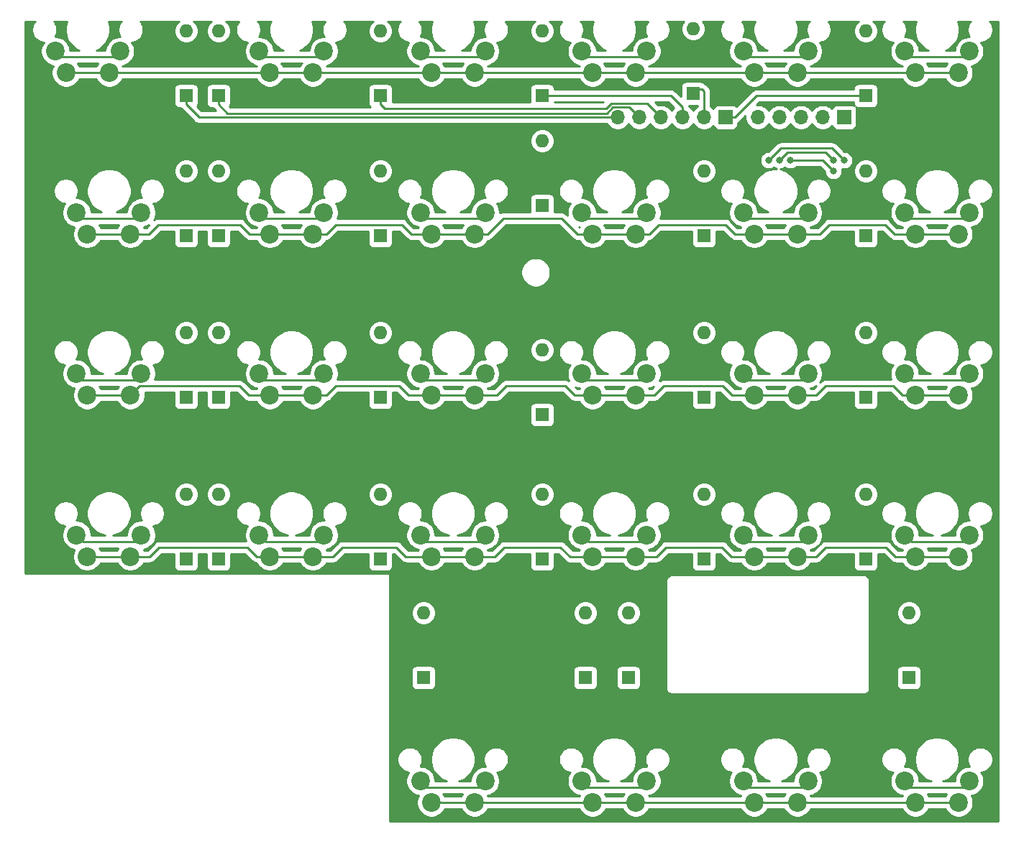
<source format=gbl>
G04 #@! TF.GenerationSoftware,KiCad,Pcbnew,5.1.5*
G04 #@! TF.CreationDate,2020-05-30T12:44:14+02:00*
G04 #@! TF.ProjectId,cmdr_matrixboard,636d6472-5f6d-4617-9472-6978626f6172,rev?*
G04 #@! TF.SameCoordinates,Original*
G04 #@! TF.FileFunction,Copper,L2,Bot*
G04 #@! TF.FilePolarity,Positive*
%FSLAX46Y46*%
G04 Gerber Fmt 4.6, Leading zero omitted, Abs format (unit mm)*
G04 Created by KiCad (PCBNEW 5.1.5) date 2020-05-30 12:44:14*
%MOMM*%
%LPD*%
G04 APERTURE LIST*
%ADD10O,1.600000X1.600000*%
%ADD11R,1.600000X1.600000*%
%ADD12C,2.200000*%
%ADD13O,1.700000X1.700000*%
%ADD14R,1.700000X1.700000*%
%ADD15C,0.800000*%
%ADD16C,0.250000*%
%ADD17C,0.254000*%
G04 APERTURE END LIST*
D10*
X146050000Y-89662000D03*
D11*
X146050000Y-97282000D03*
D12*
X188730000Y-54460000D03*
X195080000Y-57000000D03*
X190000000Y-57000000D03*
X196350000Y-54460000D03*
X150730000Y-140460000D03*
X157080000Y-143000000D03*
X152000000Y-143000000D03*
X158350000Y-140460000D03*
X91230000Y-111460000D03*
X97580000Y-114000000D03*
X92500000Y-114000000D03*
X98850000Y-111460000D03*
X91230000Y-92460000D03*
X97580000Y-95000000D03*
X92500000Y-95000000D03*
X98850000Y-92460000D03*
X91230000Y-73460000D03*
X97580000Y-76000000D03*
X92500000Y-76000000D03*
X98850000Y-73460000D03*
X188730000Y-140460000D03*
X195080000Y-143000000D03*
X190000000Y-143000000D03*
X196350000Y-140460000D03*
X169730000Y-140460000D03*
X176080000Y-143000000D03*
X171000000Y-143000000D03*
X177350000Y-140460000D03*
X131730000Y-140460000D03*
X138080000Y-143000000D03*
X133000000Y-143000000D03*
X139350000Y-140460000D03*
X169730000Y-111460000D03*
X176080000Y-114000000D03*
X171000000Y-114000000D03*
X177350000Y-111460000D03*
X150730000Y-111460000D03*
X157080000Y-114000000D03*
X152000000Y-114000000D03*
X158350000Y-111460000D03*
X131730000Y-111460000D03*
X138080000Y-114000000D03*
X133000000Y-114000000D03*
X139350000Y-111460000D03*
X112730000Y-111460000D03*
X119080000Y-114000000D03*
X114000000Y-114000000D03*
X120350000Y-111460000D03*
X188730000Y-92460000D03*
X195080000Y-95000000D03*
X190000000Y-95000000D03*
X196350000Y-92460000D03*
X169730000Y-92460000D03*
X176080000Y-95000000D03*
X171000000Y-95000000D03*
X177350000Y-92460000D03*
X150730000Y-92460000D03*
X157080000Y-95000000D03*
X152000000Y-95000000D03*
X158350000Y-92460000D03*
X131730000Y-92460000D03*
X138080000Y-95000000D03*
X133000000Y-95000000D03*
X139350000Y-92460000D03*
X112730000Y-92460000D03*
X119080000Y-95000000D03*
X114000000Y-95000000D03*
X120350000Y-92460000D03*
X188730000Y-73460000D03*
X195080000Y-76000000D03*
X190000000Y-76000000D03*
X196350000Y-73460000D03*
X169730000Y-73460000D03*
X176080000Y-76000000D03*
X171000000Y-76000000D03*
X177350000Y-73460000D03*
X150730000Y-73460000D03*
X157080000Y-76000000D03*
X152000000Y-76000000D03*
X158350000Y-73460000D03*
X131730000Y-73460000D03*
X138080000Y-76000000D03*
X133000000Y-76000000D03*
X139350000Y-73460000D03*
X112730000Y-73460000D03*
X119080000Y-76000000D03*
X114000000Y-76000000D03*
X120350000Y-73460000D03*
X169730000Y-54460000D03*
X176080000Y-57000000D03*
X171000000Y-57000000D03*
X177350000Y-54460000D03*
X150730000Y-54460000D03*
X157080000Y-57000000D03*
X152000000Y-57000000D03*
X158350000Y-54460000D03*
X131730000Y-54460000D03*
X138080000Y-57000000D03*
X133000000Y-57000000D03*
X139350000Y-54460000D03*
X112730000Y-54460000D03*
X119080000Y-57000000D03*
X114000000Y-57000000D03*
X120350000Y-54460000D03*
X88730000Y-54460000D03*
X95080000Y-57000000D03*
X90000000Y-57000000D03*
X96350000Y-54460000D03*
X188730000Y-111460000D03*
X195080000Y-114000000D03*
X190000000Y-114000000D03*
X196350000Y-111460000D03*
D13*
X171450000Y-62230000D03*
X173990000Y-62230000D03*
X176530000Y-62230000D03*
X179070000Y-62230000D03*
D14*
X181610000Y-62230000D03*
D13*
X154940000Y-62230000D03*
X157480000Y-62230000D03*
X160020000Y-62230000D03*
X162560000Y-62230000D03*
X165100000Y-62230000D03*
D14*
X167640000Y-62230000D03*
D10*
X189230000Y-120650000D03*
D11*
X189230000Y-128270000D03*
D10*
X156210000Y-120650000D03*
D11*
X156210000Y-128270000D03*
D10*
X151130000Y-120650000D03*
D11*
X151130000Y-128270000D03*
D10*
X132080000Y-120650000D03*
D11*
X132080000Y-128270000D03*
D10*
X184150000Y-106680000D03*
D11*
X184150000Y-114300000D03*
D10*
X165100000Y-106680000D03*
D11*
X165100000Y-114300000D03*
D10*
X146050000Y-106680000D03*
D11*
X146050000Y-114300000D03*
D10*
X127000000Y-106680000D03*
D11*
X127000000Y-114300000D03*
D10*
X107950000Y-106680000D03*
D11*
X107950000Y-114300000D03*
D10*
X104140000Y-106680000D03*
D11*
X104140000Y-114300000D03*
D10*
X184150000Y-87630000D03*
D11*
X184150000Y-95250000D03*
D10*
X165100000Y-87630000D03*
D11*
X165100000Y-95250000D03*
D10*
X127000000Y-87630000D03*
D11*
X127000000Y-95250000D03*
D10*
X107950000Y-87630000D03*
D11*
X107950000Y-95250000D03*
D10*
X104140000Y-87630000D03*
D11*
X104140000Y-95250000D03*
D10*
X184150000Y-68580000D03*
D11*
X184150000Y-76200000D03*
D10*
X165100000Y-68580000D03*
D11*
X165100000Y-76200000D03*
D10*
X146050000Y-65024000D03*
D11*
X146050000Y-72644000D03*
D10*
X127000000Y-68580000D03*
D11*
X127000000Y-76200000D03*
D10*
X107950000Y-68580000D03*
D11*
X107950000Y-76200000D03*
D10*
X104140000Y-68580000D03*
D11*
X104140000Y-76200000D03*
D10*
X184150000Y-52070000D03*
D11*
X184150000Y-59690000D03*
D10*
X163830000Y-51816000D03*
D11*
X163830000Y-59436000D03*
D10*
X146050000Y-52070000D03*
D11*
X146050000Y-59690000D03*
D10*
X127000000Y-52070000D03*
D11*
X127000000Y-59690000D03*
D10*
X107950000Y-52070000D03*
D11*
X107950000Y-59690000D03*
D10*
X104140000Y-52070000D03*
D11*
X104140000Y-59690000D03*
D15*
X175260000Y-67310000D03*
X180344660Y-68575340D03*
X180340000Y-67310000D03*
X173990000Y-67310000D03*
X181610000Y-67310000D03*
X172720000Y-67310000D03*
D16*
X190000000Y-57000000D02*
X176080000Y-57000000D01*
X171000000Y-57000000D02*
X157080000Y-57000000D01*
X152000000Y-57000000D02*
X138080000Y-57000000D01*
X133000000Y-57000000D02*
X119080000Y-57000000D01*
X114000000Y-57000000D02*
X95180000Y-57000000D01*
X195080000Y-57000000D02*
X190000000Y-57000000D01*
X171000000Y-57000000D02*
X176080000Y-57000000D01*
X157080000Y-57000000D02*
X152000000Y-57000000D01*
X138080000Y-57000000D02*
X133000000Y-57000000D01*
X115555634Y-57000000D02*
X119080000Y-57000000D01*
X114000000Y-57000000D02*
X115555634Y-57000000D01*
X95180000Y-57000000D02*
X90100000Y-57000000D01*
X92500000Y-76000000D02*
X97580000Y-76000000D01*
X119080000Y-76000000D02*
X114000000Y-76000000D01*
X134555634Y-76000000D02*
X138080000Y-76000000D01*
X133000000Y-76000000D02*
X134555634Y-76000000D01*
X155524366Y-76000000D02*
X152000000Y-76000000D01*
X157080000Y-76000000D02*
X155524366Y-76000000D01*
X176080000Y-76000000D02*
X171000000Y-76000000D01*
X195080000Y-76000000D02*
X190000000Y-76000000D01*
X168710000Y-76000000D02*
X171000000Y-76000000D01*
X167610001Y-74900001D02*
X168710000Y-76000000D01*
X159735633Y-74900001D02*
X167610001Y-74900001D01*
X157080000Y-76000000D02*
X158635634Y-76000000D01*
X158635634Y-76000000D02*
X159735633Y-74900001D01*
X111560000Y-76000000D02*
X114000000Y-76000000D01*
X110460001Y-74900001D02*
X111560000Y-76000000D01*
X97580000Y-76000000D02*
X99768000Y-76000000D01*
X100867999Y-74900001D02*
X110460001Y-74900001D01*
X99768000Y-76000000D02*
X100867999Y-74900001D01*
X121735633Y-74900001D02*
X129510001Y-74900001D01*
X119080000Y-76000000D02*
X120635634Y-76000000D01*
X130610000Y-76000000D02*
X133000000Y-76000000D01*
X129510001Y-74900001D02*
X130610000Y-76000000D01*
X120635634Y-76000000D02*
X121735633Y-74900001D01*
X178762000Y-76000000D02*
X176080000Y-76000000D01*
X190000000Y-76000000D02*
X187506000Y-76000000D01*
X179861999Y-74900001D02*
X178762000Y-76000000D01*
X186406001Y-74900001D02*
X179861999Y-74900001D01*
X187506000Y-76000000D02*
X186406001Y-74900001D01*
X148336000Y-74168000D02*
X150168000Y-76000000D01*
X150168000Y-76000000D02*
X152000000Y-76000000D01*
X141478000Y-74168000D02*
X148336000Y-74168000D01*
X138080000Y-76000000D02*
X139646000Y-76000000D01*
X139646000Y-76000000D02*
X141478000Y-74168000D01*
X92500000Y-95000000D02*
X97580000Y-95000000D01*
X117524366Y-95000000D02*
X114000000Y-95000000D01*
X119080000Y-95000000D02*
X117524366Y-95000000D01*
X134555634Y-95000000D02*
X138080000Y-95000000D01*
X133000000Y-95000000D02*
X134555634Y-95000000D01*
X155524366Y-95000000D02*
X152000000Y-95000000D01*
X157080000Y-95000000D02*
X155524366Y-95000000D01*
X172555634Y-95000000D02*
X176080000Y-95000000D01*
X171000000Y-95000000D02*
X172555634Y-95000000D01*
X193524366Y-95000000D02*
X190000000Y-95000000D01*
X195080000Y-95000000D02*
X193524366Y-95000000D01*
X179944661Y-68175341D02*
X180344660Y-68575340D01*
X179079320Y-67310000D02*
X179944661Y-68175341D01*
X175260000Y-67310000D02*
X179079320Y-67310000D01*
X179403999Y-93900001D02*
X178304000Y-95000000D01*
X187344367Y-93900001D02*
X179403999Y-93900001D01*
X178304000Y-95000000D02*
X176080000Y-95000000D01*
X190000000Y-95000000D02*
X188444366Y-95000000D01*
X188444366Y-95000000D02*
X187344367Y-93900001D01*
X159254000Y-95000000D02*
X157080000Y-95000000D01*
X170996000Y-94996000D02*
X168402000Y-94996000D01*
X171000000Y-95000000D02*
X170996000Y-94996000D01*
X167306001Y-93900001D02*
X160353999Y-93900001D01*
X168402000Y-94996000D02*
X167306001Y-93900001D01*
X160353999Y-93900001D02*
X159254000Y-95000000D01*
X138084000Y-94996000D02*
X138080000Y-95000000D01*
X149864000Y-95000000D02*
X148764001Y-93900001D01*
X152000000Y-95000000D02*
X149864000Y-95000000D01*
X148764001Y-93900001D02*
X141811999Y-93900001D01*
X140716000Y-94996000D02*
X138084000Y-94996000D01*
X141811999Y-93900001D02*
X140716000Y-94996000D01*
X121735633Y-93900001D02*
X129206001Y-93900001D01*
X130306000Y-95000000D02*
X133000000Y-95000000D01*
X119080000Y-95000000D02*
X120635634Y-95000000D01*
X129206001Y-93900001D02*
X130306000Y-95000000D01*
X120635634Y-95000000D02*
X121735633Y-93900001D01*
X111510000Y-95000000D02*
X114000000Y-95000000D01*
X110410001Y-93900001D02*
X111510000Y-95000000D01*
X97580000Y-95000000D02*
X98679999Y-93900001D01*
X98679999Y-93900001D02*
X110410001Y-93900001D01*
X191555634Y-114000000D02*
X195080000Y-114000000D01*
X190000000Y-114000000D02*
X191555634Y-114000000D01*
X174524366Y-114000000D02*
X171000000Y-114000000D01*
X176080000Y-114000000D02*
X174524366Y-114000000D01*
X157080000Y-114000000D02*
X152000000Y-114000000D01*
X134555634Y-114000000D02*
X138080000Y-114000000D01*
X133000000Y-114000000D02*
X134555634Y-114000000D01*
X119080000Y-114000000D02*
X114000000Y-114000000D01*
X97580000Y-114000000D02*
X92500000Y-114000000D01*
X174948011Y-66351989D02*
X174389999Y-66910001D01*
X174389999Y-66910001D02*
X173990000Y-67310000D01*
X179381989Y-66351989D02*
X174948011Y-66351989D01*
X180340000Y-67310000D02*
X179381989Y-66351989D01*
X176126000Y-114046000D02*
X176080000Y-114000000D01*
X187660000Y-114000000D02*
X186560001Y-112900001D01*
X190000000Y-114000000D02*
X187660000Y-114000000D01*
X186560001Y-112900001D02*
X179453999Y-112900001D01*
X178308000Y-114046000D02*
X176126000Y-114046000D01*
X179453999Y-112900001D02*
X178308000Y-114046000D01*
X159558000Y-114000000D02*
X157080000Y-114000000D01*
X167256001Y-112900001D02*
X160657999Y-112900001D01*
X171000000Y-114000000D02*
X168356000Y-114000000D01*
X160657999Y-112900001D02*
X159558000Y-114000000D01*
X168356000Y-114000000D02*
X167256001Y-112900001D01*
X140462000Y-114046000D02*
X138126000Y-114046000D01*
X138126000Y-114046000D02*
X138080000Y-114000000D01*
X141607999Y-112900001D02*
X140462000Y-114046000D01*
X152000000Y-114000000D02*
X151954000Y-114046000D01*
X151954000Y-114046000D02*
X149352000Y-114046000D01*
X149352000Y-114046000D02*
X148206001Y-112900001D01*
X148206001Y-112900001D02*
X141607999Y-112900001D01*
X119126000Y-114046000D02*
X119080000Y-114000000D01*
X130002000Y-114000000D02*
X128902001Y-112900001D01*
X133000000Y-114000000D02*
X130002000Y-114000000D01*
X128902001Y-112900001D02*
X122557999Y-112900001D01*
X122557999Y-112900001D02*
X121412000Y-114046000D01*
X121412000Y-114046000D02*
X119126000Y-114046000D01*
X100967999Y-112900001D02*
X99868000Y-114000000D01*
X111344367Y-112900001D02*
X100967999Y-112900001D01*
X99868000Y-114000000D02*
X97580000Y-114000000D01*
X114000000Y-114000000D02*
X112444366Y-114000000D01*
X112444366Y-114000000D02*
X111344367Y-112900001D01*
X139635634Y-143000000D02*
X152000000Y-143000000D01*
X138080000Y-143000000D02*
X139635634Y-143000000D01*
X134555634Y-143000000D02*
X138080000Y-143000000D01*
X133000000Y-143000000D02*
X134555634Y-143000000D01*
X153555634Y-143000000D02*
X157080000Y-143000000D01*
X152000000Y-143000000D02*
X153555634Y-143000000D01*
X158635634Y-143000000D02*
X171000000Y-143000000D01*
X157080000Y-143000000D02*
X158635634Y-143000000D01*
X172555634Y-143000000D02*
X176080000Y-143000000D01*
X171000000Y-143000000D02*
X172555634Y-143000000D01*
X177635634Y-143000000D02*
X190000000Y-143000000D01*
X176080000Y-143000000D02*
X177635634Y-143000000D01*
X191555634Y-143000000D02*
X195080000Y-143000000D01*
X190000000Y-143000000D02*
X191555634Y-143000000D01*
X174128022Y-65901978D02*
X173119999Y-66910001D01*
X181610000Y-67310000D02*
X180201978Y-65901978D01*
X173119999Y-66910001D02*
X172720000Y-67310000D01*
X180201978Y-65901978D02*
X174128022Y-65901978D01*
X95792000Y-55118000D02*
X96450000Y-54460000D01*
X88830000Y-54460000D02*
X89488000Y-55118000D01*
X89488000Y-55118000D02*
X95792000Y-55118000D01*
X105630000Y-62230000D02*
X104140000Y-60740000D01*
X154940000Y-62230000D02*
X105630000Y-62230000D01*
X104140000Y-60740000D02*
X104140000Y-59690000D01*
X113388000Y-55118000D02*
X112730000Y-54460000D01*
X120350000Y-54460000D02*
X119692000Y-55118000D01*
X119692000Y-55118000D02*
X113388000Y-55118000D01*
X108989989Y-61779989D02*
X107950000Y-60740000D01*
X107950000Y-60740000D02*
X107950000Y-59690000D01*
X153651009Y-61779989D02*
X108989989Y-61779989D01*
X156304999Y-61054999D02*
X154375999Y-61054999D01*
X157480000Y-62230000D02*
X156304999Y-61054999D01*
X154375999Y-61054999D02*
X153651009Y-61779989D01*
X138692000Y-55118000D02*
X139350000Y-54460000D01*
X131730000Y-54460000D02*
X132388000Y-55118000D01*
X132388000Y-55118000D02*
X138692000Y-55118000D01*
X127000000Y-60740000D02*
X127000000Y-59690000D01*
X158394988Y-60604988D02*
X154189599Y-60604988D01*
X160020000Y-62230000D02*
X158394988Y-60604988D01*
X154189599Y-60604988D02*
X153580587Y-61214000D01*
X153580587Y-61214000D02*
X127474000Y-61214000D01*
X127474000Y-61214000D02*
X127000000Y-60740000D01*
X157692000Y-55118000D02*
X158350000Y-54460000D01*
X150730000Y-54460000D02*
X151388000Y-55118000D01*
X151388000Y-55118000D02*
X157692000Y-55118000D01*
X161222081Y-59690000D02*
X147100000Y-59690000D01*
X147100000Y-59690000D02*
X146050000Y-59690000D01*
X162560000Y-61027919D02*
X161222081Y-59690000D01*
X162560000Y-62230000D02*
X162560000Y-61027919D01*
X170388000Y-55118000D02*
X169730000Y-54460000D01*
X177350000Y-54460000D02*
X176692000Y-55118000D01*
X176692000Y-55118000D02*
X170388000Y-55118000D01*
X165100000Y-59148000D02*
X164880000Y-58928000D01*
X164880000Y-58928000D02*
X163830000Y-58928000D01*
X165100000Y-62230000D02*
X165100000Y-59148000D01*
X195692000Y-55118000D02*
X196350000Y-54460000D01*
X188730000Y-54460000D02*
X189388000Y-55118000D01*
X189388000Y-55118000D02*
X195692000Y-55118000D01*
X183100000Y-59690000D02*
X184150000Y-59690000D01*
X171280000Y-59690000D02*
X183100000Y-59690000D01*
X168740000Y-62230000D02*
X171280000Y-59690000D01*
X167640000Y-62230000D02*
X168740000Y-62230000D01*
X91938000Y-74168000D02*
X91230000Y-73460000D01*
X98850000Y-73460000D02*
X98142000Y-74168000D01*
X98142000Y-74168000D02*
X91938000Y-74168000D01*
X119642000Y-74168000D02*
X120350000Y-73460000D01*
X112730000Y-73460000D02*
X113438000Y-74168000D01*
X113438000Y-74168000D02*
X119642000Y-74168000D01*
X132438000Y-74168000D02*
X131730000Y-73460000D01*
X139350000Y-73460000D02*
X138642000Y-74168000D01*
X138642000Y-74168000D02*
X132438000Y-74168000D01*
X157642000Y-74168000D02*
X158350000Y-73460000D01*
X150730000Y-73460000D02*
X151438000Y-74168000D01*
X151438000Y-74168000D02*
X157642000Y-74168000D01*
X176642000Y-74168000D02*
X177350000Y-73460000D01*
X169730000Y-73460000D02*
X170438000Y-74168000D01*
X170438000Y-74168000D02*
X176642000Y-74168000D01*
X195642000Y-74168000D02*
X196350000Y-73460000D01*
X188730000Y-73460000D02*
X189438000Y-74168000D01*
X189438000Y-74168000D02*
X195642000Y-74168000D01*
X98092000Y-93218000D02*
X98850000Y-92460000D01*
X91230000Y-92460000D02*
X91988000Y-93218000D01*
X91988000Y-93218000D02*
X98092000Y-93218000D01*
X119592000Y-93218000D02*
X120350000Y-92460000D01*
X112730000Y-92460000D02*
X113488000Y-93218000D01*
X113488000Y-93218000D02*
X119592000Y-93218000D01*
X138592000Y-93218000D02*
X139350000Y-92460000D01*
X131730000Y-92460000D02*
X132488000Y-93218000D01*
X132488000Y-93218000D02*
X138592000Y-93218000D01*
X150730000Y-92460000D02*
X151488000Y-93218000D01*
X157592000Y-93218000D02*
X158350000Y-92460000D01*
X151488000Y-93218000D02*
X157592000Y-93218000D01*
X170488000Y-93218000D02*
X169730000Y-92460000D01*
X177350000Y-92460000D02*
X176592000Y-93218000D01*
X176592000Y-93218000D02*
X170488000Y-93218000D01*
X195592000Y-93218000D02*
X196350000Y-92460000D01*
X188730000Y-92460000D02*
X189488000Y-93218000D01*
X189488000Y-93218000D02*
X195592000Y-93218000D01*
X98042000Y-112268000D02*
X98850000Y-111460000D01*
X91230000Y-111460000D02*
X92038000Y-112268000D01*
X92038000Y-112268000D02*
X98042000Y-112268000D01*
X119542000Y-112268000D02*
X120350000Y-111460000D01*
X112730000Y-111460000D02*
X113538000Y-112268000D01*
X113538000Y-112268000D02*
X119542000Y-112268000D01*
X139350000Y-111460000D02*
X138542000Y-112268000D01*
X132538000Y-112268000D02*
X131730000Y-111460000D01*
X138542000Y-112268000D02*
X132538000Y-112268000D01*
X157542000Y-112268000D02*
X158350000Y-111460000D01*
X150730000Y-111460000D02*
X151538000Y-112268000D01*
X151538000Y-112268000D02*
X157542000Y-112268000D01*
X169730000Y-111460000D02*
X170538000Y-112268000D01*
X176542000Y-112268000D02*
X177350000Y-111460000D01*
X170538000Y-112268000D02*
X176542000Y-112268000D01*
X195542000Y-112268000D02*
X196350000Y-111460000D01*
X188730000Y-111460000D02*
X189538000Y-112268000D01*
X189538000Y-112268000D02*
X195542000Y-112268000D01*
X138586000Y-141224000D02*
X139350000Y-140460000D01*
X131730000Y-140460000D02*
X132494000Y-141224000D01*
X132494000Y-141224000D02*
X138586000Y-141224000D01*
X157586000Y-141224000D02*
X158350000Y-140460000D01*
X150730000Y-140460000D02*
X151494000Y-141224000D01*
X151494000Y-141224000D02*
X157586000Y-141224000D01*
X176586000Y-141224000D02*
X177350000Y-140460000D01*
X169730000Y-140460000D02*
X170494000Y-141224000D01*
X170494000Y-141224000D02*
X176586000Y-141224000D01*
X195586000Y-141224000D02*
X196350000Y-140460000D01*
X188730000Y-140460000D02*
X189494000Y-141224000D01*
X189494000Y-141224000D02*
X195586000Y-141224000D01*
D17*
G36*
X86306525Y-50973368D02*
G01*
X86144010Y-51216589D01*
X86032068Y-51486842D01*
X85975000Y-51773740D01*
X85975000Y-52066260D01*
X86032068Y-52353158D01*
X86144010Y-52623411D01*
X86306525Y-52866632D01*
X86513368Y-53073475D01*
X86756589Y-53235990D01*
X87026842Y-53347932D01*
X87313740Y-53405000D01*
X87348261Y-53405000D01*
X87192463Y-53638169D01*
X87061675Y-53953919D01*
X86995000Y-54289117D01*
X86995000Y-54630883D01*
X87061675Y-54966081D01*
X87192463Y-55281831D01*
X87382337Y-55565998D01*
X87624002Y-55807663D01*
X87908169Y-55997537D01*
X88223919Y-56128325D01*
X88463875Y-56176055D01*
X88462463Y-56178169D01*
X88331675Y-56493919D01*
X88265000Y-56829117D01*
X88265000Y-57170883D01*
X88331675Y-57506081D01*
X88462463Y-57821831D01*
X88652337Y-58105998D01*
X88894002Y-58347663D01*
X89178169Y-58537537D01*
X89493919Y-58668325D01*
X89829117Y-58735000D01*
X90170883Y-58735000D01*
X90506081Y-58668325D01*
X90821831Y-58537537D01*
X91105998Y-58347663D01*
X91347663Y-58105998D01*
X91537537Y-57821831D01*
X91563148Y-57760000D01*
X93516852Y-57760000D01*
X93542463Y-57821831D01*
X93732337Y-58105998D01*
X93974002Y-58347663D01*
X94258169Y-58537537D01*
X94573919Y-58668325D01*
X94909117Y-58735000D01*
X95250883Y-58735000D01*
X95586081Y-58668325D01*
X95901831Y-58537537D01*
X96185998Y-58347663D01*
X96427663Y-58105998D01*
X96617537Y-57821831D01*
X96643148Y-57760000D01*
X112436852Y-57760000D01*
X112462463Y-57821831D01*
X112652337Y-58105998D01*
X112894002Y-58347663D01*
X113178169Y-58537537D01*
X113493919Y-58668325D01*
X113829117Y-58735000D01*
X114170883Y-58735000D01*
X114506081Y-58668325D01*
X114821831Y-58537537D01*
X115105998Y-58347663D01*
X115347663Y-58105998D01*
X115537537Y-57821831D01*
X115563148Y-57760000D01*
X117516852Y-57760000D01*
X117542463Y-57821831D01*
X117732337Y-58105998D01*
X117974002Y-58347663D01*
X118258169Y-58537537D01*
X118573919Y-58668325D01*
X118909117Y-58735000D01*
X119250883Y-58735000D01*
X119586081Y-58668325D01*
X119901831Y-58537537D01*
X120185998Y-58347663D01*
X120427663Y-58105998D01*
X120617537Y-57821831D01*
X120643148Y-57760000D01*
X131436852Y-57760000D01*
X131462463Y-57821831D01*
X131652337Y-58105998D01*
X131894002Y-58347663D01*
X132178169Y-58537537D01*
X132493919Y-58668325D01*
X132829117Y-58735000D01*
X133170883Y-58735000D01*
X133506081Y-58668325D01*
X133821831Y-58537537D01*
X134105998Y-58347663D01*
X134347663Y-58105998D01*
X134537537Y-57821831D01*
X134563148Y-57760000D01*
X136516852Y-57760000D01*
X136542463Y-57821831D01*
X136732337Y-58105998D01*
X136974002Y-58347663D01*
X137258169Y-58537537D01*
X137573919Y-58668325D01*
X137909117Y-58735000D01*
X138250883Y-58735000D01*
X138586081Y-58668325D01*
X138901831Y-58537537D01*
X139185998Y-58347663D01*
X139427663Y-58105998D01*
X139617537Y-57821831D01*
X139643148Y-57760000D01*
X150436852Y-57760000D01*
X150462463Y-57821831D01*
X150652337Y-58105998D01*
X150894002Y-58347663D01*
X151178169Y-58537537D01*
X151493919Y-58668325D01*
X151829117Y-58735000D01*
X152170883Y-58735000D01*
X152506081Y-58668325D01*
X152821831Y-58537537D01*
X153105998Y-58347663D01*
X153347663Y-58105998D01*
X153537537Y-57821831D01*
X153563148Y-57760000D01*
X155516852Y-57760000D01*
X155542463Y-57821831D01*
X155732337Y-58105998D01*
X155974002Y-58347663D01*
X156258169Y-58537537D01*
X156573919Y-58668325D01*
X156909117Y-58735000D01*
X157250883Y-58735000D01*
X157586081Y-58668325D01*
X157901831Y-58537537D01*
X158185998Y-58347663D01*
X158427663Y-58105998D01*
X158617537Y-57821831D01*
X158643148Y-57760000D01*
X169436852Y-57760000D01*
X169462463Y-57821831D01*
X169652337Y-58105998D01*
X169894002Y-58347663D01*
X170178169Y-58537537D01*
X170493919Y-58668325D01*
X170829117Y-58735000D01*
X171170883Y-58735000D01*
X171506081Y-58668325D01*
X171821831Y-58537537D01*
X172105998Y-58347663D01*
X172347663Y-58105998D01*
X172537537Y-57821831D01*
X172563148Y-57760000D01*
X174516852Y-57760000D01*
X174542463Y-57821831D01*
X174732337Y-58105998D01*
X174974002Y-58347663D01*
X175258169Y-58537537D01*
X175573919Y-58668325D01*
X175909117Y-58735000D01*
X176250883Y-58735000D01*
X176586081Y-58668325D01*
X176901831Y-58537537D01*
X177185998Y-58347663D01*
X177427663Y-58105998D01*
X177617537Y-57821831D01*
X177643148Y-57760000D01*
X188436852Y-57760000D01*
X188462463Y-57821831D01*
X188652337Y-58105998D01*
X188894002Y-58347663D01*
X189178169Y-58537537D01*
X189493919Y-58668325D01*
X189829117Y-58735000D01*
X190170883Y-58735000D01*
X190506081Y-58668325D01*
X190821831Y-58537537D01*
X191105998Y-58347663D01*
X191347663Y-58105998D01*
X191537537Y-57821831D01*
X191563148Y-57760000D01*
X193516852Y-57760000D01*
X193542463Y-57821831D01*
X193732337Y-58105998D01*
X193974002Y-58347663D01*
X194258169Y-58537537D01*
X194573919Y-58668325D01*
X194909117Y-58735000D01*
X195250883Y-58735000D01*
X195586081Y-58668325D01*
X195901831Y-58537537D01*
X196185998Y-58347663D01*
X196427663Y-58105998D01*
X196617537Y-57821831D01*
X196748325Y-57506081D01*
X196815000Y-57170883D01*
X196815000Y-56829117D01*
X196748325Y-56493919D01*
X196617537Y-56178169D01*
X196616125Y-56176055D01*
X196856081Y-56128325D01*
X197171831Y-55997537D01*
X197455998Y-55807663D01*
X197697663Y-55565998D01*
X197887537Y-55281831D01*
X198018325Y-54966081D01*
X198085000Y-54630883D01*
X198085000Y-54289117D01*
X198018325Y-53953919D01*
X197887537Y-53638169D01*
X197731739Y-53405000D01*
X197766260Y-53405000D01*
X198053158Y-53347932D01*
X198323411Y-53235990D01*
X198566632Y-53073475D01*
X198773475Y-52866632D01*
X198935990Y-52623411D01*
X199047932Y-52353158D01*
X199105000Y-52066260D01*
X199105000Y-51773740D01*
X199047932Y-51486842D01*
X198935990Y-51216589D01*
X198773475Y-50973368D01*
X198727107Y-50927000D01*
X199771000Y-50927000D01*
X199771000Y-145161000D01*
X128143000Y-145161000D01*
X128143000Y-137773740D01*
X128975000Y-137773740D01*
X128975000Y-138066260D01*
X129032068Y-138353158D01*
X129144010Y-138623411D01*
X129306525Y-138866632D01*
X129513368Y-139073475D01*
X129756589Y-139235990D01*
X130026842Y-139347932D01*
X130313740Y-139405000D01*
X130348261Y-139405000D01*
X130192463Y-139638169D01*
X130061675Y-139953919D01*
X129995000Y-140289117D01*
X129995000Y-140630883D01*
X130061675Y-140966081D01*
X130192463Y-141281831D01*
X130382337Y-141565998D01*
X130624002Y-141807663D01*
X130908169Y-141997537D01*
X131223919Y-142128325D01*
X131463875Y-142176055D01*
X131462463Y-142178169D01*
X131331675Y-142493919D01*
X131265000Y-142829117D01*
X131265000Y-143170883D01*
X131331675Y-143506081D01*
X131462463Y-143821831D01*
X131652337Y-144105998D01*
X131894002Y-144347663D01*
X132178169Y-144537537D01*
X132493919Y-144668325D01*
X132829117Y-144735000D01*
X133170883Y-144735000D01*
X133506081Y-144668325D01*
X133821831Y-144537537D01*
X134105998Y-144347663D01*
X134347663Y-144105998D01*
X134537537Y-143821831D01*
X134563148Y-143760000D01*
X136516852Y-143760000D01*
X136542463Y-143821831D01*
X136732337Y-144105998D01*
X136974002Y-144347663D01*
X137258169Y-144537537D01*
X137573919Y-144668325D01*
X137909117Y-144735000D01*
X138250883Y-144735000D01*
X138586081Y-144668325D01*
X138901831Y-144537537D01*
X139185998Y-144347663D01*
X139427663Y-144105998D01*
X139617537Y-143821831D01*
X139643148Y-143760000D01*
X150436852Y-143760000D01*
X150462463Y-143821831D01*
X150652337Y-144105998D01*
X150894002Y-144347663D01*
X151178169Y-144537537D01*
X151493919Y-144668325D01*
X151829117Y-144735000D01*
X152170883Y-144735000D01*
X152506081Y-144668325D01*
X152821831Y-144537537D01*
X153105998Y-144347663D01*
X153347663Y-144105998D01*
X153537537Y-143821831D01*
X153563148Y-143760000D01*
X155516852Y-143760000D01*
X155542463Y-143821831D01*
X155732337Y-144105998D01*
X155974002Y-144347663D01*
X156258169Y-144537537D01*
X156573919Y-144668325D01*
X156909117Y-144735000D01*
X157250883Y-144735000D01*
X157586081Y-144668325D01*
X157901831Y-144537537D01*
X158185998Y-144347663D01*
X158427663Y-144105998D01*
X158617537Y-143821831D01*
X158643148Y-143760000D01*
X169436852Y-143760000D01*
X169462463Y-143821831D01*
X169652337Y-144105998D01*
X169894002Y-144347663D01*
X170178169Y-144537537D01*
X170493919Y-144668325D01*
X170829117Y-144735000D01*
X171170883Y-144735000D01*
X171506081Y-144668325D01*
X171821831Y-144537537D01*
X172105998Y-144347663D01*
X172347663Y-144105998D01*
X172537537Y-143821831D01*
X172563148Y-143760000D01*
X174516852Y-143760000D01*
X174542463Y-143821831D01*
X174732337Y-144105998D01*
X174974002Y-144347663D01*
X175258169Y-144537537D01*
X175573919Y-144668325D01*
X175909117Y-144735000D01*
X176250883Y-144735000D01*
X176586081Y-144668325D01*
X176901831Y-144537537D01*
X177185998Y-144347663D01*
X177427663Y-144105998D01*
X177617537Y-143821831D01*
X177643148Y-143760000D01*
X188436852Y-143760000D01*
X188462463Y-143821831D01*
X188652337Y-144105998D01*
X188894002Y-144347663D01*
X189178169Y-144537537D01*
X189493919Y-144668325D01*
X189829117Y-144735000D01*
X190170883Y-144735000D01*
X190506081Y-144668325D01*
X190821831Y-144537537D01*
X191105998Y-144347663D01*
X191347663Y-144105998D01*
X191537537Y-143821831D01*
X191563148Y-143760000D01*
X193516852Y-143760000D01*
X193542463Y-143821831D01*
X193732337Y-144105998D01*
X193974002Y-144347663D01*
X194258169Y-144537537D01*
X194573919Y-144668325D01*
X194909117Y-144735000D01*
X195250883Y-144735000D01*
X195586081Y-144668325D01*
X195901831Y-144537537D01*
X196185998Y-144347663D01*
X196427663Y-144105998D01*
X196617537Y-143821831D01*
X196748325Y-143506081D01*
X196815000Y-143170883D01*
X196815000Y-142829117D01*
X196748325Y-142493919D01*
X196617537Y-142178169D01*
X196616125Y-142176055D01*
X196856081Y-142128325D01*
X197171831Y-141997537D01*
X197455998Y-141807663D01*
X197697663Y-141565998D01*
X197887537Y-141281831D01*
X198018325Y-140966081D01*
X198085000Y-140630883D01*
X198085000Y-140289117D01*
X198018325Y-139953919D01*
X197887537Y-139638169D01*
X197731739Y-139405000D01*
X197766260Y-139405000D01*
X198053158Y-139347932D01*
X198323411Y-139235990D01*
X198566632Y-139073475D01*
X198773475Y-138866632D01*
X198935990Y-138623411D01*
X199047932Y-138353158D01*
X199105000Y-138066260D01*
X199105000Y-137773740D01*
X199047932Y-137486842D01*
X198935990Y-137216589D01*
X198773475Y-136973368D01*
X198566632Y-136766525D01*
X198323411Y-136604010D01*
X198053158Y-136492068D01*
X197766260Y-136435000D01*
X197473740Y-136435000D01*
X197186842Y-136492068D01*
X196916589Y-136604010D01*
X196673368Y-136766525D01*
X196466525Y-136973368D01*
X196304010Y-137216589D01*
X196192068Y-137486842D01*
X196135000Y-137773740D01*
X196135000Y-138066260D01*
X196192068Y-138353158D01*
X196304010Y-138623411D01*
X196371890Y-138725000D01*
X196179117Y-138725000D01*
X195843919Y-138791675D01*
X195528169Y-138922463D01*
X195244002Y-139112337D01*
X195002337Y-139354002D01*
X194812463Y-139638169D01*
X194681675Y-139953919D01*
X194615000Y-140289117D01*
X194615000Y-140464000D01*
X193257015Y-140464000D01*
X193308601Y-140453739D01*
X193788141Y-140255107D01*
X194219715Y-139966738D01*
X194586738Y-139599715D01*
X194875107Y-139168141D01*
X195073739Y-138688601D01*
X195175000Y-138179525D01*
X195175000Y-137660475D01*
X195073739Y-137151399D01*
X194875107Y-136671859D01*
X194586738Y-136240285D01*
X194219715Y-135873262D01*
X193788141Y-135584893D01*
X193308601Y-135386261D01*
X192799525Y-135285000D01*
X192280475Y-135285000D01*
X191771399Y-135386261D01*
X191291859Y-135584893D01*
X190860285Y-135873262D01*
X190493262Y-136240285D01*
X190204893Y-136671859D01*
X190006261Y-137151399D01*
X189905000Y-137660475D01*
X189905000Y-138179525D01*
X190006261Y-138688601D01*
X190204893Y-139168141D01*
X190493262Y-139599715D01*
X190860285Y-139966738D01*
X191291859Y-140255107D01*
X191771399Y-140453739D01*
X191822985Y-140464000D01*
X190465000Y-140464000D01*
X190465000Y-140289117D01*
X190398325Y-139953919D01*
X190267537Y-139638169D01*
X190077663Y-139354002D01*
X189835998Y-139112337D01*
X189551831Y-138922463D01*
X189236081Y-138791675D01*
X188900883Y-138725000D01*
X188708110Y-138725000D01*
X188775990Y-138623411D01*
X188887932Y-138353158D01*
X188945000Y-138066260D01*
X188945000Y-137773740D01*
X188887932Y-137486842D01*
X188775990Y-137216589D01*
X188613475Y-136973368D01*
X188406632Y-136766525D01*
X188163411Y-136604010D01*
X187893158Y-136492068D01*
X187606260Y-136435000D01*
X187313740Y-136435000D01*
X187026842Y-136492068D01*
X186756589Y-136604010D01*
X186513368Y-136766525D01*
X186306525Y-136973368D01*
X186144010Y-137216589D01*
X186032068Y-137486842D01*
X185975000Y-137773740D01*
X185975000Y-138066260D01*
X186032068Y-138353158D01*
X186144010Y-138623411D01*
X186306525Y-138866632D01*
X186513368Y-139073475D01*
X186756589Y-139235990D01*
X187026842Y-139347932D01*
X187313740Y-139405000D01*
X187348261Y-139405000D01*
X187192463Y-139638169D01*
X187061675Y-139953919D01*
X186995000Y-140289117D01*
X186995000Y-140630883D01*
X187061675Y-140966081D01*
X187192463Y-141281831D01*
X187382337Y-141565998D01*
X187624002Y-141807663D01*
X187908169Y-141997537D01*
X188223919Y-142128325D01*
X188463875Y-142176055D01*
X188462463Y-142178169D01*
X188436852Y-142240000D01*
X177643148Y-142240000D01*
X177617537Y-142178169D01*
X177616125Y-142176055D01*
X177856081Y-142128325D01*
X178171831Y-141997537D01*
X178455998Y-141807663D01*
X178697663Y-141565998D01*
X178887537Y-141281831D01*
X179018325Y-140966081D01*
X179085000Y-140630883D01*
X179085000Y-140289117D01*
X179018325Y-139953919D01*
X178887537Y-139638169D01*
X178731739Y-139405000D01*
X178766260Y-139405000D01*
X179053158Y-139347932D01*
X179323411Y-139235990D01*
X179566632Y-139073475D01*
X179773475Y-138866632D01*
X179935990Y-138623411D01*
X180047932Y-138353158D01*
X180105000Y-138066260D01*
X180105000Y-137773740D01*
X180047932Y-137486842D01*
X179935990Y-137216589D01*
X179773475Y-136973368D01*
X179566632Y-136766525D01*
X179323411Y-136604010D01*
X179053158Y-136492068D01*
X178766260Y-136435000D01*
X178473740Y-136435000D01*
X178186842Y-136492068D01*
X177916589Y-136604010D01*
X177673368Y-136766525D01*
X177466525Y-136973368D01*
X177304010Y-137216589D01*
X177192068Y-137486842D01*
X177135000Y-137773740D01*
X177135000Y-138066260D01*
X177192068Y-138353158D01*
X177304010Y-138623411D01*
X177371890Y-138725000D01*
X177179117Y-138725000D01*
X176843919Y-138791675D01*
X176528169Y-138922463D01*
X176244002Y-139112337D01*
X176002337Y-139354002D01*
X175812463Y-139638169D01*
X175681675Y-139953919D01*
X175615000Y-140289117D01*
X175615000Y-140464000D01*
X174257015Y-140464000D01*
X174308601Y-140453739D01*
X174788141Y-140255107D01*
X175219715Y-139966738D01*
X175586738Y-139599715D01*
X175875107Y-139168141D01*
X176073739Y-138688601D01*
X176175000Y-138179525D01*
X176175000Y-137660475D01*
X176073739Y-137151399D01*
X175875107Y-136671859D01*
X175586738Y-136240285D01*
X175219715Y-135873262D01*
X174788141Y-135584893D01*
X174308601Y-135386261D01*
X173799525Y-135285000D01*
X173280475Y-135285000D01*
X172771399Y-135386261D01*
X172291859Y-135584893D01*
X171860285Y-135873262D01*
X171493262Y-136240285D01*
X171204893Y-136671859D01*
X171006261Y-137151399D01*
X170905000Y-137660475D01*
X170905000Y-138179525D01*
X171006261Y-138688601D01*
X171204893Y-139168141D01*
X171493262Y-139599715D01*
X171860285Y-139966738D01*
X172291859Y-140255107D01*
X172771399Y-140453739D01*
X172822985Y-140464000D01*
X171465000Y-140464000D01*
X171465000Y-140289117D01*
X171398325Y-139953919D01*
X171267537Y-139638169D01*
X171077663Y-139354002D01*
X170835998Y-139112337D01*
X170551831Y-138922463D01*
X170236081Y-138791675D01*
X169900883Y-138725000D01*
X169708110Y-138725000D01*
X169775990Y-138623411D01*
X169887932Y-138353158D01*
X169945000Y-138066260D01*
X169945000Y-137773740D01*
X169887932Y-137486842D01*
X169775990Y-137216589D01*
X169613475Y-136973368D01*
X169406632Y-136766525D01*
X169163411Y-136604010D01*
X168893158Y-136492068D01*
X168606260Y-136435000D01*
X168313740Y-136435000D01*
X168026842Y-136492068D01*
X167756589Y-136604010D01*
X167513368Y-136766525D01*
X167306525Y-136973368D01*
X167144010Y-137216589D01*
X167032068Y-137486842D01*
X166975000Y-137773740D01*
X166975000Y-138066260D01*
X167032068Y-138353158D01*
X167144010Y-138623411D01*
X167306525Y-138866632D01*
X167513368Y-139073475D01*
X167756589Y-139235990D01*
X168026842Y-139347932D01*
X168313740Y-139405000D01*
X168348261Y-139405000D01*
X168192463Y-139638169D01*
X168061675Y-139953919D01*
X167995000Y-140289117D01*
X167995000Y-140630883D01*
X168061675Y-140966081D01*
X168192463Y-141281831D01*
X168382337Y-141565998D01*
X168624002Y-141807663D01*
X168908169Y-141997537D01*
X169223919Y-142128325D01*
X169463875Y-142176055D01*
X169462463Y-142178169D01*
X169436852Y-142240000D01*
X158643148Y-142240000D01*
X158617537Y-142178169D01*
X158616125Y-142176055D01*
X158856081Y-142128325D01*
X159171831Y-141997537D01*
X159455998Y-141807663D01*
X159697663Y-141565998D01*
X159887537Y-141281831D01*
X160018325Y-140966081D01*
X160085000Y-140630883D01*
X160085000Y-140289117D01*
X160018325Y-139953919D01*
X159887537Y-139638169D01*
X159731739Y-139405000D01*
X159766260Y-139405000D01*
X160053158Y-139347932D01*
X160323411Y-139235990D01*
X160566632Y-139073475D01*
X160773475Y-138866632D01*
X160935990Y-138623411D01*
X161047932Y-138353158D01*
X161105000Y-138066260D01*
X161105000Y-137773740D01*
X161047932Y-137486842D01*
X160935990Y-137216589D01*
X160773475Y-136973368D01*
X160566632Y-136766525D01*
X160323411Y-136604010D01*
X160053158Y-136492068D01*
X159766260Y-136435000D01*
X159473740Y-136435000D01*
X159186842Y-136492068D01*
X158916589Y-136604010D01*
X158673368Y-136766525D01*
X158466525Y-136973368D01*
X158304010Y-137216589D01*
X158192068Y-137486842D01*
X158135000Y-137773740D01*
X158135000Y-138066260D01*
X158192068Y-138353158D01*
X158304010Y-138623411D01*
X158371890Y-138725000D01*
X158179117Y-138725000D01*
X157843919Y-138791675D01*
X157528169Y-138922463D01*
X157244002Y-139112337D01*
X157002337Y-139354002D01*
X156812463Y-139638169D01*
X156681675Y-139953919D01*
X156615000Y-140289117D01*
X156615000Y-140464000D01*
X155257015Y-140464000D01*
X155308601Y-140453739D01*
X155788141Y-140255107D01*
X156219715Y-139966738D01*
X156586738Y-139599715D01*
X156875107Y-139168141D01*
X157073739Y-138688601D01*
X157175000Y-138179525D01*
X157175000Y-137660475D01*
X157073739Y-137151399D01*
X156875107Y-136671859D01*
X156586738Y-136240285D01*
X156219715Y-135873262D01*
X155788141Y-135584893D01*
X155308601Y-135386261D01*
X154799525Y-135285000D01*
X154280475Y-135285000D01*
X153771399Y-135386261D01*
X153291859Y-135584893D01*
X152860285Y-135873262D01*
X152493262Y-136240285D01*
X152204893Y-136671859D01*
X152006261Y-137151399D01*
X151905000Y-137660475D01*
X151905000Y-138179525D01*
X152006261Y-138688601D01*
X152204893Y-139168141D01*
X152493262Y-139599715D01*
X152860285Y-139966738D01*
X153291859Y-140255107D01*
X153771399Y-140453739D01*
X153822985Y-140464000D01*
X152465000Y-140464000D01*
X152465000Y-140289117D01*
X152398325Y-139953919D01*
X152267537Y-139638169D01*
X152077663Y-139354002D01*
X151835998Y-139112337D01*
X151551831Y-138922463D01*
X151236081Y-138791675D01*
X150900883Y-138725000D01*
X150708110Y-138725000D01*
X150775990Y-138623411D01*
X150887932Y-138353158D01*
X150945000Y-138066260D01*
X150945000Y-137773740D01*
X150887932Y-137486842D01*
X150775990Y-137216589D01*
X150613475Y-136973368D01*
X150406632Y-136766525D01*
X150163411Y-136604010D01*
X149893158Y-136492068D01*
X149606260Y-136435000D01*
X149313740Y-136435000D01*
X149026842Y-136492068D01*
X148756589Y-136604010D01*
X148513368Y-136766525D01*
X148306525Y-136973368D01*
X148144010Y-137216589D01*
X148032068Y-137486842D01*
X147975000Y-137773740D01*
X147975000Y-138066260D01*
X148032068Y-138353158D01*
X148144010Y-138623411D01*
X148306525Y-138866632D01*
X148513368Y-139073475D01*
X148756589Y-139235990D01*
X149026842Y-139347932D01*
X149313740Y-139405000D01*
X149348261Y-139405000D01*
X149192463Y-139638169D01*
X149061675Y-139953919D01*
X148995000Y-140289117D01*
X148995000Y-140630883D01*
X149061675Y-140966081D01*
X149192463Y-141281831D01*
X149382337Y-141565998D01*
X149624002Y-141807663D01*
X149908169Y-141997537D01*
X150223919Y-142128325D01*
X150463875Y-142176055D01*
X150462463Y-142178169D01*
X150436852Y-142240000D01*
X139643148Y-142240000D01*
X139617537Y-142178169D01*
X139616125Y-142176055D01*
X139856081Y-142128325D01*
X140171831Y-141997537D01*
X140455998Y-141807663D01*
X140697663Y-141565998D01*
X140887537Y-141281831D01*
X141018325Y-140966081D01*
X141085000Y-140630883D01*
X141085000Y-140289117D01*
X141018325Y-139953919D01*
X140887537Y-139638169D01*
X140731739Y-139405000D01*
X140766260Y-139405000D01*
X141053158Y-139347932D01*
X141323411Y-139235990D01*
X141566632Y-139073475D01*
X141773475Y-138866632D01*
X141935990Y-138623411D01*
X142047932Y-138353158D01*
X142105000Y-138066260D01*
X142105000Y-137773740D01*
X142047932Y-137486842D01*
X141935990Y-137216589D01*
X141773475Y-136973368D01*
X141566632Y-136766525D01*
X141323411Y-136604010D01*
X141053158Y-136492068D01*
X140766260Y-136435000D01*
X140473740Y-136435000D01*
X140186842Y-136492068D01*
X139916589Y-136604010D01*
X139673368Y-136766525D01*
X139466525Y-136973368D01*
X139304010Y-137216589D01*
X139192068Y-137486842D01*
X139135000Y-137773740D01*
X139135000Y-138066260D01*
X139192068Y-138353158D01*
X139304010Y-138623411D01*
X139371890Y-138725000D01*
X139179117Y-138725000D01*
X138843919Y-138791675D01*
X138528169Y-138922463D01*
X138244002Y-139112337D01*
X138002337Y-139354002D01*
X137812463Y-139638169D01*
X137681675Y-139953919D01*
X137615000Y-140289117D01*
X137615000Y-140464000D01*
X136257015Y-140464000D01*
X136308601Y-140453739D01*
X136788141Y-140255107D01*
X137219715Y-139966738D01*
X137586738Y-139599715D01*
X137875107Y-139168141D01*
X138073739Y-138688601D01*
X138175000Y-138179525D01*
X138175000Y-137660475D01*
X138073739Y-137151399D01*
X137875107Y-136671859D01*
X137586738Y-136240285D01*
X137219715Y-135873262D01*
X136788141Y-135584893D01*
X136308601Y-135386261D01*
X135799525Y-135285000D01*
X135280475Y-135285000D01*
X134771399Y-135386261D01*
X134291859Y-135584893D01*
X133860285Y-135873262D01*
X133493262Y-136240285D01*
X133204893Y-136671859D01*
X133006261Y-137151399D01*
X132905000Y-137660475D01*
X132905000Y-138179525D01*
X133006261Y-138688601D01*
X133204893Y-139168141D01*
X133493262Y-139599715D01*
X133860285Y-139966738D01*
X134291859Y-140255107D01*
X134771399Y-140453739D01*
X134822985Y-140464000D01*
X133465000Y-140464000D01*
X133465000Y-140289117D01*
X133398325Y-139953919D01*
X133267537Y-139638169D01*
X133077663Y-139354002D01*
X132835998Y-139112337D01*
X132551831Y-138922463D01*
X132236081Y-138791675D01*
X131900883Y-138725000D01*
X131708110Y-138725000D01*
X131775990Y-138623411D01*
X131887932Y-138353158D01*
X131945000Y-138066260D01*
X131945000Y-137773740D01*
X131887932Y-137486842D01*
X131775990Y-137216589D01*
X131613475Y-136973368D01*
X131406632Y-136766525D01*
X131163411Y-136604010D01*
X130893158Y-136492068D01*
X130606260Y-136435000D01*
X130313740Y-136435000D01*
X130026842Y-136492068D01*
X129756589Y-136604010D01*
X129513368Y-136766525D01*
X129306525Y-136973368D01*
X129144010Y-137216589D01*
X129032068Y-137486842D01*
X128975000Y-137773740D01*
X128143000Y-137773740D01*
X128143000Y-127470000D01*
X130641928Y-127470000D01*
X130641928Y-129070000D01*
X130654188Y-129194482D01*
X130690498Y-129314180D01*
X130749463Y-129424494D01*
X130828815Y-129521185D01*
X130925506Y-129600537D01*
X131035820Y-129659502D01*
X131155518Y-129695812D01*
X131280000Y-129708072D01*
X132880000Y-129708072D01*
X133004482Y-129695812D01*
X133124180Y-129659502D01*
X133234494Y-129600537D01*
X133331185Y-129521185D01*
X133410537Y-129424494D01*
X133469502Y-129314180D01*
X133505812Y-129194482D01*
X133518072Y-129070000D01*
X133518072Y-127470000D01*
X149691928Y-127470000D01*
X149691928Y-129070000D01*
X149704188Y-129194482D01*
X149740498Y-129314180D01*
X149799463Y-129424494D01*
X149878815Y-129521185D01*
X149975506Y-129600537D01*
X150085820Y-129659502D01*
X150205518Y-129695812D01*
X150330000Y-129708072D01*
X151930000Y-129708072D01*
X152054482Y-129695812D01*
X152174180Y-129659502D01*
X152284494Y-129600537D01*
X152381185Y-129521185D01*
X152460537Y-129424494D01*
X152519502Y-129314180D01*
X152555812Y-129194482D01*
X152568072Y-129070000D01*
X152568072Y-127470000D01*
X154771928Y-127470000D01*
X154771928Y-129070000D01*
X154784188Y-129194482D01*
X154820498Y-129314180D01*
X154879463Y-129424494D01*
X154958815Y-129521185D01*
X155055506Y-129600537D01*
X155165820Y-129659502D01*
X155285518Y-129695812D01*
X155410000Y-129708072D01*
X157010000Y-129708072D01*
X157134482Y-129695812D01*
X157254180Y-129659502D01*
X157364494Y-129600537D01*
X157461185Y-129521185D01*
X157540537Y-129424494D01*
X157599502Y-129314180D01*
X157635812Y-129194482D01*
X157648072Y-129070000D01*
X157648072Y-127470000D01*
X157635812Y-127345518D01*
X157599502Y-127225820D01*
X157540537Y-127115506D01*
X157461185Y-127018815D01*
X157364494Y-126939463D01*
X157254180Y-126880498D01*
X157134482Y-126844188D01*
X157010000Y-126831928D01*
X155410000Y-126831928D01*
X155285518Y-126844188D01*
X155165820Y-126880498D01*
X155055506Y-126939463D01*
X154958815Y-127018815D01*
X154879463Y-127115506D01*
X154820498Y-127225820D01*
X154784188Y-127345518D01*
X154771928Y-127470000D01*
X152568072Y-127470000D01*
X152555812Y-127345518D01*
X152519502Y-127225820D01*
X152460537Y-127115506D01*
X152381185Y-127018815D01*
X152284494Y-126939463D01*
X152174180Y-126880498D01*
X152054482Y-126844188D01*
X151930000Y-126831928D01*
X150330000Y-126831928D01*
X150205518Y-126844188D01*
X150085820Y-126880498D01*
X149975506Y-126939463D01*
X149878815Y-127018815D01*
X149799463Y-127115506D01*
X149740498Y-127225820D01*
X149704188Y-127345518D01*
X149691928Y-127470000D01*
X133518072Y-127470000D01*
X133505812Y-127345518D01*
X133469502Y-127225820D01*
X133410537Y-127115506D01*
X133331185Y-127018815D01*
X133234494Y-126939463D01*
X133124180Y-126880498D01*
X133004482Y-126844188D01*
X132880000Y-126831928D01*
X131280000Y-126831928D01*
X131155518Y-126844188D01*
X131035820Y-126880498D01*
X130925506Y-126939463D01*
X130828815Y-127018815D01*
X130749463Y-127115506D01*
X130690498Y-127225820D01*
X130654188Y-127345518D01*
X130641928Y-127470000D01*
X128143000Y-127470000D01*
X128143000Y-120508665D01*
X130645000Y-120508665D01*
X130645000Y-120791335D01*
X130700147Y-121068574D01*
X130808320Y-121329727D01*
X130965363Y-121564759D01*
X131165241Y-121764637D01*
X131400273Y-121921680D01*
X131661426Y-122029853D01*
X131938665Y-122085000D01*
X132221335Y-122085000D01*
X132498574Y-122029853D01*
X132759727Y-121921680D01*
X132994759Y-121764637D01*
X133194637Y-121564759D01*
X133351680Y-121329727D01*
X133459853Y-121068574D01*
X133515000Y-120791335D01*
X133515000Y-120508665D01*
X149695000Y-120508665D01*
X149695000Y-120791335D01*
X149750147Y-121068574D01*
X149858320Y-121329727D01*
X150015363Y-121564759D01*
X150215241Y-121764637D01*
X150450273Y-121921680D01*
X150711426Y-122029853D01*
X150988665Y-122085000D01*
X151271335Y-122085000D01*
X151548574Y-122029853D01*
X151809727Y-121921680D01*
X152044759Y-121764637D01*
X152244637Y-121564759D01*
X152401680Y-121329727D01*
X152509853Y-121068574D01*
X152565000Y-120791335D01*
X152565000Y-120508665D01*
X154775000Y-120508665D01*
X154775000Y-120791335D01*
X154830147Y-121068574D01*
X154938320Y-121329727D01*
X155095363Y-121564759D01*
X155295241Y-121764637D01*
X155530273Y-121921680D01*
X155791426Y-122029853D01*
X156068665Y-122085000D01*
X156351335Y-122085000D01*
X156628574Y-122029853D01*
X156889727Y-121921680D01*
X157124759Y-121764637D01*
X157324637Y-121564759D01*
X157481680Y-121329727D01*
X157589853Y-121068574D01*
X157645000Y-120791335D01*
X157645000Y-120508665D01*
X157589853Y-120231426D01*
X157481680Y-119970273D01*
X157324637Y-119735241D01*
X157124759Y-119535363D01*
X156889727Y-119378320D01*
X156628574Y-119270147D01*
X156351335Y-119215000D01*
X156068665Y-119215000D01*
X155791426Y-119270147D01*
X155530273Y-119378320D01*
X155295241Y-119535363D01*
X155095363Y-119735241D01*
X154938320Y-119970273D01*
X154830147Y-120231426D01*
X154775000Y-120508665D01*
X152565000Y-120508665D01*
X152509853Y-120231426D01*
X152401680Y-119970273D01*
X152244637Y-119735241D01*
X152044759Y-119535363D01*
X151809727Y-119378320D01*
X151548574Y-119270147D01*
X151271335Y-119215000D01*
X150988665Y-119215000D01*
X150711426Y-119270147D01*
X150450273Y-119378320D01*
X150215241Y-119535363D01*
X150015363Y-119735241D01*
X149858320Y-119970273D01*
X149750147Y-120231426D01*
X149695000Y-120508665D01*
X133515000Y-120508665D01*
X133459853Y-120231426D01*
X133351680Y-119970273D01*
X133194637Y-119735241D01*
X132994759Y-119535363D01*
X132759727Y-119378320D01*
X132498574Y-119270147D01*
X132221335Y-119215000D01*
X131938665Y-119215000D01*
X131661426Y-119270147D01*
X131400273Y-119378320D01*
X131165241Y-119535363D01*
X130965363Y-119735241D01*
X130808320Y-119970273D01*
X130700147Y-120231426D01*
X130645000Y-120508665D01*
X128143000Y-120508665D01*
X128143000Y-116840000D01*
X160626807Y-116840000D01*
X160630001Y-116872429D01*
X160630000Y-129507581D01*
X160626807Y-129540000D01*
X160639550Y-129669383D01*
X160677290Y-129793793D01*
X160738575Y-129908450D01*
X160821052Y-130008948D01*
X160921550Y-130091425D01*
X161036207Y-130152710D01*
X161160617Y-130190450D01*
X161290000Y-130203193D01*
X161322419Y-130200000D01*
X183927081Y-130200000D01*
X183959500Y-130203193D01*
X183991919Y-130200000D01*
X184088883Y-130190450D01*
X184213293Y-130152710D01*
X184327950Y-130091425D01*
X184428448Y-130008948D01*
X184510925Y-129908450D01*
X184572210Y-129793793D01*
X184609950Y-129669383D01*
X184622693Y-129540000D01*
X184619500Y-129507581D01*
X184619500Y-127470000D01*
X187791928Y-127470000D01*
X187791928Y-129070000D01*
X187804188Y-129194482D01*
X187840498Y-129314180D01*
X187899463Y-129424494D01*
X187978815Y-129521185D01*
X188075506Y-129600537D01*
X188185820Y-129659502D01*
X188305518Y-129695812D01*
X188430000Y-129708072D01*
X190030000Y-129708072D01*
X190154482Y-129695812D01*
X190274180Y-129659502D01*
X190384494Y-129600537D01*
X190481185Y-129521185D01*
X190560537Y-129424494D01*
X190619502Y-129314180D01*
X190655812Y-129194482D01*
X190668072Y-129070000D01*
X190668072Y-127470000D01*
X190655812Y-127345518D01*
X190619502Y-127225820D01*
X190560537Y-127115506D01*
X190481185Y-127018815D01*
X190384494Y-126939463D01*
X190274180Y-126880498D01*
X190154482Y-126844188D01*
X190030000Y-126831928D01*
X188430000Y-126831928D01*
X188305518Y-126844188D01*
X188185820Y-126880498D01*
X188075506Y-126939463D01*
X187978815Y-127018815D01*
X187899463Y-127115506D01*
X187840498Y-127225820D01*
X187804188Y-127345518D01*
X187791928Y-127470000D01*
X184619500Y-127470000D01*
X184619500Y-120508665D01*
X187795000Y-120508665D01*
X187795000Y-120791335D01*
X187850147Y-121068574D01*
X187958320Y-121329727D01*
X188115363Y-121564759D01*
X188315241Y-121764637D01*
X188550273Y-121921680D01*
X188811426Y-122029853D01*
X189088665Y-122085000D01*
X189371335Y-122085000D01*
X189648574Y-122029853D01*
X189909727Y-121921680D01*
X190144759Y-121764637D01*
X190344637Y-121564759D01*
X190501680Y-121329727D01*
X190609853Y-121068574D01*
X190665000Y-120791335D01*
X190665000Y-120508665D01*
X190609853Y-120231426D01*
X190501680Y-119970273D01*
X190344637Y-119735241D01*
X190144759Y-119535363D01*
X189909727Y-119378320D01*
X189648574Y-119270147D01*
X189371335Y-119215000D01*
X189088665Y-119215000D01*
X188811426Y-119270147D01*
X188550273Y-119378320D01*
X188315241Y-119535363D01*
X188115363Y-119735241D01*
X187958320Y-119970273D01*
X187850147Y-120231426D01*
X187795000Y-120508665D01*
X184619500Y-120508665D01*
X184619500Y-116872419D01*
X184622693Y-116840000D01*
X184609950Y-116710617D01*
X184572210Y-116586207D01*
X184510925Y-116471550D01*
X184428448Y-116371052D01*
X184327950Y-116288575D01*
X184213293Y-116227290D01*
X184088883Y-116189550D01*
X183991919Y-116180000D01*
X183959500Y-116176807D01*
X183927081Y-116180000D01*
X161322419Y-116180000D01*
X161290000Y-116176807D01*
X161257581Y-116180000D01*
X161160617Y-116189550D01*
X161036207Y-116227290D01*
X160921550Y-116288575D01*
X160821052Y-116371052D01*
X160738575Y-116471550D01*
X160677290Y-116586207D01*
X160639550Y-116710617D01*
X160626807Y-116840000D01*
X128143000Y-116840000D01*
X128143000Y-116078000D01*
X128140560Y-116053224D01*
X128133333Y-116029399D01*
X128121597Y-116007443D01*
X128105803Y-115988197D01*
X128086557Y-115972403D01*
X128064601Y-115960667D01*
X128040776Y-115953440D01*
X128016000Y-115951000D01*
X85217000Y-115951000D01*
X85217000Y-108773740D01*
X88475000Y-108773740D01*
X88475000Y-109066260D01*
X88532068Y-109353158D01*
X88644010Y-109623411D01*
X88806525Y-109866632D01*
X89013368Y-110073475D01*
X89256589Y-110235990D01*
X89526842Y-110347932D01*
X89813740Y-110405000D01*
X89848261Y-110405000D01*
X89692463Y-110638169D01*
X89561675Y-110953919D01*
X89495000Y-111289117D01*
X89495000Y-111630883D01*
X89561675Y-111966081D01*
X89692463Y-112281831D01*
X89882337Y-112565998D01*
X90124002Y-112807663D01*
X90408169Y-112997537D01*
X90723919Y-113128325D01*
X90963875Y-113176055D01*
X90962463Y-113178169D01*
X90831675Y-113493919D01*
X90765000Y-113829117D01*
X90765000Y-114170883D01*
X90831675Y-114506081D01*
X90962463Y-114821831D01*
X91152337Y-115105998D01*
X91394002Y-115347663D01*
X91678169Y-115537537D01*
X91993919Y-115668325D01*
X92329117Y-115735000D01*
X92670883Y-115735000D01*
X93006081Y-115668325D01*
X93321831Y-115537537D01*
X93605998Y-115347663D01*
X93847663Y-115105998D01*
X94037537Y-114821831D01*
X94063148Y-114760000D01*
X96016852Y-114760000D01*
X96042463Y-114821831D01*
X96232337Y-115105998D01*
X96474002Y-115347663D01*
X96758169Y-115537537D01*
X97073919Y-115668325D01*
X97409117Y-115735000D01*
X97750883Y-115735000D01*
X98086081Y-115668325D01*
X98401831Y-115537537D01*
X98685998Y-115347663D01*
X98927663Y-115105998D01*
X99117537Y-114821831D01*
X99143148Y-114760000D01*
X99830678Y-114760000D01*
X99868000Y-114763676D01*
X99905322Y-114760000D01*
X99905333Y-114760000D01*
X100016986Y-114749003D01*
X100160247Y-114705546D01*
X100292276Y-114634974D01*
X100408001Y-114540001D01*
X100431804Y-114510998D01*
X101282801Y-113660001D01*
X102701928Y-113660001D01*
X102701928Y-115100000D01*
X102714188Y-115224482D01*
X102750498Y-115344180D01*
X102809463Y-115454494D01*
X102888815Y-115551185D01*
X102985506Y-115630537D01*
X103095820Y-115689502D01*
X103215518Y-115725812D01*
X103340000Y-115738072D01*
X104940000Y-115738072D01*
X105064482Y-115725812D01*
X105184180Y-115689502D01*
X105294494Y-115630537D01*
X105391185Y-115551185D01*
X105470537Y-115454494D01*
X105529502Y-115344180D01*
X105565812Y-115224482D01*
X105578072Y-115100000D01*
X105578072Y-113660001D01*
X106511928Y-113660001D01*
X106511928Y-115100000D01*
X106524188Y-115224482D01*
X106560498Y-115344180D01*
X106619463Y-115454494D01*
X106698815Y-115551185D01*
X106795506Y-115630537D01*
X106905820Y-115689502D01*
X107025518Y-115725812D01*
X107150000Y-115738072D01*
X108750000Y-115738072D01*
X108874482Y-115725812D01*
X108994180Y-115689502D01*
X109104494Y-115630537D01*
X109201185Y-115551185D01*
X109280537Y-115454494D01*
X109339502Y-115344180D01*
X109375812Y-115224482D01*
X109388072Y-115100000D01*
X109388072Y-113660001D01*
X111029566Y-113660001D01*
X111880566Y-114511002D01*
X111904365Y-114540001D01*
X111933363Y-114563799D01*
X112020090Y-114634974D01*
X112152119Y-114705546D01*
X112295380Y-114749003D01*
X112438120Y-114763062D01*
X112462463Y-114821831D01*
X112652337Y-115105998D01*
X112894002Y-115347663D01*
X113178169Y-115537537D01*
X113493919Y-115668325D01*
X113829117Y-115735000D01*
X114170883Y-115735000D01*
X114506081Y-115668325D01*
X114821831Y-115537537D01*
X115105998Y-115347663D01*
X115347663Y-115105998D01*
X115537537Y-114821831D01*
X115563148Y-114760000D01*
X117516852Y-114760000D01*
X117542463Y-114821831D01*
X117732337Y-115105998D01*
X117974002Y-115347663D01*
X118258169Y-115537537D01*
X118573919Y-115668325D01*
X118909117Y-115735000D01*
X119250883Y-115735000D01*
X119586081Y-115668325D01*
X119901831Y-115537537D01*
X120185998Y-115347663D01*
X120427663Y-115105998D01*
X120617537Y-114821831D01*
X120624094Y-114806000D01*
X121374678Y-114806000D01*
X121412000Y-114809676D01*
X121449322Y-114806000D01*
X121449333Y-114806000D01*
X121560986Y-114795003D01*
X121704247Y-114751546D01*
X121836276Y-114680974D01*
X121952001Y-114586001D01*
X121975804Y-114556998D01*
X122872801Y-113660001D01*
X125561928Y-113660001D01*
X125561928Y-115100000D01*
X125574188Y-115224482D01*
X125610498Y-115344180D01*
X125669463Y-115454494D01*
X125748815Y-115551185D01*
X125845506Y-115630537D01*
X125955820Y-115689502D01*
X126075518Y-115725812D01*
X126200000Y-115738072D01*
X127800000Y-115738072D01*
X127924482Y-115725812D01*
X128044180Y-115689502D01*
X128154494Y-115630537D01*
X128251185Y-115551185D01*
X128330537Y-115454494D01*
X128389502Y-115344180D01*
X128425812Y-115224482D01*
X128438072Y-115100000D01*
X128438072Y-113660001D01*
X128587200Y-113660001D01*
X129438200Y-114511002D01*
X129461999Y-114540001D01*
X129490997Y-114563799D01*
X129577724Y-114634974D01*
X129709753Y-114705546D01*
X129853014Y-114749003D01*
X130002000Y-114763677D01*
X130039333Y-114760000D01*
X131436852Y-114760000D01*
X131462463Y-114821831D01*
X131652337Y-115105998D01*
X131894002Y-115347663D01*
X132178169Y-115537537D01*
X132493919Y-115668325D01*
X132829117Y-115735000D01*
X133170883Y-115735000D01*
X133506081Y-115668325D01*
X133821831Y-115537537D01*
X134105998Y-115347663D01*
X134347663Y-115105998D01*
X134537537Y-114821831D01*
X134563148Y-114760000D01*
X136516852Y-114760000D01*
X136542463Y-114821831D01*
X136732337Y-115105998D01*
X136974002Y-115347663D01*
X137258169Y-115537537D01*
X137573919Y-115668325D01*
X137909117Y-115735000D01*
X138250883Y-115735000D01*
X138586081Y-115668325D01*
X138901831Y-115537537D01*
X139185998Y-115347663D01*
X139427663Y-115105998D01*
X139617537Y-114821831D01*
X139624094Y-114806000D01*
X140424678Y-114806000D01*
X140462000Y-114809676D01*
X140499322Y-114806000D01*
X140499333Y-114806000D01*
X140610986Y-114795003D01*
X140754247Y-114751546D01*
X140886276Y-114680974D01*
X141002001Y-114586001D01*
X141025804Y-114556998D01*
X141922801Y-113660001D01*
X144611928Y-113660001D01*
X144611928Y-115100000D01*
X144624188Y-115224482D01*
X144660498Y-115344180D01*
X144719463Y-115454494D01*
X144798815Y-115551185D01*
X144895506Y-115630537D01*
X145005820Y-115689502D01*
X145125518Y-115725812D01*
X145250000Y-115738072D01*
X146850000Y-115738072D01*
X146974482Y-115725812D01*
X147094180Y-115689502D01*
X147204494Y-115630537D01*
X147301185Y-115551185D01*
X147380537Y-115454494D01*
X147439502Y-115344180D01*
X147475812Y-115224482D01*
X147488072Y-115100000D01*
X147488072Y-113660001D01*
X147891200Y-113660001D01*
X148788201Y-114557003D01*
X148811999Y-114586001D01*
X148927724Y-114680974D01*
X149059753Y-114751546D01*
X149203014Y-114795003D01*
X149314667Y-114806000D01*
X149314676Y-114806000D01*
X149351999Y-114809676D01*
X149389322Y-114806000D01*
X150455906Y-114806000D01*
X150462463Y-114821831D01*
X150652337Y-115105998D01*
X150894002Y-115347663D01*
X151178169Y-115537537D01*
X151493919Y-115668325D01*
X151829117Y-115735000D01*
X152170883Y-115735000D01*
X152506081Y-115668325D01*
X152821831Y-115537537D01*
X153105998Y-115347663D01*
X153347663Y-115105998D01*
X153537537Y-114821831D01*
X153563148Y-114760000D01*
X155516852Y-114760000D01*
X155542463Y-114821831D01*
X155732337Y-115105998D01*
X155974002Y-115347663D01*
X156258169Y-115537537D01*
X156573919Y-115668325D01*
X156909117Y-115735000D01*
X157250883Y-115735000D01*
X157586081Y-115668325D01*
X157901831Y-115537537D01*
X158185998Y-115347663D01*
X158427663Y-115105998D01*
X158617537Y-114821831D01*
X158643148Y-114760000D01*
X159520678Y-114760000D01*
X159558000Y-114763676D01*
X159595322Y-114760000D01*
X159595333Y-114760000D01*
X159706986Y-114749003D01*
X159850247Y-114705546D01*
X159982276Y-114634974D01*
X160098001Y-114540001D01*
X160121804Y-114510998D01*
X160972801Y-113660001D01*
X163661928Y-113660001D01*
X163661928Y-115100000D01*
X163674188Y-115224482D01*
X163710498Y-115344180D01*
X163769463Y-115454494D01*
X163848815Y-115551185D01*
X163945506Y-115630537D01*
X164055820Y-115689502D01*
X164175518Y-115725812D01*
X164300000Y-115738072D01*
X165900000Y-115738072D01*
X166024482Y-115725812D01*
X166144180Y-115689502D01*
X166254494Y-115630537D01*
X166351185Y-115551185D01*
X166430537Y-115454494D01*
X166489502Y-115344180D01*
X166525812Y-115224482D01*
X166538072Y-115100000D01*
X166538072Y-113660001D01*
X166941200Y-113660001D01*
X167792200Y-114511002D01*
X167815999Y-114540001D01*
X167844997Y-114563799D01*
X167931724Y-114634974D01*
X168063753Y-114705546D01*
X168207014Y-114749003D01*
X168356000Y-114763677D01*
X168393333Y-114760000D01*
X169436852Y-114760000D01*
X169462463Y-114821831D01*
X169652337Y-115105998D01*
X169894002Y-115347663D01*
X170178169Y-115537537D01*
X170493919Y-115668325D01*
X170829117Y-115735000D01*
X171170883Y-115735000D01*
X171506081Y-115668325D01*
X171821831Y-115537537D01*
X172105998Y-115347663D01*
X172347663Y-115105998D01*
X172537537Y-114821831D01*
X172563148Y-114760000D01*
X174516852Y-114760000D01*
X174542463Y-114821831D01*
X174732337Y-115105998D01*
X174974002Y-115347663D01*
X175258169Y-115537537D01*
X175573919Y-115668325D01*
X175909117Y-115735000D01*
X176250883Y-115735000D01*
X176586081Y-115668325D01*
X176901831Y-115537537D01*
X177185998Y-115347663D01*
X177427663Y-115105998D01*
X177617537Y-114821831D01*
X177624094Y-114806000D01*
X178270678Y-114806000D01*
X178308000Y-114809676D01*
X178345322Y-114806000D01*
X178345333Y-114806000D01*
X178456986Y-114795003D01*
X178600247Y-114751546D01*
X178732276Y-114680974D01*
X178848001Y-114586001D01*
X178871804Y-114556998D01*
X179768801Y-113660001D01*
X182711928Y-113660001D01*
X182711928Y-115100000D01*
X182724188Y-115224482D01*
X182760498Y-115344180D01*
X182819463Y-115454494D01*
X182898815Y-115551185D01*
X182995506Y-115630537D01*
X183105820Y-115689502D01*
X183225518Y-115725812D01*
X183350000Y-115738072D01*
X184950000Y-115738072D01*
X185074482Y-115725812D01*
X185194180Y-115689502D01*
X185304494Y-115630537D01*
X185401185Y-115551185D01*
X185480537Y-115454494D01*
X185539502Y-115344180D01*
X185575812Y-115224482D01*
X185588072Y-115100000D01*
X185588072Y-113660001D01*
X186245200Y-113660001D01*
X187096200Y-114511002D01*
X187119999Y-114540001D01*
X187148997Y-114563799D01*
X187235724Y-114634974D01*
X187367753Y-114705546D01*
X187511014Y-114749003D01*
X187660000Y-114763677D01*
X187697333Y-114760000D01*
X188436852Y-114760000D01*
X188462463Y-114821831D01*
X188652337Y-115105998D01*
X188894002Y-115347663D01*
X189178169Y-115537537D01*
X189493919Y-115668325D01*
X189829117Y-115735000D01*
X190170883Y-115735000D01*
X190506081Y-115668325D01*
X190821831Y-115537537D01*
X191105998Y-115347663D01*
X191347663Y-115105998D01*
X191537537Y-114821831D01*
X191563148Y-114760000D01*
X193516852Y-114760000D01*
X193542463Y-114821831D01*
X193732337Y-115105998D01*
X193974002Y-115347663D01*
X194258169Y-115537537D01*
X194573919Y-115668325D01*
X194909117Y-115735000D01*
X195250883Y-115735000D01*
X195586081Y-115668325D01*
X195901831Y-115537537D01*
X196185998Y-115347663D01*
X196427663Y-115105998D01*
X196617537Y-114821831D01*
X196748325Y-114506081D01*
X196815000Y-114170883D01*
X196815000Y-113829117D01*
X196748325Y-113493919D01*
X196617537Y-113178169D01*
X196616125Y-113176055D01*
X196856081Y-113128325D01*
X197171831Y-112997537D01*
X197455998Y-112807663D01*
X197697663Y-112565998D01*
X197887537Y-112281831D01*
X198018325Y-111966081D01*
X198085000Y-111630883D01*
X198085000Y-111289117D01*
X198018325Y-110953919D01*
X197887537Y-110638169D01*
X197731739Y-110405000D01*
X197766260Y-110405000D01*
X198053158Y-110347932D01*
X198323411Y-110235990D01*
X198566632Y-110073475D01*
X198773475Y-109866632D01*
X198935990Y-109623411D01*
X199047932Y-109353158D01*
X199105000Y-109066260D01*
X199105000Y-108773740D01*
X199047932Y-108486842D01*
X198935990Y-108216589D01*
X198773475Y-107973368D01*
X198566632Y-107766525D01*
X198323411Y-107604010D01*
X198053158Y-107492068D01*
X197766260Y-107435000D01*
X197473740Y-107435000D01*
X197186842Y-107492068D01*
X196916589Y-107604010D01*
X196673368Y-107766525D01*
X196466525Y-107973368D01*
X196304010Y-108216589D01*
X196192068Y-108486842D01*
X196135000Y-108773740D01*
X196135000Y-109066260D01*
X196192068Y-109353158D01*
X196304010Y-109623411D01*
X196371890Y-109725000D01*
X196179117Y-109725000D01*
X195843919Y-109791675D01*
X195528169Y-109922463D01*
X195244002Y-110112337D01*
X195002337Y-110354002D01*
X194812463Y-110638169D01*
X194681675Y-110953919D01*
X194615000Y-111289117D01*
X194615000Y-111508000D01*
X193035811Y-111508000D01*
X193308601Y-111453739D01*
X193788141Y-111255107D01*
X194219715Y-110966738D01*
X194586738Y-110599715D01*
X194875107Y-110168141D01*
X195073739Y-109688601D01*
X195175000Y-109179525D01*
X195175000Y-108660475D01*
X195073739Y-108151399D01*
X194875107Y-107671859D01*
X194586738Y-107240285D01*
X194219715Y-106873262D01*
X193788141Y-106584893D01*
X193308601Y-106386261D01*
X192799525Y-106285000D01*
X192280475Y-106285000D01*
X191771399Y-106386261D01*
X191291859Y-106584893D01*
X190860285Y-106873262D01*
X190493262Y-107240285D01*
X190204893Y-107671859D01*
X190006261Y-108151399D01*
X189905000Y-108660475D01*
X189905000Y-109179525D01*
X190006261Y-109688601D01*
X190204893Y-110168141D01*
X190493262Y-110599715D01*
X190860285Y-110966738D01*
X191291859Y-111255107D01*
X191771399Y-111453739D01*
X192044189Y-111508000D01*
X190465000Y-111508000D01*
X190465000Y-111289117D01*
X190398325Y-110953919D01*
X190267537Y-110638169D01*
X190077663Y-110354002D01*
X189835998Y-110112337D01*
X189551831Y-109922463D01*
X189236081Y-109791675D01*
X188900883Y-109725000D01*
X188708110Y-109725000D01*
X188775990Y-109623411D01*
X188887932Y-109353158D01*
X188945000Y-109066260D01*
X188945000Y-108773740D01*
X188887932Y-108486842D01*
X188775990Y-108216589D01*
X188613475Y-107973368D01*
X188406632Y-107766525D01*
X188163411Y-107604010D01*
X187893158Y-107492068D01*
X187606260Y-107435000D01*
X187313740Y-107435000D01*
X187026842Y-107492068D01*
X186756589Y-107604010D01*
X186513368Y-107766525D01*
X186306525Y-107973368D01*
X186144010Y-108216589D01*
X186032068Y-108486842D01*
X185975000Y-108773740D01*
X185975000Y-109066260D01*
X186032068Y-109353158D01*
X186144010Y-109623411D01*
X186306525Y-109866632D01*
X186513368Y-110073475D01*
X186756589Y-110235990D01*
X187026842Y-110347932D01*
X187313740Y-110405000D01*
X187348261Y-110405000D01*
X187192463Y-110638169D01*
X187061675Y-110953919D01*
X186995000Y-111289117D01*
X186995000Y-111630883D01*
X187061675Y-111966081D01*
X187192463Y-112281831D01*
X187382337Y-112565998D01*
X187624002Y-112807663D01*
X187908169Y-112997537D01*
X188223919Y-113128325D01*
X188463875Y-113176055D01*
X188462463Y-113178169D01*
X188436852Y-113240000D01*
X187974802Y-113240000D01*
X187123805Y-112389003D01*
X187100002Y-112360000D01*
X186984277Y-112265027D01*
X186852248Y-112194455D01*
X186708987Y-112150998D01*
X186597334Y-112140001D01*
X186597323Y-112140001D01*
X186560001Y-112136325D01*
X186522679Y-112140001D01*
X179491321Y-112140001D01*
X179453998Y-112136325D01*
X179416675Y-112140001D01*
X179416666Y-112140001D01*
X179305013Y-112150998D01*
X179161752Y-112194455D01*
X179029723Y-112265027D01*
X178913998Y-112360000D01*
X178890200Y-112388998D01*
X177993199Y-113286000D01*
X177662202Y-113286000D01*
X177617537Y-113178169D01*
X177616125Y-113176055D01*
X177856081Y-113128325D01*
X178171831Y-112997537D01*
X178455998Y-112807663D01*
X178697663Y-112565998D01*
X178887537Y-112281831D01*
X179018325Y-111966081D01*
X179085000Y-111630883D01*
X179085000Y-111289117D01*
X179018325Y-110953919D01*
X178887537Y-110638169D01*
X178731739Y-110405000D01*
X178766260Y-110405000D01*
X179053158Y-110347932D01*
X179323411Y-110235990D01*
X179566632Y-110073475D01*
X179773475Y-109866632D01*
X179935990Y-109623411D01*
X180047932Y-109353158D01*
X180105000Y-109066260D01*
X180105000Y-108773740D01*
X180047932Y-108486842D01*
X179935990Y-108216589D01*
X179773475Y-107973368D01*
X179566632Y-107766525D01*
X179323411Y-107604010D01*
X179053158Y-107492068D01*
X178766260Y-107435000D01*
X178473740Y-107435000D01*
X178186842Y-107492068D01*
X177916589Y-107604010D01*
X177673368Y-107766525D01*
X177466525Y-107973368D01*
X177304010Y-108216589D01*
X177192068Y-108486842D01*
X177135000Y-108773740D01*
X177135000Y-109066260D01*
X177192068Y-109353158D01*
X177304010Y-109623411D01*
X177371890Y-109725000D01*
X177179117Y-109725000D01*
X176843919Y-109791675D01*
X176528169Y-109922463D01*
X176244002Y-110112337D01*
X176002337Y-110354002D01*
X175812463Y-110638169D01*
X175681675Y-110953919D01*
X175615000Y-111289117D01*
X175615000Y-111508000D01*
X174035811Y-111508000D01*
X174308601Y-111453739D01*
X174788141Y-111255107D01*
X175219715Y-110966738D01*
X175586738Y-110599715D01*
X175875107Y-110168141D01*
X176073739Y-109688601D01*
X176175000Y-109179525D01*
X176175000Y-108660475D01*
X176073739Y-108151399D01*
X175875107Y-107671859D01*
X175586738Y-107240285D01*
X175219715Y-106873262D01*
X174788141Y-106584893D01*
X174676537Y-106538665D01*
X182715000Y-106538665D01*
X182715000Y-106821335D01*
X182770147Y-107098574D01*
X182878320Y-107359727D01*
X183035363Y-107594759D01*
X183235241Y-107794637D01*
X183470273Y-107951680D01*
X183731426Y-108059853D01*
X184008665Y-108115000D01*
X184291335Y-108115000D01*
X184568574Y-108059853D01*
X184829727Y-107951680D01*
X185064759Y-107794637D01*
X185264637Y-107594759D01*
X185421680Y-107359727D01*
X185529853Y-107098574D01*
X185585000Y-106821335D01*
X185585000Y-106538665D01*
X185529853Y-106261426D01*
X185421680Y-106000273D01*
X185264637Y-105765241D01*
X185064759Y-105565363D01*
X184829727Y-105408320D01*
X184568574Y-105300147D01*
X184291335Y-105245000D01*
X184008665Y-105245000D01*
X183731426Y-105300147D01*
X183470273Y-105408320D01*
X183235241Y-105565363D01*
X183035363Y-105765241D01*
X182878320Y-106000273D01*
X182770147Y-106261426D01*
X182715000Y-106538665D01*
X174676537Y-106538665D01*
X174308601Y-106386261D01*
X173799525Y-106285000D01*
X173280475Y-106285000D01*
X172771399Y-106386261D01*
X172291859Y-106584893D01*
X171860285Y-106873262D01*
X171493262Y-107240285D01*
X171204893Y-107671859D01*
X171006261Y-108151399D01*
X170905000Y-108660475D01*
X170905000Y-109179525D01*
X171006261Y-109688601D01*
X171204893Y-110168141D01*
X171493262Y-110599715D01*
X171860285Y-110966738D01*
X172291859Y-111255107D01*
X172771399Y-111453739D01*
X173044189Y-111508000D01*
X171465000Y-111508000D01*
X171465000Y-111289117D01*
X171398325Y-110953919D01*
X171267537Y-110638169D01*
X171077663Y-110354002D01*
X170835998Y-110112337D01*
X170551831Y-109922463D01*
X170236081Y-109791675D01*
X169900883Y-109725000D01*
X169708110Y-109725000D01*
X169775990Y-109623411D01*
X169887932Y-109353158D01*
X169945000Y-109066260D01*
X169945000Y-108773740D01*
X169887932Y-108486842D01*
X169775990Y-108216589D01*
X169613475Y-107973368D01*
X169406632Y-107766525D01*
X169163411Y-107604010D01*
X168893158Y-107492068D01*
X168606260Y-107435000D01*
X168313740Y-107435000D01*
X168026842Y-107492068D01*
X167756589Y-107604010D01*
X167513368Y-107766525D01*
X167306525Y-107973368D01*
X167144010Y-108216589D01*
X167032068Y-108486842D01*
X166975000Y-108773740D01*
X166975000Y-109066260D01*
X167032068Y-109353158D01*
X167144010Y-109623411D01*
X167306525Y-109866632D01*
X167513368Y-110073475D01*
X167756589Y-110235990D01*
X168026842Y-110347932D01*
X168313740Y-110405000D01*
X168348261Y-110405000D01*
X168192463Y-110638169D01*
X168061675Y-110953919D01*
X167995000Y-111289117D01*
X167995000Y-111630883D01*
X168061675Y-111966081D01*
X168192463Y-112281831D01*
X168382337Y-112565998D01*
X168624002Y-112807663D01*
X168908169Y-112997537D01*
X169223919Y-113128325D01*
X169463875Y-113176055D01*
X169462463Y-113178169D01*
X169436852Y-113240000D01*
X168670802Y-113240000D01*
X167819805Y-112389003D01*
X167796002Y-112360000D01*
X167680277Y-112265027D01*
X167548248Y-112194455D01*
X167404987Y-112150998D01*
X167293334Y-112140001D01*
X167293323Y-112140001D01*
X167256001Y-112136325D01*
X167218679Y-112140001D01*
X160695332Y-112140001D01*
X160657999Y-112136324D01*
X160620666Y-112140001D01*
X160509013Y-112150998D01*
X160365752Y-112194455D01*
X160233723Y-112265027D01*
X160117998Y-112360000D01*
X160094200Y-112388998D01*
X159243199Y-113240000D01*
X158643148Y-113240000D01*
X158617537Y-113178169D01*
X158616125Y-113176055D01*
X158856081Y-113128325D01*
X159171831Y-112997537D01*
X159455998Y-112807663D01*
X159697663Y-112565998D01*
X159887537Y-112281831D01*
X160018325Y-111966081D01*
X160085000Y-111630883D01*
X160085000Y-111289117D01*
X160018325Y-110953919D01*
X159887537Y-110638169D01*
X159731739Y-110405000D01*
X159766260Y-110405000D01*
X160053158Y-110347932D01*
X160323411Y-110235990D01*
X160566632Y-110073475D01*
X160773475Y-109866632D01*
X160935990Y-109623411D01*
X161047932Y-109353158D01*
X161105000Y-109066260D01*
X161105000Y-108773740D01*
X161047932Y-108486842D01*
X160935990Y-108216589D01*
X160773475Y-107973368D01*
X160566632Y-107766525D01*
X160323411Y-107604010D01*
X160053158Y-107492068D01*
X159766260Y-107435000D01*
X159473740Y-107435000D01*
X159186842Y-107492068D01*
X158916589Y-107604010D01*
X158673368Y-107766525D01*
X158466525Y-107973368D01*
X158304010Y-108216589D01*
X158192068Y-108486842D01*
X158135000Y-108773740D01*
X158135000Y-109066260D01*
X158192068Y-109353158D01*
X158304010Y-109623411D01*
X158371890Y-109725000D01*
X158179117Y-109725000D01*
X157843919Y-109791675D01*
X157528169Y-109922463D01*
X157244002Y-110112337D01*
X157002337Y-110354002D01*
X156812463Y-110638169D01*
X156681675Y-110953919D01*
X156615000Y-111289117D01*
X156615000Y-111508000D01*
X155035811Y-111508000D01*
X155308601Y-111453739D01*
X155788141Y-111255107D01*
X156219715Y-110966738D01*
X156586738Y-110599715D01*
X156875107Y-110168141D01*
X157073739Y-109688601D01*
X157175000Y-109179525D01*
X157175000Y-108660475D01*
X157073739Y-108151399D01*
X156875107Y-107671859D01*
X156586738Y-107240285D01*
X156219715Y-106873262D01*
X155788141Y-106584893D01*
X155676537Y-106538665D01*
X163665000Y-106538665D01*
X163665000Y-106821335D01*
X163720147Y-107098574D01*
X163828320Y-107359727D01*
X163985363Y-107594759D01*
X164185241Y-107794637D01*
X164420273Y-107951680D01*
X164681426Y-108059853D01*
X164958665Y-108115000D01*
X165241335Y-108115000D01*
X165518574Y-108059853D01*
X165779727Y-107951680D01*
X166014759Y-107794637D01*
X166214637Y-107594759D01*
X166371680Y-107359727D01*
X166479853Y-107098574D01*
X166535000Y-106821335D01*
X166535000Y-106538665D01*
X166479853Y-106261426D01*
X166371680Y-106000273D01*
X166214637Y-105765241D01*
X166014759Y-105565363D01*
X165779727Y-105408320D01*
X165518574Y-105300147D01*
X165241335Y-105245000D01*
X164958665Y-105245000D01*
X164681426Y-105300147D01*
X164420273Y-105408320D01*
X164185241Y-105565363D01*
X163985363Y-105765241D01*
X163828320Y-106000273D01*
X163720147Y-106261426D01*
X163665000Y-106538665D01*
X155676537Y-106538665D01*
X155308601Y-106386261D01*
X154799525Y-106285000D01*
X154280475Y-106285000D01*
X153771399Y-106386261D01*
X153291859Y-106584893D01*
X152860285Y-106873262D01*
X152493262Y-107240285D01*
X152204893Y-107671859D01*
X152006261Y-108151399D01*
X151905000Y-108660475D01*
X151905000Y-109179525D01*
X152006261Y-109688601D01*
X152204893Y-110168141D01*
X152493262Y-110599715D01*
X152860285Y-110966738D01*
X153291859Y-111255107D01*
X153771399Y-111453739D01*
X154044189Y-111508000D01*
X152465000Y-111508000D01*
X152465000Y-111289117D01*
X152398325Y-110953919D01*
X152267537Y-110638169D01*
X152077663Y-110354002D01*
X151835998Y-110112337D01*
X151551831Y-109922463D01*
X151236081Y-109791675D01*
X150900883Y-109725000D01*
X150708110Y-109725000D01*
X150775990Y-109623411D01*
X150887932Y-109353158D01*
X150945000Y-109066260D01*
X150945000Y-108773740D01*
X150887932Y-108486842D01*
X150775990Y-108216589D01*
X150613475Y-107973368D01*
X150406632Y-107766525D01*
X150163411Y-107604010D01*
X149893158Y-107492068D01*
X149606260Y-107435000D01*
X149313740Y-107435000D01*
X149026842Y-107492068D01*
X148756589Y-107604010D01*
X148513368Y-107766525D01*
X148306525Y-107973368D01*
X148144010Y-108216589D01*
X148032068Y-108486842D01*
X147975000Y-108773740D01*
X147975000Y-109066260D01*
X148032068Y-109353158D01*
X148144010Y-109623411D01*
X148306525Y-109866632D01*
X148513368Y-110073475D01*
X148756589Y-110235990D01*
X149026842Y-110347932D01*
X149313740Y-110405000D01*
X149348261Y-110405000D01*
X149192463Y-110638169D01*
X149061675Y-110953919D01*
X148995000Y-111289117D01*
X148995000Y-111630883D01*
X149061675Y-111966081D01*
X149192463Y-112281831D01*
X149382337Y-112565998D01*
X149624002Y-112807663D01*
X149908169Y-112997537D01*
X150223919Y-113128325D01*
X150463875Y-113176055D01*
X150462463Y-113178169D01*
X150417798Y-113286000D01*
X149666802Y-113286000D01*
X148769805Y-112389003D01*
X148746002Y-112360000D01*
X148630277Y-112265027D01*
X148498248Y-112194455D01*
X148354987Y-112150998D01*
X148243334Y-112140001D01*
X148243323Y-112140001D01*
X148206001Y-112136325D01*
X148168679Y-112140001D01*
X141645321Y-112140001D01*
X141607998Y-112136325D01*
X141570675Y-112140001D01*
X141570666Y-112140001D01*
X141459013Y-112150998D01*
X141315752Y-112194455D01*
X141183723Y-112265027D01*
X141067998Y-112360000D01*
X141044200Y-112388998D01*
X140147199Y-113286000D01*
X139662202Y-113286000D01*
X139617537Y-113178169D01*
X139616125Y-113176055D01*
X139856081Y-113128325D01*
X140171831Y-112997537D01*
X140455998Y-112807663D01*
X140697663Y-112565998D01*
X140887537Y-112281831D01*
X141018325Y-111966081D01*
X141085000Y-111630883D01*
X141085000Y-111289117D01*
X141018325Y-110953919D01*
X140887537Y-110638169D01*
X140731739Y-110405000D01*
X140766260Y-110405000D01*
X141053158Y-110347932D01*
X141323411Y-110235990D01*
X141566632Y-110073475D01*
X141773475Y-109866632D01*
X141935990Y-109623411D01*
X142047932Y-109353158D01*
X142105000Y-109066260D01*
X142105000Y-108773740D01*
X142047932Y-108486842D01*
X141935990Y-108216589D01*
X141773475Y-107973368D01*
X141566632Y-107766525D01*
X141323411Y-107604010D01*
X141053158Y-107492068D01*
X140766260Y-107435000D01*
X140473740Y-107435000D01*
X140186842Y-107492068D01*
X139916589Y-107604010D01*
X139673368Y-107766525D01*
X139466525Y-107973368D01*
X139304010Y-108216589D01*
X139192068Y-108486842D01*
X139135000Y-108773740D01*
X139135000Y-109066260D01*
X139192068Y-109353158D01*
X139304010Y-109623411D01*
X139371890Y-109725000D01*
X139179117Y-109725000D01*
X138843919Y-109791675D01*
X138528169Y-109922463D01*
X138244002Y-110112337D01*
X138002337Y-110354002D01*
X137812463Y-110638169D01*
X137681675Y-110953919D01*
X137615000Y-111289117D01*
X137615000Y-111508000D01*
X136035811Y-111508000D01*
X136308601Y-111453739D01*
X136788141Y-111255107D01*
X137219715Y-110966738D01*
X137586738Y-110599715D01*
X137875107Y-110168141D01*
X138073739Y-109688601D01*
X138175000Y-109179525D01*
X138175000Y-108660475D01*
X138073739Y-108151399D01*
X137875107Y-107671859D01*
X137586738Y-107240285D01*
X137219715Y-106873262D01*
X136788141Y-106584893D01*
X136676537Y-106538665D01*
X144615000Y-106538665D01*
X144615000Y-106821335D01*
X144670147Y-107098574D01*
X144778320Y-107359727D01*
X144935363Y-107594759D01*
X145135241Y-107794637D01*
X145370273Y-107951680D01*
X145631426Y-108059853D01*
X145908665Y-108115000D01*
X146191335Y-108115000D01*
X146468574Y-108059853D01*
X146729727Y-107951680D01*
X146964759Y-107794637D01*
X147164637Y-107594759D01*
X147321680Y-107359727D01*
X147429853Y-107098574D01*
X147485000Y-106821335D01*
X147485000Y-106538665D01*
X147429853Y-106261426D01*
X147321680Y-106000273D01*
X147164637Y-105765241D01*
X146964759Y-105565363D01*
X146729727Y-105408320D01*
X146468574Y-105300147D01*
X146191335Y-105245000D01*
X145908665Y-105245000D01*
X145631426Y-105300147D01*
X145370273Y-105408320D01*
X145135241Y-105565363D01*
X144935363Y-105765241D01*
X144778320Y-106000273D01*
X144670147Y-106261426D01*
X144615000Y-106538665D01*
X136676537Y-106538665D01*
X136308601Y-106386261D01*
X135799525Y-106285000D01*
X135280475Y-106285000D01*
X134771399Y-106386261D01*
X134291859Y-106584893D01*
X133860285Y-106873262D01*
X133493262Y-107240285D01*
X133204893Y-107671859D01*
X133006261Y-108151399D01*
X132905000Y-108660475D01*
X132905000Y-109179525D01*
X133006261Y-109688601D01*
X133204893Y-110168141D01*
X133493262Y-110599715D01*
X133860285Y-110966738D01*
X134291859Y-111255107D01*
X134771399Y-111453739D01*
X135044189Y-111508000D01*
X133465000Y-111508000D01*
X133465000Y-111289117D01*
X133398325Y-110953919D01*
X133267537Y-110638169D01*
X133077663Y-110354002D01*
X132835998Y-110112337D01*
X132551831Y-109922463D01*
X132236081Y-109791675D01*
X131900883Y-109725000D01*
X131708110Y-109725000D01*
X131775990Y-109623411D01*
X131887932Y-109353158D01*
X131945000Y-109066260D01*
X131945000Y-108773740D01*
X131887932Y-108486842D01*
X131775990Y-108216589D01*
X131613475Y-107973368D01*
X131406632Y-107766525D01*
X131163411Y-107604010D01*
X130893158Y-107492068D01*
X130606260Y-107435000D01*
X130313740Y-107435000D01*
X130026842Y-107492068D01*
X129756589Y-107604010D01*
X129513368Y-107766525D01*
X129306525Y-107973368D01*
X129144010Y-108216589D01*
X129032068Y-108486842D01*
X128975000Y-108773740D01*
X128975000Y-109066260D01*
X129032068Y-109353158D01*
X129144010Y-109623411D01*
X129306525Y-109866632D01*
X129513368Y-110073475D01*
X129756589Y-110235990D01*
X130026842Y-110347932D01*
X130313740Y-110405000D01*
X130348261Y-110405000D01*
X130192463Y-110638169D01*
X130061675Y-110953919D01*
X129995000Y-111289117D01*
X129995000Y-111630883D01*
X130061675Y-111966081D01*
X130192463Y-112281831D01*
X130382337Y-112565998D01*
X130624002Y-112807663D01*
X130908169Y-112997537D01*
X131223919Y-113128325D01*
X131463875Y-113176055D01*
X131462463Y-113178169D01*
X131436852Y-113240000D01*
X130316802Y-113240000D01*
X129465805Y-112389003D01*
X129442002Y-112360000D01*
X129326277Y-112265027D01*
X129194248Y-112194455D01*
X129050987Y-112150998D01*
X128939334Y-112140001D01*
X128939323Y-112140001D01*
X128902001Y-112136325D01*
X128864679Y-112140001D01*
X122595321Y-112140001D01*
X122557998Y-112136325D01*
X122520675Y-112140001D01*
X122520666Y-112140001D01*
X122409013Y-112150998D01*
X122265752Y-112194455D01*
X122133723Y-112265027D01*
X122017998Y-112360000D01*
X121994200Y-112388998D01*
X121097199Y-113286000D01*
X120662202Y-113286000D01*
X120617537Y-113178169D01*
X120616125Y-113176055D01*
X120856081Y-113128325D01*
X121171831Y-112997537D01*
X121455998Y-112807663D01*
X121697663Y-112565998D01*
X121887537Y-112281831D01*
X122018325Y-111966081D01*
X122085000Y-111630883D01*
X122085000Y-111289117D01*
X122018325Y-110953919D01*
X121887537Y-110638169D01*
X121731739Y-110405000D01*
X121766260Y-110405000D01*
X122053158Y-110347932D01*
X122323411Y-110235990D01*
X122566632Y-110073475D01*
X122773475Y-109866632D01*
X122935990Y-109623411D01*
X123047932Y-109353158D01*
X123105000Y-109066260D01*
X123105000Y-108773740D01*
X123047932Y-108486842D01*
X122935990Y-108216589D01*
X122773475Y-107973368D01*
X122566632Y-107766525D01*
X122323411Y-107604010D01*
X122053158Y-107492068D01*
X121766260Y-107435000D01*
X121473740Y-107435000D01*
X121186842Y-107492068D01*
X120916589Y-107604010D01*
X120673368Y-107766525D01*
X120466525Y-107973368D01*
X120304010Y-108216589D01*
X120192068Y-108486842D01*
X120135000Y-108773740D01*
X120135000Y-109066260D01*
X120192068Y-109353158D01*
X120304010Y-109623411D01*
X120371890Y-109725000D01*
X120179117Y-109725000D01*
X119843919Y-109791675D01*
X119528169Y-109922463D01*
X119244002Y-110112337D01*
X119002337Y-110354002D01*
X118812463Y-110638169D01*
X118681675Y-110953919D01*
X118615000Y-111289117D01*
X118615000Y-111508000D01*
X117035811Y-111508000D01*
X117308601Y-111453739D01*
X117788141Y-111255107D01*
X118219715Y-110966738D01*
X118586738Y-110599715D01*
X118875107Y-110168141D01*
X119073739Y-109688601D01*
X119175000Y-109179525D01*
X119175000Y-108660475D01*
X119073739Y-108151399D01*
X118875107Y-107671859D01*
X118586738Y-107240285D01*
X118219715Y-106873262D01*
X117788141Y-106584893D01*
X117676537Y-106538665D01*
X125565000Y-106538665D01*
X125565000Y-106821335D01*
X125620147Y-107098574D01*
X125728320Y-107359727D01*
X125885363Y-107594759D01*
X126085241Y-107794637D01*
X126320273Y-107951680D01*
X126581426Y-108059853D01*
X126858665Y-108115000D01*
X127141335Y-108115000D01*
X127418574Y-108059853D01*
X127679727Y-107951680D01*
X127914759Y-107794637D01*
X128114637Y-107594759D01*
X128271680Y-107359727D01*
X128379853Y-107098574D01*
X128435000Y-106821335D01*
X128435000Y-106538665D01*
X128379853Y-106261426D01*
X128271680Y-106000273D01*
X128114637Y-105765241D01*
X127914759Y-105565363D01*
X127679727Y-105408320D01*
X127418574Y-105300147D01*
X127141335Y-105245000D01*
X126858665Y-105245000D01*
X126581426Y-105300147D01*
X126320273Y-105408320D01*
X126085241Y-105565363D01*
X125885363Y-105765241D01*
X125728320Y-106000273D01*
X125620147Y-106261426D01*
X125565000Y-106538665D01*
X117676537Y-106538665D01*
X117308601Y-106386261D01*
X116799525Y-106285000D01*
X116280475Y-106285000D01*
X115771399Y-106386261D01*
X115291859Y-106584893D01*
X114860285Y-106873262D01*
X114493262Y-107240285D01*
X114204893Y-107671859D01*
X114006261Y-108151399D01*
X113905000Y-108660475D01*
X113905000Y-109179525D01*
X114006261Y-109688601D01*
X114204893Y-110168141D01*
X114493262Y-110599715D01*
X114860285Y-110966738D01*
X115291859Y-111255107D01*
X115771399Y-111453739D01*
X116044189Y-111508000D01*
X114465000Y-111508000D01*
X114465000Y-111289117D01*
X114398325Y-110953919D01*
X114267537Y-110638169D01*
X114077663Y-110354002D01*
X113835998Y-110112337D01*
X113551831Y-109922463D01*
X113236081Y-109791675D01*
X112900883Y-109725000D01*
X112708110Y-109725000D01*
X112775990Y-109623411D01*
X112887932Y-109353158D01*
X112945000Y-109066260D01*
X112945000Y-108773740D01*
X112887932Y-108486842D01*
X112775990Y-108216589D01*
X112613475Y-107973368D01*
X112406632Y-107766525D01*
X112163411Y-107604010D01*
X111893158Y-107492068D01*
X111606260Y-107435000D01*
X111313740Y-107435000D01*
X111026842Y-107492068D01*
X110756589Y-107604010D01*
X110513368Y-107766525D01*
X110306525Y-107973368D01*
X110144010Y-108216589D01*
X110032068Y-108486842D01*
X109975000Y-108773740D01*
X109975000Y-109066260D01*
X110032068Y-109353158D01*
X110144010Y-109623411D01*
X110306525Y-109866632D01*
X110513368Y-110073475D01*
X110756589Y-110235990D01*
X111026842Y-110347932D01*
X111313740Y-110405000D01*
X111348261Y-110405000D01*
X111192463Y-110638169D01*
X111061675Y-110953919D01*
X110995000Y-111289117D01*
X110995000Y-111630883D01*
X111061675Y-111966081D01*
X111133715Y-112140001D01*
X101005332Y-112140001D01*
X100967999Y-112136324D01*
X100930666Y-112140001D01*
X100819013Y-112150998D01*
X100675752Y-112194455D01*
X100543723Y-112265027D01*
X100427998Y-112360000D01*
X100404200Y-112388998D01*
X99553199Y-113240000D01*
X99143148Y-113240000D01*
X99117537Y-113178169D01*
X99116125Y-113176055D01*
X99356081Y-113128325D01*
X99671831Y-112997537D01*
X99955998Y-112807663D01*
X100197663Y-112565998D01*
X100387537Y-112281831D01*
X100518325Y-111966081D01*
X100585000Y-111630883D01*
X100585000Y-111289117D01*
X100518325Y-110953919D01*
X100387537Y-110638169D01*
X100231739Y-110405000D01*
X100266260Y-110405000D01*
X100553158Y-110347932D01*
X100823411Y-110235990D01*
X101066632Y-110073475D01*
X101273475Y-109866632D01*
X101435990Y-109623411D01*
X101547932Y-109353158D01*
X101605000Y-109066260D01*
X101605000Y-108773740D01*
X101547932Y-108486842D01*
X101435990Y-108216589D01*
X101273475Y-107973368D01*
X101066632Y-107766525D01*
X100823411Y-107604010D01*
X100553158Y-107492068D01*
X100266260Y-107435000D01*
X99973740Y-107435000D01*
X99686842Y-107492068D01*
X99416589Y-107604010D01*
X99173368Y-107766525D01*
X98966525Y-107973368D01*
X98804010Y-108216589D01*
X98692068Y-108486842D01*
X98635000Y-108773740D01*
X98635000Y-109066260D01*
X98692068Y-109353158D01*
X98804010Y-109623411D01*
X98871890Y-109725000D01*
X98679117Y-109725000D01*
X98343919Y-109791675D01*
X98028169Y-109922463D01*
X97744002Y-110112337D01*
X97502337Y-110354002D01*
X97312463Y-110638169D01*
X97181675Y-110953919D01*
X97115000Y-111289117D01*
X97115000Y-111508000D01*
X95535811Y-111508000D01*
X95808601Y-111453739D01*
X96288141Y-111255107D01*
X96719715Y-110966738D01*
X97086738Y-110599715D01*
X97375107Y-110168141D01*
X97573739Y-109688601D01*
X97675000Y-109179525D01*
X97675000Y-108660475D01*
X97573739Y-108151399D01*
X97375107Y-107671859D01*
X97086738Y-107240285D01*
X96719715Y-106873262D01*
X96288141Y-106584893D01*
X96176537Y-106538665D01*
X102705000Y-106538665D01*
X102705000Y-106821335D01*
X102760147Y-107098574D01*
X102868320Y-107359727D01*
X103025363Y-107594759D01*
X103225241Y-107794637D01*
X103460273Y-107951680D01*
X103721426Y-108059853D01*
X103998665Y-108115000D01*
X104281335Y-108115000D01*
X104558574Y-108059853D01*
X104819727Y-107951680D01*
X105054759Y-107794637D01*
X105254637Y-107594759D01*
X105411680Y-107359727D01*
X105519853Y-107098574D01*
X105575000Y-106821335D01*
X105575000Y-106538665D01*
X106515000Y-106538665D01*
X106515000Y-106821335D01*
X106570147Y-107098574D01*
X106678320Y-107359727D01*
X106835363Y-107594759D01*
X107035241Y-107794637D01*
X107270273Y-107951680D01*
X107531426Y-108059853D01*
X107808665Y-108115000D01*
X108091335Y-108115000D01*
X108368574Y-108059853D01*
X108629727Y-107951680D01*
X108864759Y-107794637D01*
X109064637Y-107594759D01*
X109221680Y-107359727D01*
X109329853Y-107098574D01*
X109385000Y-106821335D01*
X109385000Y-106538665D01*
X109329853Y-106261426D01*
X109221680Y-106000273D01*
X109064637Y-105765241D01*
X108864759Y-105565363D01*
X108629727Y-105408320D01*
X108368574Y-105300147D01*
X108091335Y-105245000D01*
X107808665Y-105245000D01*
X107531426Y-105300147D01*
X107270273Y-105408320D01*
X107035241Y-105565363D01*
X106835363Y-105765241D01*
X106678320Y-106000273D01*
X106570147Y-106261426D01*
X106515000Y-106538665D01*
X105575000Y-106538665D01*
X105519853Y-106261426D01*
X105411680Y-106000273D01*
X105254637Y-105765241D01*
X105054759Y-105565363D01*
X104819727Y-105408320D01*
X104558574Y-105300147D01*
X104281335Y-105245000D01*
X103998665Y-105245000D01*
X103721426Y-105300147D01*
X103460273Y-105408320D01*
X103225241Y-105565363D01*
X103025363Y-105765241D01*
X102868320Y-106000273D01*
X102760147Y-106261426D01*
X102705000Y-106538665D01*
X96176537Y-106538665D01*
X95808601Y-106386261D01*
X95299525Y-106285000D01*
X94780475Y-106285000D01*
X94271399Y-106386261D01*
X93791859Y-106584893D01*
X93360285Y-106873262D01*
X92993262Y-107240285D01*
X92704893Y-107671859D01*
X92506261Y-108151399D01*
X92405000Y-108660475D01*
X92405000Y-109179525D01*
X92506261Y-109688601D01*
X92704893Y-110168141D01*
X92993262Y-110599715D01*
X93360285Y-110966738D01*
X93791859Y-111255107D01*
X94271399Y-111453739D01*
X94544189Y-111508000D01*
X92965000Y-111508000D01*
X92965000Y-111289117D01*
X92898325Y-110953919D01*
X92767537Y-110638169D01*
X92577663Y-110354002D01*
X92335998Y-110112337D01*
X92051831Y-109922463D01*
X91736081Y-109791675D01*
X91400883Y-109725000D01*
X91208110Y-109725000D01*
X91275990Y-109623411D01*
X91387932Y-109353158D01*
X91445000Y-109066260D01*
X91445000Y-108773740D01*
X91387932Y-108486842D01*
X91275990Y-108216589D01*
X91113475Y-107973368D01*
X90906632Y-107766525D01*
X90663411Y-107604010D01*
X90393158Y-107492068D01*
X90106260Y-107435000D01*
X89813740Y-107435000D01*
X89526842Y-107492068D01*
X89256589Y-107604010D01*
X89013368Y-107766525D01*
X88806525Y-107973368D01*
X88644010Y-108216589D01*
X88532068Y-108486842D01*
X88475000Y-108773740D01*
X85217000Y-108773740D01*
X85217000Y-89773740D01*
X88475000Y-89773740D01*
X88475000Y-90066260D01*
X88532068Y-90353158D01*
X88644010Y-90623411D01*
X88806525Y-90866632D01*
X89013368Y-91073475D01*
X89256589Y-91235990D01*
X89526842Y-91347932D01*
X89813740Y-91405000D01*
X89848261Y-91405000D01*
X89692463Y-91638169D01*
X89561675Y-91953919D01*
X89495000Y-92289117D01*
X89495000Y-92630883D01*
X89561675Y-92966081D01*
X89692463Y-93281831D01*
X89882337Y-93565998D01*
X90124002Y-93807663D01*
X90408169Y-93997537D01*
X90723919Y-94128325D01*
X90963875Y-94176055D01*
X90962463Y-94178169D01*
X90831675Y-94493919D01*
X90765000Y-94829117D01*
X90765000Y-95170883D01*
X90831675Y-95506081D01*
X90962463Y-95821831D01*
X91152337Y-96105998D01*
X91394002Y-96347663D01*
X91678169Y-96537537D01*
X91993919Y-96668325D01*
X92329117Y-96735000D01*
X92670883Y-96735000D01*
X93006081Y-96668325D01*
X93321831Y-96537537D01*
X93605998Y-96347663D01*
X93847663Y-96105998D01*
X94037537Y-95821831D01*
X94063148Y-95760000D01*
X96016852Y-95760000D01*
X96042463Y-95821831D01*
X96232337Y-96105998D01*
X96474002Y-96347663D01*
X96758169Y-96537537D01*
X97073919Y-96668325D01*
X97409117Y-96735000D01*
X97750883Y-96735000D01*
X98086081Y-96668325D01*
X98401831Y-96537537D01*
X98685998Y-96347663D01*
X98927663Y-96105998D01*
X99117537Y-95821831D01*
X99248325Y-95506081D01*
X99315000Y-95170883D01*
X99315000Y-94829117D01*
X99281361Y-94660001D01*
X102701928Y-94660001D01*
X102701928Y-96050000D01*
X102714188Y-96174482D01*
X102750498Y-96294180D01*
X102809463Y-96404494D01*
X102888815Y-96501185D01*
X102985506Y-96580537D01*
X103095820Y-96639502D01*
X103215518Y-96675812D01*
X103340000Y-96688072D01*
X104940000Y-96688072D01*
X105064482Y-96675812D01*
X105184180Y-96639502D01*
X105294494Y-96580537D01*
X105391185Y-96501185D01*
X105470537Y-96404494D01*
X105529502Y-96294180D01*
X105565812Y-96174482D01*
X105578072Y-96050000D01*
X105578072Y-94660001D01*
X106511928Y-94660001D01*
X106511928Y-96050000D01*
X106524188Y-96174482D01*
X106560498Y-96294180D01*
X106619463Y-96404494D01*
X106698815Y-96501185D01*
X106795506Y-96580537D01*
X106905820Y-96639502D01*
X107025518Y-96675812D01*
X107150000Y-96688072D01*
X108750000Y-96688072D01*
X108874482Y-96675812D01*
X108994180Y-96639502D01*
X109104494Y-96580537D01*
X109201185Y-96501185D01*
X109280537Y-96404494D01*
X109339502Y-96294180D01*
X109375812Y-96174482D01*
X109388072Y-96050000D01*
X109388072Y-94660001D01*
X110095200Y-94660001D01*
X110946201Y-95511003D01*
X110969999Y-95540001D01*
X111085724Y-95634974D01*
X111217753Y-95705546D01*
X111361014Y-95749003D01*
X111469378Y-95759676D01*
X111510000Y-95763677D01*
X111547333Y-95760000D01*
X112436852Y-95760000D01*
X112462463Y-95821831D01*
X112652337Y-96105998D01*
X112894002Y-96347663D01*
X113178169Y-96537537D01*
X113493919Y-96668325D01*
X113829117Y-96735000D01*
X114170883Y-96735000D01*
X114506081Y-96668325D01*
X114821831Y-96537537D01*
X115105998Y-96347663D01*
X115347663Y-96105998D01*
X115537537Y-95821831D01*
X115563148Y-95760000D01*
X117516852Y-95760000D01*
X117542463Y-95821831D01*
X117732337Y-96105998D01*
X117974002Y-96347663D01*
X118258169Y-96537537D01*
X118573919Y-96668325D01*
X118909117Y-96735000D01*
X119250883Y-96735000D01*
X119586081Y-96668325D01*
X119901831Y-96537537D01*
X120185998Y-96347663D01*
X120427663Y-96105998D01*
X120617537Y-95821831D01*
X120641880Y-95763061D01*
X120672956Y-95760000D01*
X120672967Y-95760000D01*
X120784620Y-95749003D01*
X120927881Y-95705546D01*
X121059910Y-95634974D01*
X121175635Y-95540001D01*
X121199438Y-95510998D01*
X122050435Y-94660001D01*
X125561928Y-94660001D01*
X125561928Y-96050000D01*
X125574188Y-96174482D01*
X125610498Y-96294180D01*
X125669463Y-96404494D01*
X125748815Y-96501185D01*
X125845506Y-96580537D01*
X125955820Y-96639502D01*
X126075518Y-96675812D01*
X126200000Y-96688072D01*
X127800000Y-96688072D01*
X127924482Y-96675812D01*
X128044180Y-96639502D01*
X128154494Y-96580537D01*
X128251185Y-96501185D01*
X128330537Y-96404494D01*
X128389502Y-96294180D01*
X128425812Y-96174482D01*
X128438072Y-96050000D01*
X128438072Y-94660001D01*
X128891200Y-94660001D01*
X129742201Y-95511003D01*
X129765999Y-95540001D01*
X129881724Y-95634974D01*
X130013753Y-95705546D01*
X130157014Y-95749003D01*
X130265378Y-95759676D01*
X130306000Y-95763677D01*
X130343333Y-95760000D01*
X131436852Y-95760000D01*
X131462463Y-95821831D01*
X131652337Y-96105998D01*
X131894002Y-96347663D01*
X132178169Y-96537537D01*
X132493919Y-96668325D01*
X132829117Y-96735000D01*
X133170883Y-96735000D01*
X133506081Y-96668325D01*
X133821831Y-96537537D01*
X134105998Y-96347663D01*
X134347663Y-96105998D01*
X134537537Y-95821831D01*
X134563148Y-95760000D01*
X136516852Y-95760000D01*
X136542463Y-95821831D01*
X136732337Y-96105998D01*
X136974002Y-96347663D01*
X137258169Y-96537537D01*
X137573919Y-96668325D01*
X137909117Y-96735000D01*
X138250883Y-96735000D01*
X138586081Y-96668325D01*
X138901831Y-96537537D01*
X138984948Y-96482000D01*
X144611928Y-96482000D01*
X144611928Y-98082000D01*
X144624188Y-98206482D01*
X144660498Y-98326180D01*
X144719463Y-98436494D01*
X144798815Y-98533185D01*
X144895506Y-98612537D01*
X145005820Y-98671502D01*
X145125518Y-98707812D01*
X145250000Y-98720072D01*
X146850000Y-98720072D01*
X146974482Y-98707812D01*
X147094180Y-98671502D01*
X147204494Y-98612537D01*
X147301185Y-98533185D01*
X147380537Y-98436494D01*
X147439502Y-98326180D01*
X147475812Y-98206482D01*
X147488072Y-98082000D01*
X147488072Y-96482000D01*
X147475812Y-96357518D01*
X147439502Y-96237820D01*
X147380537Y-96127506D01*
X147301185Y-96030815D01*
X147204494Y-95951463D01*
X147094180Y-95892498D01*
X146974482Y-95856188D01*
X146850000Y-95843928D01*
X145250000Y-95843928D01*
X145125518Y-95856188D01*
X145005820Y-95892498D01*
X144895506Y-95951463D01*
X144798815Y-96030815D01*
X144719463Y-96127506D01*
X144660498Y-96237820D01*
X144624188Y-96357518D01*
X144611928Y-96482000D01*
X138984948Y-96482000D01*
X139185998Y-96347663D01*
X139427663Y-96105998D01*
X139617537Y-95821831D01*
X139644805Y-95756000D01*
X140678678Y-95756000D01*
X140716000Y-95759676D01*
X140753322Y-95756000D01*
X140753333Y-95756000D01*
X140864986Y-95745003D01*
X141008247Y-95701546D01*
X141140276Y-95630974D01*
X141256001Y-95536001D01*
X141279804Y-95506998D01*
X142126801Y-94660001D01*
X148449200Y-94660001D01*
X149300201Y-95511003D01*
X149323999Y-95540001D01*
X149439724Y-95634974D01*
X149571753Y-95705546D01*
X149715014Y-95749003D01*
X149823378Y-95759676D01*
X149864000Y-95763677D01*
X149901333Y-95760000D01*
X150436852Y-95760000D01*
X150462463Y-95821831D01*
X150652337Y-96105998D01*
X150894002Y-96347663D01*
X151178169Y-96537537D01*
X151493919Y-96668325D01*
X151829117Y-96735000D01*
X152170883Y-96735000D01*
X152506081Y-96668325D01*
X152821831Y-96537537D01*
X153105998Y-96347663D01*
X153347663Y-96105998D01*
X153537537Y-95821831D01*
X153563148Y-95760000D01*
X155516852Y-95760000D01*
X155542463Y-95821831D01*
X155732337Y-96105998D01*
X155974002Y-96347663D01*
X156258169Y-96537537D01*
X156573919Y-96668325D01*
X156909117Y-96735000D01*
X157250883Y-96735000D01*
X157586081Y-96668325D01*
X157901831Y-96537537D01*
X158185998Y-96347663D01*
X158427663Y-96105998D01*
X158617537Y-95821831D01*
X158643148Y-95760000D01*
X159216678Y-95760000D01*
X159254000Y-95763676D01*
X159291322Y-95760000D01*
X159291333Y-95760000D01*
X159402986Y-95749003D01*
X159546247Y-95705546D01*
X159678276Y-95634974D01*
X159794001Y-95540001D01*
X159817804Y-95510998D01*
X160668801Y-94660001D01*
X163661928Y-94660001D01*
X163661928Y-96050000D01*
X163674188Y-96174482D01*
X163710498Y-96294180D01*
X163769463Y-96404494D01*
X163848815Y-96501185D01*
X163945506Y-96580537D01*
X164055820Y-96639502D01*
X164175518Y-96675812D01*
X164300000Y-96688072D01*
X165900000Y-96688072D01*
X166024482Y-96675812D01*
X166144180Y-96639502D01*
X166254494Y-96580537D01*
X166351185Y-96501185D01*
X166430537Y-96404494D01*
X166489502Y-96294180D01*
X166525812Y-96174482D01*
X166538072Y-96050000D01*
X166538072Y-94660001D01*
X166991200Y-94660001D01*
X167838200Y-95507002D01*
X167861999Y-95536001D01*
X167977724Y-95630974D01*
X168109753Y-95701546D01*
X168253014Y-95745003D01*
X168364667Y-95756000D01*
X168364675Y-95756000D01*
X168402000Y-95759676D01*
X168439325Y-95756000D01*
X169435195Y-95756000D01*
X169462463Y-95821831D01*
X169652337Y-96105998D01*
X169894002Y-96347663D01*
X170178169Y-96537537D01*
X170493919Y-96668325D01*
X170829117Y-96735000D01*
X171170883Y-96735000D01*
X171506081Y-96668325D01*
X171821831Y-96537537D01*
X172105998Y-96347663D01*
X172347663Y-96105998D01*
X172537537Y-95821831D01*
X172563148Y-95760000D01*
X174516852Y-95760000D01*
X174542463Y-95821831D01*
X174732337Y-96105998D01*
X174974002Y-96347663D01*
X175258169Y-96537537D01*
X175573919Y-96668325D01*
X175909117Y-96735000D01*
X176250883Y-96735000D01*
X176586081Y-96668325D01*
X176901831Y-96537537D01*
X177185998Y-96347663D01*
X177427663Y-96105998D01*
X177617537Y-95821831D01*
X177643148Y-95760000D01*
X178266678Y-95760000D01*
X178304000Y-95763676D01*
X178341322Y-95760000D01*
X178341333Y-95760000D01*
X178452986Y-95749003D01*
X178596247Y-95705546D01*
X178728276Y-95634974D01*
X178844001Y-95540001D01*
X178867804Y-95510998D01*
X179718801Y-94660001D01*
X182711928Y-94660001D01*
X182711928Y-96050000D01*
X182724188Y-96174482D01*
X182760498Y-96294180D01*
X182819463Y-96404494D01*
X182898815Y-96501185D01*
X182995506Y-96580537D01*
X183105820Y-96639502D01*
X183225518Y-96675812D01*
X183350000Y-96688072D01*
X184950000Y-96688072D01*
X185074482Y-96675812D01*
X185194180Y-96639502D01*
X185304494Y-96580537D01*
X185401185Y-96501185D01*
X185480537Y-96404494D01*
X185539502Y-96294180D01*
X185575812Y-96174482D01*
X185588072Y-96050000D01*
X185588072Y-94660001D01*
X187029566Y-94660001D01*
X187880567Y-95511003D01*
X187904365Y-95540001D01*
X188020090Y-95634974D01*
X188152119Y-95705546D01*
X188295380Y-95749003D01*
X188403744Y-95759676D01*
X188438120Y-95763062D01*
X188462463Y-95821831D01*
X188652337Y-96105998D01*
X188894002Y-96347663D01*
X189178169Y-96537537D01*
X189493919Y-96668325D01*
X189829117Y-96735000D01*
X190170883Y-96735000D01*
X190506081Y-96668325D01*
X190821831Y-96537537D01*
X191105998Y-96347663D01*
X191347663Y-96105998D01*
X191537537Y-95821831D01*
X191563148Y-95760000D01*
X193516852Y-95760000D01*
X193542463Y-95821831D01*
X193732337Y-96105998D01*
X193974002Y-96347663D01*
X194258169Y-96537537D01*
X194573919Y-96668325D01*
X194909117Y-96735000D01*
X195250883Y-96735000D01*
X195586081Y-96668325D01*
X195901831Y-96537537D01*
X196185998Y-96347663D01*
X196427663Y-96105998D01*
X196617537Y-95821831D01*
X196748325Y-95506081D01*
X196815000Y-95170883D01*
X196815000Y-94829117D01*
X196748325Y-94493919D01*
X196617537Y-94178169D01*
X196616125Y-94176055D01*
X196856081Y-94128325D01*
X197171831Y-93997537D01*
X197455998Y-93807663D01*
X197697663Y-93565998D01*
X197887537Y-93281831D01*
X198018325Y-92966081D01*
X198085000Y-92630883D01*
X198085000Y-92289117D01*
X198018325Y-91953919D01*
X197887537Y-91638169D01*
X197731739Y-91405000D01*
X197766260Y-91405000D01*
X198053158Y-91347932D01*
X198323411Y-91235990D01*
X198566632Y-91073475D01*
X198773475Y-90866632D01*
X198935990Y-90623411D01*
X199047932Y-90353158D01*
X199105000Y-90066260D01*
X199105000Y-89773740D01*
X199047932Y-89486842D01*
X198935990Y-89216589D01*
X198773475Y-88973368D01*
X198566632Y-88766525D01*
X198323411Y-88604010D01*
X198053158Y-88492068D01*
X197766260Y-88435000D01*
X197473740Y-88435000D01*
X197186842Y-88492068D01*
X196916589Y-88604010D01*
X196673368Y-88766525D01*
X196466525Y-88973368D01*
X196304010Y-89216589D01*
X196192068Y-89486842D01*
X196135000Y-89773740D01*
X196135000Y-90066260D01*
X196192068Y-90353158D01*
X196304010Y-90623411D01*
X196371890Y-90725000D01*
X196179117Y-90725000D01*
X195843919Y-90791675D01*
X195528169Y-90922463D01*
X195244002Y-91112337D01*
X195002337Y-91354002D01*
X194812463Y-91638169D01*
X194681675Y-91953919D01*
X194615000Y-92289117D01*
X194615000Y-92458000D01*
X193287179Y-92458000D01*
X193308601Y-92453739D01*
X193788141Y-92255107D01*
X194219715Y-91966738D01*
X194586738Y-91599715D01*
X194875107Y-91168141D01*
X195073739Y-90688601D01*
X195175000Y-90179525D01*
X195175000Y-89660475D01*
X195073739Y-89151399D01*
X194875107Y-88671859D01*
X194586738Y-88240285D01*
X194219715Y-87873262D01*
X193788141Y-87584893D01*
X193308601Y-87386261D01*
X192799525Y-87285000D01*
X192280475Y-87285000D01*
X191771399Y-87386261D01*
X191291859Y-87584893D01*
X190860285Y-87873262D01*
X190493262Y-88240285D01*
X190204893Y-88671859D01*
X190006261Y-89151399D01*
X189905000Y-89660475D01*
X189905000Y-90179525D01*
X190006261Y-90688601D01*
X190204893Y-91168141D01*
X190493262Y-91599715D01*
X190860285Y-91966738D01*
X191291859Y-92255107D01*
X191771399Y-92453739D01*
X191792821Y-92458000D01*
X190465000Y-92458000D01*
X190465000Y-92289117D01*
X190398325Y-91953919D01*
X190267537Y-91638169D01*
X190077663Y-91354002D01*
X189835998Y-91112337D01*
X189551831Y-90922463D01*
X189236081Y-90791675D01*
X188900883Y-90725000D01*
X188708110Y-90725000D01*
X188775990Y-90623411D01*
X188887932Y-90353158D01*
X188945000Y-90066260D01*
X188945000Y-89773740D01*
X188887932Y-89486842D01*
X188775990Y-89216589D01*
X188613475Y-88973368D01*
X188406632Y-88766525D01*
X188163411Y-88604010D01*
X187893158Y-88492068D01*
X187606260Y-88435000D01*
X187313740Y-88435000D01*
X187026842Y-88492068D01*
X186756589Y-88604010D01*
X186513368Y-88766525D01*
X186306525Y-88973368D01*
X186144010Y-89216589D01*
X186032068Y-89486842D01*
X185975000Y-89773740D01*
X185975000Y-90066260D01*
X186032068Y-90353158D01*
X186144010Y-90623411D01*
X186306525Y-90866632D01*
X186513368Y-91073475D01*
X186756589Y-91235990D01*
X187026842Y-91347932D01*
X187313740Y-91405000D01*
X187348261Y-91405000D01*
X187192463Y-91638169D01*
X187061675Y-91953919D01*
X186995000Y-92289117D01*
X186995000Y-92630883D01*
X187061675Y-92966081D01*
X187133715Y-93140001D01*
X179441332Y-93140001D01*
X179403999Y-93136324D01*
X179366666Y-93140001D01*
X179255013Y-93150998D01*
X179111752Y-93194455D01*
X178979723Y-93265027D01*
X178863998Y-93360000D01*
X178840200Y-93388998D01*
X178767060Y-93462139D01*
X178887537Y-93281831D01*
X179018325Y-92966081D01*
X179085000Y-92630883D01*
X179085000Y-92289117D01*
X179018325Y-91953919D01*
X178887537Y-91638169D01*
X178731739Y-91405000D01*
X178766260Y-91405000D01*
X179053158Y-91347932D01*
X179323411Y-91235990D01*
X179566632Y-91073475D01*
X179773475Y-90866632D01*
X179935990Y-90623411D01*
X180047932Y-90353158D01*
X180105000Y-90066260D01*
X180105000Y-89773740D01*
X180047932Y-89486842D01*
X179935990Y-89216589D01*
X179773475Y-88973368D01*
X179566632Y-88766525D01*
X179323411Y-88604010D01*
X179053158Y-88492068D01*
X178766260Y-88435000D01*
X178473740Y-88435000D01*
X178186842Y-88492068D01*
X177916589Y-88604010D01*
X177673368Y-88766525D01*
X177466525Y-88973368D01*
X177304010Y-89216589D01*
X177192068Y-89486842D01*
X177135000Y-89773740D01*
X177135000Y-90066260D01*
X177192068Y-90353158D01*
X177304010Y-90623411D01*
X177371890Y-90725000D01*
X177179117Y-90725000D01*
X176843919Y-90791675D01*
X176528169Y-90922463D01*
X176244002Y-91112337D01*
X176002337Y-91354002D01*
X175812463Y-91638169D01*
X175681675Y-91953919D01*
X175615000Y-92289117D01*
X175615000Y-92458000D01*
X174287179Y-92458000D01*
X174308601Y-92453739D01*
X174788141Y-92255107D01*
X175219715Y-91966738D01*
X175586738Y-91599715D01*
X175875107Y-91168141D01*
X176073739Y-90688601D01*
X176175000Y-90179525D01*
X176175000Y-89660475D01*
X176073739Y-89151399D01*
X175875107Y-88671859D01*
X175586738Y-88240285D01*
X175219715Y-87873262D01*
X174788141Y-87584893D01*
X174555827Y-87488665D01*
X182715000Y-87488665D01*
X182715000Y-87771335D01*
X182770147Y-88048574D01*
X182878320Y-88309727D01*
X183035363Y-88544759D01*
X183235241Y-88744637D01*
X183470273Y-88901680D01*
X183731426Y-89009853D01*
X184008665Y-89065000D01*
X184291335Y-89065000D01*
X184568574Y-89009853D01*
X184829727Y-88901680D01*
X185064759Y-88744637D01*
X185264637Y-88544759D01*
X185421680Y-88309727D01*
X185529853Y-88048574D01*
X185585000Y-87771335D01*
X185585000Y-87488665D01*
X185529853Y-87211426D01*
X185421680Y-86950273D01*
X185264637Y-86715241D01*
X185064759Y-86515363D01*
X184829727Y-86358320D01*
X184568574Y-86250147D01*
X184291335Y-86195000D01*
X184008665Y-86195000D01*
X183731426Y-86250147D01*
X183470273Y-86358320D01*
X183235241Y-86515363D01*
X183035363Y-86715241D01*
X182878320Y-86950273D01*
X182770147Y-87211426D01*
X182715000Y-87488665D01*
X174555827Y-87488665D01*
X174308601Y-87386261D01*
X173799525Y-87285000D01*
X173280475Y-87285000D01*
X172771399Y-87386261D01*
X172291859Y-87584893D01*
X171860285Y-87873262D01*
X171493262Y-88240285D01*
X171204893Y-88671859D01*
X171006261Y-89151399D01*
X170905000Y-89660475D01*
X170905000Y-90179525D01*
X171006261Y-90688601D01*
X171204893Y-91168141D01*
X171493262Y-91599715D01*
X171860285Y-91966738D01*
X172291859Y-92255107D01*
X172771399Y-92453739D01*
X172792821Y-92458000D01*
X171465000Y-92458000D01*
X171465000Y-92289117D01*
X171398325Y-91953919D01*
X171267537Y-91638169D01*
X171077663Y-91354002D01*
X170835998Y-91112337D01*
X170551831Y-90922463D01*
X170236081Y-90791675D01*
X169900883Y-90725000D01*
X169708110Y-90725000D01*
X169775990Y-90623411D01*
X169887932Y-90353158D01*
X169945000Y-90066260D01*
X169945000Y-89773740D01*
X169887932Y-89486842D01*
X169775990Y-89216589D01*
X169613475Y-88973368D01*
X169406632Y-88766525D01*
X169163411Y-88604010D01*
X168893158Y-88492068D01*
X168606260Y-88435000D01*
X168313740Y-88435000D01*
X168026842Y-88492068D01*
X167756589Y-88604010D01*
X167513368Y-88766525D01*
X167306525Y-88973368D01*
X167144010Y-89216589D01*
X167032068Y-89486842D01*
X166975000Y-89773740D01*
X166975000Y-90066260D01*
X167032068Y-90353158D01*
X167144010Y-90623411D01*
X167306525Y-90866632D01*
X167513368Y-91073475D01*
X167756589Y-91235990D01*
X168026842Y-91347932D01*
X168313740Y-91405000D01*
X168348261Y-91405000D01*
X168192463Y-91638169D01*
X168061675Y-91953919D01*
X167995000Y-92289117D01*
X167995000Y-92630883D01*
X168061675Y-92966081D01*
X168192463Y-93281831D01*
X168382337Y-93565998D01*
X168624002Y-93807663D01*
X168908169Y-93997537D01*
X169223919Y-94128325D01*
X169463875Y-94176055D01*
X169462463Y-94178169D01*
X169438509Y-94236000D01*
X168716802Y-94236000D01*
X167869805Y-93389003D01*
X167846002Y-93360000D01*
X167730277Y-93265027D01*
X167598248Y-93194455D01*
X167454987Y-93150998D01*
X167343334Y-93140001D01*
X167343323Y-93140001D01*
X167306001Y-93136325D01*
X167268679Y-93140001D01*
X160391332Y-93140001D01*
X160353999Y-93136324D01*
X160316666Y-93140001D01*
X160205013Y-93150998D01*
X160061752Y-93194455D01*
X159929723Y-93265027D01*
X159861178Y-93321281D01*
X159887537Y-93281831D01*
X160018325Y-92966081D01*
X160085000Y-92630883D01*
X160085000Y-92289117D01*
X160018325Y-91953919D01*
X159887537Y-91638169D01*
X159731739Y-91405000D01*
X159766260Y-91405000D01*
X160053158Y-91347932D01*
X160323411Y-91235990D01*
X160566632Y-91073475D01*
X160773475Y-90866632D01*
X160935990Y-90623411D01*
X161047932Y-90353158D01*
X161105000Y-90066260D01*
X161105000Y-89773740D01*
X161047932Y-89486842D01*
X160935990Y-89216589D01*
X160773475Y-88973368D01*
X160566632Y-88766525D01*
X160323411Y-88604010D01*
X160053158Y-88492068D01*
X159766260Y-88435000D01*
X159473740Y-88435000D01*
X159186842Y-88492068D01*
X158916589Y-88604010D01*
X158673368Y-88766525D01*
X158466525Y-88973368D01*
X158304010Y-89216589D01*
X158192068Y-89486842D01*
X158135000Y-89773740D01*
X158135000Y-90066260D01*
X158192068Y-90353158D01*
X158304010Y-90623411D01*
X158371890Y-90725000D01*
X158179117Y-90725000D01*
X157843919Y-90791675D01*
X157528169Y-90922463D01*
X157244002Y-91112337D01*
X157002337Y-91354002D01*
X156812463Y-91638169D01*
X156681675Y-91953919D01*
X156615000Y-92289117D01*
X156615000Y-92458000D01*
X155287179Y-92458000D01*
X155308601Y-92453739D01*
X155788141Y-92255107D01*
X156219715Y-91966738D01*
X156586738Y-91599715D01*
X156875107Y-91168141D01*
X157073739Y-90688601D01*
X157175000Y-90179525D01*
X157175000Y-89660475D01*
X157073739Y-89151399D01*
X156875107Y-88671859D01*
X156586738Y-88240285D01*
X156219715Y-87873262D01*
X155788141Y-87584893D01*
X155555827Y-87488665D01*
X163665000Y-87488665D01*
X163665000Y-87771335D01*
X163720147Y-88048574D01*
X163828320Y-88309727D01*
X163985363Y-88544759D01*
X164185241Y-88744637D01*
X164420273Y-88901680D01*
X164681426Y-89009853D01*
X164958665Y-89065000D01*
X165241335Y-89065000D01*
X165518574Y-89009853D01*
X165779727Y-88901680D01*
X166014759Y-88744637D01*
X166214637Y-88544759D01*
X166371680Y-88309727D01*
X166479853Y-88048574D01*
X166535000Y-87771335D01*
X166535000Y-87488665D01*
X166479853Y-87211426D01*
X166371680Y-86950273D01*
X166214637Y-86715241D01*
X166014759Y-86515363D01*
X165779727Y-86358320D01*
X165518574Y-86250147D01*
X165241335Y-86195000D01*
X164958665Y-86195000D01*
X164681426Y-86250147D01*
X164420273Y-86358320D01*
X164185241Y-86515363D01*
X163985363Y-86715241D01*
X163828320Y-86950273D01*
X163720147Y-87211426D01*
X163665000Y-87488665D01*
X155555827Y-87488665D01*
X155308601Y-87386261D01*
X154799525Y-87285000D01*
X154280475Y-87285000D01*
X153771399Y-87386261D01*
X153291859Y-87584893D01*
X152860285Y-87873262D01*
X152493262Y-88240285D01*
X152204893Y-88671859D01*
X152006261Y-89151399D01*
X151905000Y-89660475D01*
X151905000Y-90179525D01*
X152006261Y-90688601D01*
X152204893Y-91168141D01*
X152493262Y-91599715D01*
X152860285Y-91966738D01*
X153291859Y-92255107D01*
X153771399Y-92453739D01*
X153792821Y-92458000D01*
X152465000Y-92458000D01*
X152465000Y-92289117D01*
X152398325Y-91953919D01*
X152267537Y-91638169D01*
X152077663Y-91354002D01*
X151835998Y-91112337D01*
X151551831Y-90922463D01*
X151236081Y-90791675D01*
X150900883Y-90725000D01*
X150708110Y-90725000D01*
X150775990Y-90623411D01*
X150887932Y-90353158D01*
X150945000Y-90066260D01*
X150945000Y-89773740D01*
X150887932Y-89486842D01*
X150775990Y-89216589D01*
X150613475Y-88973368D01*
X150406632Y-88766525D01*
X150163411Y-88604010D01*
X149893158Y-88492068D01*
X149606260Y-88435000D01*
X149313740Y-88435000D01*
X149026842Y-88492068D01*
X148756589Y-88604010D01*
X148513368Y-88766525D01*
X148306525Y-88973368D01*
X148144010Y-89216589D01*
X148032068Y-89486842D01*
X147975000Y-89773740D01*
X147975000Y-90066260D01*
X148032068Y-90353158D01*
X148144010Y-90623411D01*
X148306525Y-90866632D01*
X148513368Y-91073475D01*
X148756589Y-91235990D01*
X149026842Y-91347932D01*
X149313740Y-91405000D01*
X149348261Y-91405000D01*
X149192463Y-91638169D01*
X149061675Y-91953919D01*
X148995000Y-92289117D01*
X148995000Y-92630883D01*
X149061675Y-92966081D01*
X149184714Y-93263122D01*
X149056248Y-93194455D01*
X148912987Y-93150998D01*
X148801334Y-93140001D01*
X148801323Y-93140001D01*
X148764001Y-93136325D01*
X148726679Y-93140001D01*
X141849324Y-93140001D01*
X141811999Y-93136325D01*
X141774674Y-93140001D01*
X141774666Y-93140001D01*
X141663013Y-93150998D01*
X141519752Y-93194455D01*
X141387723Y-93265027D01*
X141271998Y-93360000D01*
X141248200Y-93388998D01*
X140401199Y-94236000D01*
X139641491Y-94236000D01*
X139617537Y-94178169D01*
X139616125Y-94176055D01*
X139856081Y-94128325D01*
X140171831Y-93997537D01*
X140455998Y-93807663D01*
X140697663Y-93565998D01*
X140887537Y-93281831D01*
X141018325Y-92966081D01*
X141085000Y-92630883D01*
X141085000Y-92289117D01*
X141018325Y-91953919D01*
X140887537Y-91638169D01*
X140731739Y-91405000D01*
X140766260Y-91405000D01*
X141053158Y-91347932D01*
X141323411Y-91235990D01*
X141566632Y-91073475D01*
X141773475Y-90866632D01*
X141935990Y-90623411D01*
X142047932Y-90353158D01*
X142105000Y-90066260D01*
X142105000Y-89773740D01*
X142054660Y-89520665D01*
X144615000Y-89520665D01*
X144615000Y-89803335D01*
X144670147Y-90080574D01*
X144778320Y-90341727D01*
X144935363Y-90576759D01*
X145135241Y-90776637D01*
X145370273Y-90933680D01*
X145631426Y-91041853D01*
X145908665Y-91097000D01*
X146191335Y-91097000D01*
X146468574Y-91041853D01*
X146729727Y-90933680D01*
X146964759Y-90776637D01*
X147164637Y-90576759D01*
X147321680Y-90341727D01*
X147429853Y-90080574D01*
X147485000Y-89803335D01*
X147485000Y-89520665D01*
X147429853Y-89243426D01*
X147321680Y-88982273D01*
X147164637Y-88747241D01*
X146964759Y-88547363D01*
X146729727Y-88390320D01*
X146468574Y-88282147D01*
X146191335Y-88227000D01*
X145908665Y-88227000D01*
X145631426Y-88282147D01*
X145370273Y-88390320D01*
X145135241Y-88547363D01*
X144935363Y-88747241D01*
X144778320Y-88982273D01*
X144670147Y-89243426D01*
X144615000Y-89520665D01*
X142054660Y-89520665D01*
X142047932Y-89486842D01*
X141935990Y-89216589D01*
X141773475Y-88973368D01*
X141566632Y-88766525D01*
X141323411Y-88604010D01*
X141053158Y-88492068D01*
X140766260Y-88435000D01*
X140473740Y-88435000D01*
X140186842Y-88492068D01*
X139916589Y-88604010D01*
X139673368Y-88766525D01*
X139466525Y-88973368D01*
X139304010Y-89216589D01*
X139192068Y-89486842D01*
X139135000Y-89773740D01*
X139135000Y-90066260D01*
X139192068Y-90353158D01*
X139304010Y-90623411D01*
X139371890Y-90725000D01*
X139179117Y-90725000D01*
X138843919Y-90791675D01*
X138528169Y-90922463D01*
X138244002Y-91112337D01*
X138002337Y-91354002D01*
X137812463Y-91638169D01*
X137681675Y-91953919D01*
X137615000Y-92289117D01*
X137615000Y-92458000D01*
X136287179Y-92458000D01*
X136308601Y-92453739D01*
X136788141Y-92255107D01*
X137219715Y-91966738D01*
X137586738Y-91599715D01*
X137875107Y-91168141D01*
X138073739Y-90688601D01*
X138175000Y-90179525D01*
X138175000Y-89660475D01*
X138073739Y-89151399D01*
X137875107Y-88671859D01*
X137586738Y-88240285D01*
X137219715Y-87873262D01*
X136788141Y-87584893D01*
X136308601Y-87386261D01*
X135799525Y-87285000D01*
X135280475Y-87285000D01*
X134771399Y-87386261D01*
X134291859Y-87584893D01*
X133860285Y-87873262D01*
X133493262Y-88240285D01*
X133204893Y-88671859D01*
X133006261Y-89151399D01*
X132905000Y-89660475D01*
X132905000Y-90179525D01*
X133006261Y-90688601D01*
X133204893Y-91168141D01*
X133493262Y-91599715D01*
X133860285Y-91966738D01*
X134291859Y-92255107D01*
X134771399Y-92453739D01*
X134792821Y-92458000D01*
X133465000Y-92458000D01*
X133465000Y-92289117D01*
X133398325Y-91953919D01*
X133267537Y-91638169D01*
X133077663Y-91354002D01*
X132835998Y-91112337D01*
X132551831Y-90922463D01*
X132236081Y-90791675D01*
X131900883Y-90725000D01*
X131708110Y-90725000D01*
X131775990Y-90623411D01*
X131887932Y-90353158D01*
X131945000Y-90066260D01*
X131945000Y-89773740D01*
X131887932Y-89486842D01*
X131775990Y-89216589D01*
X131613475Y-88973368D01*
X131406632Y-88766525D01*
X131163411Y-88604010D01*
X130893158Y-88492068D01*
X130606260Y-88435000D01*
X130313740Y-88435000D01*
X130026842Y-88492068D01*
X129756589Y-88604010D01*
X129513368Y-88766525D01*
X129306525Y-88973368D01*
X129144010Y-89216589D01*
X129032068Y-89486842D01*
X128975000Y-89773740D01*
X128975000Y-90066260D01*
X129032068Y-90353158D01*
X129144010Y-90623411D01*
X129306525Y-90866632D01*
X129513368Y-91073475D01*
X129756589Y-91235990D01*
X130026842Y-91347932D01*
X130313740Y-91405000D01*
X130348261Y-91405000D01*
X130192463Y-91638169D01*
X130061675Y-91953919D01*
X129995000Y-92289117D01*
X129995000Y-92630883D01*
X130061675Y-92966081D01*
X130192463Y-93281831D01*
X130382337Y-93565998D01*
X130624002Y-93807663D01*
X130908169Y-93997537D01*
X131223919Y-94128325D01*
X131463875Y-94176055D01*
X131462463Y-94178169D01*
X131436852Y-94240000D01*
X130620802Y-94240000D01*
X129769805Y-93389003D01*
X129746002Y-93360000D01*
X129630277Y-93265027D01*
X129498248Y-93194455D01*
X129354987Y-93150998D01*
X129243334Y-93140001D01*
X129243323Y-93140001D01*
X129206001Y-93136325D01*
X129168679Y-93140001D01*
X121946285Y-93140001D01*
X122018325Y-92966081D01*
X122085000Y-92630883D01*
X122085000Y-92289117D01*
X122018325Y-91953919D01*
X121887537Y-91638169D01*
X121731739Y-91405000D01*
X121766260Y-91405000D01*
X122053158Y-91347932D01*
X122323411Y-91235990D01*
X122566632Y-91073475D01*
X122773475Y-90866632D01*
X122935990Y-90623411D01*
X123047932Y-90353158D01*
X123105000Y-90066260D01*
X123105000Y-89773740D01*
X123047932Y-89486842D01*
X122935990Y-89216589D01*
X122773475Y-88973368D01*
X122566632Y-88766525D01*
X122323411Y-88604010D01*
X122053158Y-88492068D01*
X121766260Y-88435000D01*
X121473740Y-88435000D01*
X121186842Y-88492068D01*
X120916589Y-88604010D01*
X120673368Y-88766525D01*
X120466525Y-88973368D01*
X120304010Y-89216589D01*
X120192068Y-89486842D01*
X120135000Y-89773740D01*
X120135000Y-90066260D01*
X120192068Y-90353158D01*
X120304010Y-90623411D01*
X120371890Y-90725000D01*
X120179117Y-90725000D01*
X119843919Y-90791675D01*
X119528169Y-90922463D01*
X119244002Y-91112337D01*
X119002337Y-91354002D01*
X118812463Y-91638169D01*
X118681675Y-91953919D01*
X118615000Y-92289117D01*
X118615000Y-92458000D01*
X117287179Y-92458000D01*
X117308601Y-92453739D01*
X117788141Y-92255107D01*
X118219715Y-91966738D01*
X118586738Y-91599715D01*
X118875107Y-91168141D01*
X119073739Y-90688601D01*
X119175000Y-90179525D01*
X119175000Y-89660475D01*
X119073739Y-89151399D01*
X118875107Y-88671859D01*
X118586738Y-88240285D01*
X118219715Y-87873262D01*
X117788141Y-87584893D01*
X117555827Y-87488665D01*
X125565000Y-87488665D01*
X125565000Y-87771335D01*
X125620147Y-88048574D01*
X125728320Y-88309727D01*
X125885363Y-88544759D01*
X126085241Y-88744637D01*
X126320273Y-88901680D01*
X126581426Y-89009853D01*
X126858665Y-89065000D01*
X127141335Y-89065000D01*
X127418574Y-89009853D01*
X127679727Y-88901680D01*
X127914759Y-88744637D01*
X128114637Y-88544759D01*
X128271680Y-88309727D01*
X128379853Y-88048574D01*
X128435000Y-87771335D01*
X128435000Y-87488665D01*
X128379853Y-87211426D01*
X128271680Y-86950273D01*
X128114637Y-86715241D01*
X127914759Y-86515363D01*
X127679727Y-86358320D01*
X127418574Y-86250147D01*
X127141335Y-86195000D01*
X126858665Y-86195000D01*
X126581426Y-86250147D01*
X126320273Y-86358320D01*
X126085241Y-86515363D01*
X125885363Y-86715241D01*
X125728320Y-86950273D01*
X125620147Y-87211426D01*
X125565000Y-87488665D01*
X117555827Y-87488665D01*
X117308601Y-87386261D01*
X116799525Y-87285000D01*
X116280475Y-87285000D01*
X115771399Y-87386261D01*
X115291859Y-87584893D01*
X114860285Y-87873262D01*
X114493262Y-88240285D01*
X114204893Y-88671859D01*
X114006261Y-89151399D01*
X113905000Y-89660475D01*
X113905000Y-90179525D01*
X114006261Y-90688601D01*
X114204893Y-91168141D01*
X114493262Y-91599715D01*
X114860285Y-91966738D01*
X115291859Y-92255107D01*
X115771399Y-92453739D01*
X115792821Y-92458000D01*
X114465000Y-92458000D01*
X114465000Y-92289117D01*
X114398325Y-91953919D01*
X114267537Y-91638169D01*
X114077663Y-91354002D01*
X113835998Y-91112337D01*
X113551831Y-90922463D01*
X113236081Y-90791675D01*
X112900883Y-90725000D01*
X112708110Y-90725000D01*
X112775990Y-90623411D01*
X112887932Y-90353158D01*
X112945000Y-90066260D01*
X112945000Y-89773740D01*
X112887932Y-89486842D01*
X112775990Y-89216589D01*
X112613475Y-88973368D01*
X112406632Y-88766525D01*
X112163411Y-88604010D01*
X111893158Y-88492068D01*
X111606260Y-88435000D01*
X111313740Y-88435000D01*
X111026842Y-88492068D01*
X110756589Y-88604010D01*
X110513368Y-88766525D01*
X110306525Y-88973368D01*
X110144010Y-89216589D01*
X110032068Y-89486842D01*
X109975000Y-89773740D01*
X109975000Y-90066260D01*
X110032068Y-90353158D01*
X110144010Y-90623411D01*
X110306525Y-90866632D01*
X110513368Y-91073475D01*
X110756589Y-91235990D01*
X111026842Y-91347932D01*
X111313740Y-91405000D01*
X111348261Y-91405000D01*
X111192463Y-91638169D01*
X111061675Y-91953919D01*
X110995000Y-92289117D01*
X110995000Y-92630883D01*
X111061675Y-92966081D01*
X111192463Y-93281831D01*
X111382337Y-93565998D01*
X111624002Y-93807663D01*
X111908169Y-93997537D01*
X112223919Y-94128325D01*
X112463875Y-94176055D01*
X112462463Y-94178169D01*
X112436852Y-94240000D01*
X111824802Y-94240000D01*
X110973805Y-93389003D01*
X110950002Y-93360000D01*
X110834277Y-93265027D01*
X110702248Y-93194455D01*
X110558987Y-93150998D01*
X110447334Y-93140001D01*
X110447323Y-93140001D01*
X110410001Y-93136325D01*
X110372679Y-93140001D01*
X100446285Y-93140001D01*
X100518325Y-92966081D01*
X100585000Y-92630883D01*
X100585000Y-92289117D01*
X100518325Y-91953919D01*
X100387537Y-91638169D01*
X100231739Y-91405000D01*
X100266260Y-91405000D01*
X100553158Y-91347932D01*
X100823411Y-91235990D01*
X101066632Y-91073475D01*
X101273475Y-90866632D01*
X101435990Y-90623411D01*
X101547932Y-90353158D01*
X101605000Y-90066260D01*
X101605000Y-89773740D01*
X101547932Y-89486842D01*
X101435990Y-89216589D01*
X101273475Y-88973368D01*
X101066632Y-88766525D01*
X100823411Y-88604010D01*
X100553158Y-88492068D01*
X100266260Y-88435000D01*
X99973740Y-88435000D01*
X99686842Y-88492068D01*
X99416589Y-88604010D01*
X99173368Y-88766525D01*
X98966525Y-88973368D01*
X98804010Y-89216589D01*
X98692068Y-89486842D01*
X98635000Y-89773740D01*
X98635000Y-90066260D01*
X98692068Y-90353158D01*
X98804010Y-90623411D01*
X98871890Y-90725000D01*
X98679117Y-90725000D01*
X98343919Y-90791675D01*
X98028169Y-90922463D01*
X97744002Y-91112337D01*
X97502337Y-91354002D01*
X97312463Y-91638169D01*
X97181675Y-91953919D01*
X97115000Y-92289117D01*
X97115000Y-92458000D01*
X95787179Y-92458000D01*
X95808601Y-92453739D01*
X96288141Y-92255107D01*
X96719715Y-91966738D01*
X97086738Y-91599715D01*
X97375107Y-91168141D01*
X97573739Y-90688601D01*
X97675000Y-90179525D01*
X97675000Y-89660475D01*
X97573739Y-89151399D01*
X97375107Y-88671859D01*
X97086738Y-88240285D01*
X96719715Y-87873262D01*
X96288141Y-87584893D01*
X96055827Y-87488665D01*
X102705000Y-87488665D01*
X102705000Y-87771335D01*
X102760147Y-88048574D01*
X102868320Y-88309727D01*
X103025363Y-88544759D01*
X103225241Y-88744637D01*
X103460273Y-88901680D01*
X103721426Y-89009853D01*
X103998665Y-89065000D01*
X104281335Y-89065000D01*
X104558574Y-89009853D01*
X104819727Y-88901680D01*
X105054759Y-88744637D01*
X105254637Y-88544759D01*
X105411680Y-88309727D01*
X105519853Y-88048574D01*
X105575000Y-87771335D01*
X105575000Y-87488665D01*
X106515000Y-87488665D01*
X106515000Y-87771335D01*
X106570147Y-88048574D01*
X106678320Y-88309727D01*
X106835363Y-88544759D01*
X107035241Y-88744637D01*
X107270273Y-88901680D01*
X107531426Y-89009853D01*
X107808665Y-89065000D01*
X108091335Y-89065000D01*
X108368574Y-89009853D01*
X108629727Y-88901680D01*
X108864759Y-88744637D01*
X109064637Y-88544759D01*
X109221680Y-88309727D01*
X109329853Y-88048574D01*
X109385000Y-87771335D01*
X109385000Y-87488665D01*
X109329853Y-87211426D01*
X109221680Y-86950273D01*
X109064637Y-86715241D01*
X108864759Y-86515363D01*
X108629727Y-86358320D01*
X108368574Y-86250147D01*
X108091335Y-86195000D01*
X107808665Y-86195000D01*
X107531426Y-86250147D01*
X107270273Y-86358320D01*
X107035241Y-86515363D01*
X106835363Y-86715241D01*
X106678320Y-86950273D01*
X106570147Y-87211426D01*
X106515000Y-87488665D01*
X105575000Y-87488665D01*
X105519853Y-87211426D01*
X105411680Y-86950273D01*
X105254637Y-86715241D01*
X105054759Y-86515363D01*
X104819727Y-86358320D01*
X104558574Y-86250147D01*
X104281335Y-86195000D01*
X103998665Y-86195000D01*
X103721426Y-86250147D01*
X103460273Y-86358320D01*
X103225241Y-86515363D01*
X103025363Y-86715241D01*
X102868320Y-86950273D01*
X102760147Y-87211426D01*
X102705000Y-87488665D01*
X96055827Y-87488665D01*
X95808601Y-87386261D01*
X95299525Y-87285000D01*
X94780475Y-87285000D01*
X94271399Y-87386261D01*
X93791859Y-87584893D01*
X93360285Y-87873262D01*
X92993262Y-88240285D01*
X92704893Y-88671859D01*
X92506261Y-89151399D01*
X92405000Y-89660475D01*
X92405000Y-90179525D01*
X92506261Y-90688601D01*
X92704893Y-91168141D01*
X92993262Y-91599715D01*
X93360285Y-91966738D01*
X93791859Y-92255107D01*
X94271399Y-92453739D01*
X94292821Y-92458000D01*
X92965000Y-92458000D01*
X92965000Y-92289117D01*
X92898325Y-91953919D01*
X92767537Y-91638169D01*
X92577663Y-91354002D01*
X92335998Y-91112337D01*
X92051831Y-90922463D01*
X91736081Y-90791675D01*
X91400883Y-90725000D01*
X91208110Y-90725000D01*
X91275990Y-90623411D01*
X91387932Y-90353158D01*
X91445000Y-90066260D01*
X91445000Y-89773740D01*
X91387932Y-89486842D01*
X91275990Y-89216589D01*
X91113475Y-88973368D01*
X90906632Y-88766525D01*
X90663411Y-88604010D01*
X90393158Y-88492068D01*
X90106260Y-88435000D01*
X89813740Y-88435000D01*
X89526842Y-88492068D01*
X89256589Y-88604010D01*
X89013368Y-88766525D01*
X88806525Y-88973368D01*
X88644010Y-89216589D01*
X88532068Y-89486842D01*
X88475000Y-89773740D01*
X85217000Y-89773740D01*
X85217000Y-80347117D01*
X143553000Y-80347117D01*
X143553000Y-80688883D01*
X143619675Y-81024081D01*
X143750463Y-81339831D01*
X143940337Y-81623998D01*
X144182002Y-81865663D01*
X144466169Y-82055537D01*
X144781919Y-82186325D01*
X145117117Y-82253000D01*
X145458883Y-82253000D01*
X145794081Y-82186325D01*
X146109831Y-82055537D01*
X146393998Y-81865663D01*
X146635663Y-81623998D01*
X146825537Y-81339831D01*
X146956325Y-81024081D01*
X147023000Y-80688883D01*
X147023000Y-80347117D01*
X146956325Y-80011919D01*
X146825537Y-79696169D01*
X146635663Y-79412002D01*
X146393998Y-79170337D01*
X146109831Y-78980463D01*
X145794081Y-78849675D01*
X145458883Y-78783000D01*
X145117117Y-78783000D01*
X144781919Y-78849675D01*
X144466169Y-78980463D01*
X144182002Y-79170337D01*
X143940337Y-79412002D01*
X143750463Y-79696169D01*
X143619675Y-80011919D01*
X143553000Y-80347117D01*
X85217000Y-80347117D01*
X85217000Y-70773740D01*
X88475000Y-70773740D01*
X88475000Y-71066260D01*
X88532068Y-71353158D01*
X88644010Y-71623411D01*
X88806525Y-71866632D01*
X89013368Y-72073475D01*
X89256589Y-72235990D01*
X89526842Y-72347932D01*
X89813740Y-72405000D01*
X89848261Y-72405000D01*
X89692463Y-72638169D01*
X89561675Y-72953919D01*
X89495000Y-73289117D01*
X89495000Y-73630883D01*
X89561675Y-73966081D01*
X89692463Y-74281831D01*
X89882337Y-74565998D01*
X90124002Y-74807663D01*
X90408169Y-74997537D01*
X90723919Y-75128325D01*
X90963875Y-75176055D01*
X90962463Y-75178169D01*
X90831675Y-75493919D01*
X90765000Y-75829117D01*
X90765000Y-76170883D01*
X90831675Y-76506081D01*
X90962463Y-76821831D01*
X91152337Y-77105998D01*
X91394002Y-77347663D01*
X91678169Y-77537537D01*
X91993919Y-77668325D01*
X92329117Y-77735000D01*
X92670883Y-77735000D01*
X93006081Y-77668325D01*
X93321831Y-77537537D01*
X93605998Y-77347663D01*
X93847663Y-77105998D01*
X94037537Y-76821831D01*
X94063148Y-76760000D01*
X96016852Y-76760000D01*
X96042463Y-76821831D01*
X96232337Y-77105998D01*
X96474002Y-77347663D01*
X96758169Y-77537537D01*
X97073919Y-77668325D01*
X97409117Y-77735000D01*
X97750883Y-77735000D01*
X98086081Y-77668325D01*
X98401831Y-77537537D01*
X98685998Y-77347663D01*
X98927663Y-77105998D01*
X99117537Y-76821831D01*
X99143148Y-76760000D01*
X99730678Y-76760000D01*
X99768000Y-76763676D01*
X99805322Y-76760000D01*
X99805333Y-76760000D01*
X99916986Y-76749003D01*
X100060247Y-76705546D01*
X100192276Y-76634974D01*
X100308001Y-76540001D01*
X100331804Y-76510998D01*
X101182801Y-75660001D01*
X102701928Y-75660001D01*
X102701928Y-77000000D01*
X102714188Y-77124482D01*
X102750498Y-77244180D01*
X102809463Y-77354494D01*
X102888815Y-77451185D01*
X102985506Y-77530537D01*
X103095820Y-77589502D01*
X103215518Y-77625812D01*
X103340000Y-77638072D01*
X104940000Y-77638072D01*
X105064482Y-77625812D01*
X105184180Y-77589502D01*
X105294494Y-77530537D01*
X105391185Y-77451185D01*
X105470537Y-77354494D01*
X105529502Y-77244180D01*
X105565812Y-77124482D01*
X105578072Y-77000000D01*
X105578072Y-75660001D01*
X106511928Y-75660001D01*
X106511928Y-77000000D01*
X106524188Y-77124482D01*
X106560498Y-77244180D01*
X106619463Y-77354494D01*
X106698815Y-77451185D01*
X106795506Y-77530537D01*
X106905820Y-77589502D01*
X107025518Y-77625812D01*
X107150000Y-77638072D01*
X108750000Y-77638072D01*
X108874482Y-77625812D01*
X108994180Y-77589502D01*
X109104494Y-77530537D01*
X109201185Y-77451185D01*
X109280537Y-77354494D01*
X109339502Y-77244180D01*
X109375812Y-77124482D01*
X109388072Y-77000000D01*
X109388072Y-75660001D01*
X110145200Y-75660001D01*
X110996201Y-76511003D01*
X111019999Y-76540001D01*
X111048997Y-76563799D01*
X111135724Y-76634974D01*
X111267753Y-76705546D01*
X111411014Y-76749003D01*
X111560000Y-76763677D01*
X111597333Y-76760000D01*
X112436852Y-76760000D01*
X112462463Y-76821831D01*
X112652337Y-77105998D01*
X112894002Y-77347663D01*
X113178169Y-77537537D01*
X113493919Y-77668325D01*
X113829117Y-77735000D01*
X114170883Y-77735000D01*
X114506081Y-77668325D01*
X114821831Y-77537537D01*
X115105998Y-77347663D01*
X115347663Y-77105998D01*
X115537537Y-76821831D01*
X115563148Y-76760000D01*
X117516852Y-76760000D01*
X117542463Y-76821831D01*
X117732337Y-77105998D01*
X117974002Y-77347663D01*
X118258169Y-77537537D01*
X118573919Y-77668325D01*
X118909117Y-77735000D01*
X119250883Y-77735000D01*
X119586081Y-77668325D01*
X119901831Y-77537537D01*
X120185998Y-77347663D01*
X120427663Y-77105998D01*
X120617537Y-76821831D01*
X120641880Y-76763061D01*
X120672956Y-76760000D01*
X120672967Y-76760000D01*
X120784620Y-76749003D01*
X120927881Y-76705546D01*
X121059910Y-76634974D01*
X121175635Y-76540001D01*
X121199438Y-76510998D01*
X122050435Y-75660001D01*
X125561928Y-75660001D01*
X125561928Y-77000000D01*
X125574188Y-77124482D01*
X125610498Y-77244180D01*
X125669463Y-77354494D01*
X125748815Y-77451185D01*
X125845506Y-77530537D01*
X125955820Y-77589502D01*
X126075518Y-77625812D01*
X126200000Y-77638072D01*
X127800000Y-77638072D01*
X127924482Y-77625812D01*
X128044180Y-77589502D01*
X128154494Y-77530537D01*
X128251185Y-77451185D01*
X128330537Y-77354494D01*
X128389502Y-77244180D01*
X128425812Y-77124482D01*
X128438072Y-77000000D01*
X128438072Y-75660001D01*
X129195200Y-75660001D01*
X130046201Y-76511003D01*
X130069999Y-76540001D01*
X130098997Y-76563799D01*
X130185724Y-76634974D01*
X130317753Y-76705546D01*
X130461014Y-76749003D01*
X130610000Y-76763677D01*
X130647333Y-76760000D01*
X131436852Y-76760000D01*
X131462463Y-76821831D01*
X131652337Y-77105998D01*
X131894002Y-77347663D01*
X132178169Y-77537537D01*
X132493919Y-77668325D01*
X132829117Y-77735000D01*
X133170883Y-77735000D01*
X133506081Y-77668325D01*
X133821831Y-77537537D01*
X134105998Y-77347663D01*
X134347663Y-77105998D01*
X134537537Y-76821831D01*
X134563148Y-76760000D01*
X136516852Y-76760000D01*
X136542463Y-76821831D01*
X136732337Y-77105998D01*
X136974002Y-77347663D01*
X137258169Y-77537537D01*
X137573919Y-77668325D01*
X137909117Y-77735000D01*
X138250883Y-77735000D01*
X138586081Y-77668325D01*
X138901831Y-77537537D01*
X139185998Y-77347663D01*
X139427663Y-77105998D01*
X139617537Y-76821831D01*
X139641797Y-76763262D01*
X139646000Y-76763676D01*
X139683322Y-76760000D01*
X139683333Y-76760000D01*
X139794986Y-76749003D01*
X139938247Y-76705546D01*
X140070276Y-76634974D01*
X140186001Y-76540001D01*
X140209804Y-76510997D01*
X141792802Y-74928000D01*
X148021199Y-74928000D01*
X149604201Y-76511003D01*
X149627999Y-76540001D01*
X149743724Y-76634974D01*
X149875753Y-76705546D01*
X150019014Y-76749003D01*
X150130667Y-76760000D01*
X150130676Y-76760000D01*
X150167999Y-76763676D01*
X150205322Y-76760000D01*
X150436852Y-76760000D01*
X150462463Y-76821831D01*
X150652337Y-77105998D01*
X150894002Y-77347663D01*
X151178169Y-77537537D01*
X151493919Y-77668325D01*
X151829117Y-77735000D01*
X152170883Y-77735000D01*
X152506081Y-77668325D01*
X152821831Y-77537537D01*
X153105998Y-77347663D01*
X153347663Y-77105998D01*
X153537537Y-76821831D01*
X153563148Y-76760000D01*
X155516852Y-76760000D01*
X155542463Y-76821831D01*
X155732337Y-77105998D01*
X155974002Y-77347663D01*
X156258169Y-77537537D01*
X156573919Y-77668325D01*
X156909117Y-77735000D01*
X157250883Y-77735000D01*
X157586081Y-77668325D01*
X157901831Y-77537537D01*
X158185998Y-77347663D01*
X158427663Y-77105998D01*
X158617537Y-76821831D01*
X158641880Y-76763061D01*
X158672956Y-76760000D01*
X158672967Y-76760000D01*
X158784620Y-76749003D01*
X158927881Y-76705546D01*
X159059910Y-76634974D01*
X159175635Y-76540001D01*
X159199438Y-76510998D01*
X160050435Y-75660001D01*
X163661928Y-75660001D01*
X163661928Y-77000000D01*
X163674188Y-77124482D01*
X163710498Y-77244180D01*
X163769463Y-77354494D01*
X163848815Y-77451185D01*
X163945506Y-77530537D01*
X164055820Y-77589502D01*
X164175518Y-77625812D01*
X164300000Y-77638072D01*
X165900000Y-77638072D01*
X166024482Y-77625812D01*
X166144180Y-77589502D01*
X166254494Y-77530537D01*
X166351185Y-77451185D01*
X166430537Y-77354494D01*
X166489502Y-77244180D01*
X166525812Y-77124482D01*
X166538072Y-77000000D01*
X166538072Y-75660001D01*
X167295200Y-75660001D01*
X168146201Y-76511003D01*
X168169999Y-76540001D01*
X168198997Y-76563799D01*
X168285724Y-76634974D01*
X168417753Y-76705546D01*
X168561014Y-76749003D01*
X168710000Y-76763677D01*
X168747333Y-76760000D01*
X169436852Y-76760000D01*
X169462463Y-76821831D01*
X169652337Y-77105998D01*
X169894002Y-77347663D01*
X170178169Y-77537537D01*
X170493919Y-77668325D01*
X170829117Y-77735000D01*
X171170883Y-77735000D01*
X171506081Y-77668325D01*
X171821831Y-77537537D01*
X172105998Y-77347663D01*
X172347663Y-77105998D01*
X172537537Y-76821831D01*
X172563148Y-76760000D01*
X174516852Y-76760000D01*
X174542463Y-76821831D01*
X174732337Y-77105998D01*
X174974002Y-77347663D01*
X175258169Y-77537537D01*
X175573919Y-77668325D01*
X175909117Y-77735000D01*
X176250883Y-77735000D01*
X176586081Y-77668325D01*
X176901831Y-77537537D01*
X177185998Y-77347663D01*
X177427663Y-77105998D01*
X177617537Y-76821831D01*
X177643148Y-76760000D01*
X178724678Y-76760000D01*
X178762000Y-76763676D01*
X178799322Y-76760000D01*
X178799333Y-76760000D01*
X178910986Y-76749003D01*
X179054247Y-76705546D01*
X179186276Y-76634974D01*
X179302001Y-76540001D01*
X179325804Y-76510998D01*
X180176801Y-75660001D01*
X182711928Y-75660001D01*
X182711928Y-77000000D01*
X182724188Y-77124482D01*
X182760498Y-77244180D01*
X182819463Y-77354494D01*
X182898815Y-77451185D01*
X182995506Y-77530537D01*
X183105820Y-77589502D01*
X183225518Y-77625812D01*
X183350000Y-77638072D01*
X184950000Y-77638072D01*
X185074482Y-77625812D01*
X185194180Y-77589502D01*
X185304494Y-77530537D01*
X185401185Y-77451185D01*
X185480537Y-77354494D01*
X185539502Y-77244180D01*
X185575812Y-77124482D01*
X185588072Y-77000000D01*
X185588072Y-75660001D01*
X186091200Y-75660001D01*
X186942201Y-76511003D01*
X186965999Y-76540001D01*
X186994997Y-76563799D01*
X187081724Y-76634974D01*
X187213753Y-76705546D01*
X187357014Y-76749003D01*
X187506000Y-76763677D01*
X187543333Y-76760000D01*
X188436852Y-76760000D01*
X188462463Y-76821831D01*
X188652337Y-77105998D01*
X188894002Y-77347663D01*
X189178169Y-77537537D01*
X189493919Y-77668325D01*
X189829117Y-77735000D01*
X190170883Y-77735000D01*
X190506081Y-77668325D01*
X190821831Y-77537537D01*
X191105998Y-77347663D01*
X191347663Y-77105998D01*
X191537537Y-76821831D01*
X191563148Y-76760000D01*
X193516852Y-76760000D01*
X193542463Y-76821831D01*
X193732337Y-77105998D01*
X193974002Y-77347663D01*
X194258169Y-77537537D01*
X194573919Y-77668325D01*
X194909117Y-77735000D01*
X195250883Y-77735000D01*
X195586081Y-77668325D01*
X195901831Y-77537537D01*
X196185998Y-77347663D01*
X196427663Y-77105998D01*
X196617537Y-76821831D01*
X196748325Y-76506081D01*
X196815000Y-76170883D01*
X196815000Y-75829117D01*
X196748325Y-75493919D01*
X196617537Y-75178169D01*
X196616125Y-75176055D01*
X196856081Y-75128325D01*
X197171831Y-74997537D01*
X197455998Y-74807663D01*
X197697663Y-74565998D01*
X197887537Y-74281831D01*
X198018325Y-73966081D01*
X198085000Y-73630883D01*
X198085000Y-73289117D01*
X198018325Y-72953919D01*
X197887537Y-72638169D01*
X197731739Y-72405000D01*
X197766260Y-72405000D01*
X198053158Y-72347932D01*
X198323411Y-72235990D01*
X198566632Y-72073475D01*
X198773475Y-71866632D01*
X198935990Y-71623411D01*
X199047932Y-71353158D01*
X199105000Y-71066260D01*
X199105000Y-70773740D01*
X199047932Y-70486842D01*
X198935990Y-70216589D01*
X198773475Y-69973368D01*
X198566632Y-69766525D01*
X198323411Y-69604010D01*
X198053158Y-69492068D01*
X197766260Y-69435000D01*
X197473740Y-69435000D01*
X197186842Y-69492068D01*
X196916589Y-69604010D01*
X196673368Y-69766525D01*
X196466525Y-69973368D01*
X196304010Y-70216589D01*
X196192068Y-70486842D01*
X196135000Y-70773740D01*
X196135000Y-71066260D01*
X196192068Y-71353158D01*
X196304010Y-71623411D01*
X196371890Y-71725000D01*
X196179117Y-71725000D01*
X195843919Y-71791675D01*
X195528169Y-71922463D01*
X195244002Y-72112337D01*
X195002337Y-72354002D01*
X194812463Y-72638169D01*
X194681675Y-72953919D01*
X194615000Y-73289117D01*
X194615000Y-73408000D01*
X193419025Y-73408000D01*
X193788141Y-73255107D01*
X194219715Y-72966738D01*
X194586738Y-72599715D01*
X194875107Y-72168141D01*
X195073739Y-71688601D01*
X195175000Y-71179525D01*
X195175000Y-70660475D01*
X195073739Y-70151399D01*
X194875107Y-69671859D01*
X194586738Y-69240285D01*
X194219715Y-68873262D01*
X193788141Y-68584893D01*
X193308601Y-68386261D01*
X192799525Y-68285000D01*
X192280475Y-68285000D01*
X191771399Y-68386261D01*
X191291859Y-68584893D01*
X190860285Y-68873262D01*
X190493262Y-69240285D01*
X190204893Y-69671859D01*
X190006261Y-70151399D01*
X189905000Y-70660475D01*
X189905000Y-71179525D01*
X190006261Y-71688601D01*
X190204893Y-72168141D01*
X190493262Y-72599715D01*
X190860285Y-72966738D01*
X191291859Y-73255107D01*
X191660975Y-73408000D01*
X190465000Y-73408000D01*
X190465000Y-73289117D01*
X190398325Y-72953919D01*
X190267537Y-72638169D01*
X190077663Y-72354002D01*
X189835998Y-72112337D01*
X189551831Y-71922463D01*
X189236081Y-71791675D01*
X188900883Y-71725000D01*
X188708110Y-71725000D01*
X188775990Y-71623411D01*
X188887932Y-71353158D01*
X188945000Y-71066260D01*
X188945000Y-70773740D01*
X188887932Y-70486842D01*
X188775990Y-70216589D01*
X188613475Y-69973368D01*
X188406632Y-69766525D01*
X188163411Y-69604010D01*
X187893158Y-69492068D01*
X187606260Y-69435000D01*
X187313740Y-69435000D01*
X187026842Y-69492068D01*
X186756589Y-69604010D01*
X186513368Y-69766525D01*
X186306525Y-69973368D01*
X186144010Y-70216589D01*
X186032068Y-70486842D01*
X185975000Y-70773740D01*
X185975000Y-71066260D01*
X186032068Y-71353158D01*
X186144010Y-71623411D01*
X186306525Y-71866632D01*
X186513368Y-72073475D01*
X186756589Y-72235990D01*
X187026842Y-72347932D01*
X187313740Y-72405000D01*
X187348261Y-72405000D01*
X187192463Y-72638169D01*
X187061675Y-72953919D01*
X186995000Y-73289117D01*
X186995000Y-73630883D01*
X187061675Y-73966081D01*
X187192463Y-74281831D01*
X187382337Y-74565998D01*
X187624002Y-74807663D01*
X187908169Y-74997537D01*
X188223919Y-75128325D01*
X188463875Y-75176055D01*
X188462463Y-75178169D01*
X188436852Y-75240000D01*
X187820802Y-75240000D01*
X186969805Y-74389003D01*
X186946002Y-74360000D01*
X186830277Y-74265027D01*
X186698248Y-74194455D01*
X186554987Y-74150998D01*
X186443334Y-74140001D01*
X186443323Y-74140001D01*
X186406001Y-74136325D01*
X186368679Y-74140001D01*
X179899332Y-74140001D01*
X179861999Y-74136324D01*
X179824666Y-74140001D01*
X179713013Y-74150998D01*
X179569752Y-74194455D01*
X179437723Y-74265027D01*
X179321998Y-74360000D01*
X179298200Y-74388998D01*
X178447199Y-75240000D01*
X177643148Y-75240000D01*
X177617537Y-75178169D01*
X177616125Y-75176055D01*
X177856081Y-75128325D01*
X178171831Y-74997537D01*
X178455998Y-74807663D01*
X178697663Y-74565998D01*
X178887537Y-74281831D01*
X179018325Y-73966081D01*
X179085000Y-73630883D01*
X179085000Y-73289117D01*
X179018325Y-72953919D01*
X178887537Y-72638169D01*
X178731739Y-72405000D01*
X178766260Y-72405000D01*
X179053158Y-72347932D01*
X179323411Y-72235990D01*
X179566632Y-72073475D01*
X179773475Y-71866632D01*
X179935990Y-71623411D01*
X180047932Y-71353158D01*
X180105000Y-71066260D01*
X180105000Y-70773740D01*
X180047932Y-70486842D01*
X179935990Y-70216589D01*
X179773475Y-69973368D01*
X179566632Y-69766525D01*
X179323411Y-69604010D01*
X179053158Y-69492068D01*
X178766260Y-69435000D01*
X178473740Y-69435000D01*
X178186842Y-69492068D01*
X177916589Y-69604010D01*
X177673368Y-69766525D01*
X177466525Y-69973368D01*
X177304010Y-70216589D01*
X177192068Y-70486842D01*
X177135000Y-70773740D01*
X177135000Y-71066260D01*
X177192068Y-71353158D01*
X177304010Y-71623411D01*
X177371890Y-71725000D01*
X177179117Y-71725000D01*
X176843919Y-71791675D01*
X176528169Y-71922463D01*
X176244002Y-72112337D01*
X176002337Y-72354002D01*
X175812463Y-72638169D01*
X175681675Y-72953919D01*
X175615000Y-73289117D01*
X175615000Y-73408000D01*
X174419025Y-73408000D01*
X174788141Y-73255107D01*
X175219715Y-72966738D01*
X175586738Y-72599715D01*
X175875107Y-72168141D01*
X176073739Y-71688601D01*
X176175000Y-71179525D01*
X176175000Y-70660475D01*
X176073739Y-70151399D01*
X175875107Y-69671859D01*
X175586738Y-69240285D01*
X175219715Y-68873262D01*
X174788141Y-68584893D01*
X174308601Y-68386261D01*
X174096553Y-68344082D01*
X174291898Y-68305226D01*
X174480256Y-68227205D01*
X174625000Y-68130490D01*
X174769744Y-68227205D01*
X174958102Y-68305226D01*
X175158061Y-68345000D01*
X175361939Y-68345000D01*
X175561898Y-68305226D01*
X175750256Y-68227205D01*
X175919774Y-68113937D01*
X175963711Y-68070000D01*
X178764519Y-68070000D01*
X179309660Y-68615142D01*
X179309660Y-68677279D01*
X179349434Y-68877238D01*
X179427455Y-69065596D01*
X179540723Y-69235114D01*
X179684886Y-69379277D01*
X179854404Y-69492545D01*
X180042762Y-69570566D01*
X180242721Y-69610340D01*
X180446599Y-69610340D01*
X180646558Y-69570566D01*
X180834916Y-69492545D01*
X181004434Y-69379277D01*
X181148597Y-69235114D01*
X181261865Y-69065596D01*
X181339886Y-68877238D01*
X181379660Y-68677279D01*
X181379660Y-68473401D01*
X181372751Y-68438665D01*
X182715000Y-68438665D01*
X182715000Y-68721335D01*
X182770147Y-68998574D01*
X182878320Y-69259727D01*
X183035363Y-69494759D01*
X183235241Y-69694637D01*
X183470273Y-69851680D01*
X183731426Y-69959853D01*
X184008665Y-70015000D01*
X184291335Y-70015000D01*
X184568574Y-69959853D01*
X184829727Y-69851680D01*
X185064759Y-69694637D01*
X185264637Y-69494759D01*
X185421680Y-69259727D01*
X185529853Y-68998574D01*
X185585000Y-68721335D01*
X185585000Y-68438665D01*
X185529853Y-68161426D01*
X185421680Y-67900273D01*
X185264637Y-67665241D01*
X185064759Y-67465363D01*
X184829727Y-67308320D01*
X184568574Y-67200147D01*
X184291335Y-67145000D01*
X184008665Y-67145000D01*
X183731426Y-67200147D01*
X183470273Y-67308320D01*
X183235241Y-67465363D01*
X183035363Y-67665241D01*
X182878320Y-67900273D01*
X182770147Y-68161426D01*
X182715000Y-68438665D01*
X181372751Y-68438665D01*
X181347778Y-68313118D01*
X181508061Y-68345000D01*
X181711939Y-68345000D01*
X181911898Y-68305226D01*
X182100256Y-68227205D01*
X182269774Y-68113937D01*
X182413937Y-67969774D01*
X182527205Y-67800256D01*
X182605226Y-67611898D01*
X182645000Y-67411939D01*
X182645000Y-67208061D01*
X182605226Y-67008102D01*
X182527205Y-66819744D01*
X182413937Y-66650226D01*
X182269774Y-66506063D01*
X182100256Y-66392795D01*
X181911898Y-66314774D01*
X181711939Y-66275000D01*
X181649802Y-66275000D01*
X180765782Y-65390981D01*
X180741979Y-65361977D01*
X180626254Y-65267004D01*
X180494225Y-65196432D01*
X180350964Y-65152975D01*
X180239311Y-65141978D01*
X180239300Y-65141978D01*
X180201978Y-65138302D01*
X180164656Y-65141978D01*
X174165347Y-65141978D01*
X174128022Y-65138302D01*
X174090697Y-65141978D01*
X174090689Y-65141978D01*
X173979036Y-65152975D01*
X173835775Y-65196432D01*
X173703746Y-65267004D01*
X173588021Y-65361977D01*
X173564223Y-65390975D01*
X172680199Y-66275000D01*
X172618061Y-66275000D01*
X172418102Y-66314774D01*
X172229744Y-66392795D01*
X172060226Y-66506063D01*
X171916063Y-66650226D01*
X171802795Y-66819744D01*
X171724774Y-67008102D01*
X171685000Y-67208061D01*
X171685000Y-67411939D01*
X171724774Y-67611898D01*
X171802795Y-67800256D01*
X171916063Y-67969774D01*
X172060226Y-68113937D01*
X172229744Y-68227205D01*
X172418102Y-68305226D01*
X172618061Y-68345000D01*
X172821939Y-68345000D01*
X173021898Y-68305226D01*
X173210256Y-68227205D01*
X173355000Y-68130490D01*
X173499744Y-68227205D01*
X173639272Y-68285000D01*
X173280475Y-68285000D01*
X172771399Y-68386261D01*
X172291859Y-68584893D01*
X171860285Y-68873262D01*
X171493262Y-69240285D01*
X171204893Y-69671859D01*
X171006261Y-70151399D01*
X170905000Y-70660475D01*
X170905000Y-71179525D01*
X171006261Y-71688601D01*
X171204893Y-72168141D01*
X171493262Y-72599715D01*
X171860285Y-72966738D01*
X172291859Y-73255107D01*
X172660975Y-73408000D01*
X171465000Y-73408000D01*
X171465000Y-73289117D01*
X171398325Y-72953919D01*
X171267537Y-72638169D01*
X171077663Y-72354002D01*
X170835998Y-72112337D01*
X170551831Y-71922463D01*
X170236081Y-71791675D01*
X169900883Y-71725000D01*
X169708110Y-71725000D01*
X169775990Y-71623411D01*
X169887932Y-71353158D01*
X169945000Y-71066260D01*
X169945000Y-70773740D01*
X169887932Y-70486842D01*
X169775990Y-70216589D01*
X169613475Y-69973368D01*
X169406632Y-69766525D01*
X169163411Y-69604010D01*
X168893158Y-69492068D01*
X168606260Y-69435000D01*
X168313740Y-69435000D01*
X168026842Y-69492068D01*
X167756589Y-69604010D01*
X167513368Y-69766525D01*
X167306525Y-69973368D01*
X167144010Y-70216589D01*
X167032068Y-70486842D01*
X166975000Y-70773740D01*
X166975000Y-71066260D01*
X167032068Y-71353158D01*
X167144010Y-71623411D01*
X167306525Y-71866632D01*
X167513368Y-72073475D01*
X167756589Y-72235990D01*
X168026842Y-72347932D01*
X168313740Y-72405000D01*
X168348261Y-72405000D01*
X168192463Y-72638169D01*
X168061675Y-72953919D01*
X167995000Y-73289117D01*
X167995000Y-73630883D01*
X168061675Y-73966081D01*
X168192463Y-74281831D01*
X168382337Y-74565998D01*
X168624002Y-74807663D01*
X168908169Y-74997537D01*
X169223919Y-75128325D01*
X169463875Y-75176055D01*
X169462463Y-75178169D01*
X169436852Y-75240000D01*
X169024802Y-75240000D01*
X168173805Y-74389003D01*
X168150002Y-74360000D01*
X168034277Y-74265027D01*
X167902248Y-74194455D01*
X167758987Y-74150998D01*
X167647334Y-74140001D01*
X167647323Y-74140001D01*
X167610001Y-74136325D01*
X167572679Y-74140001D01*
X159946285Y-74140001D01*
X160018325Y-73966081D01*
X160085000Y-73630883D01*
X160085000Y-73289117D01*
X160018325Y-72953919D01*
X159887537Y-72638169D01*
X159731739Y-72405000D01*
X159766260Y-72405000D01*
X160053158Y-72347932D01*
X160323411Y-72235990D01*
X160566632Y-72073475D01*
X160773475Y-71866632D01*
X160935990Y-71623411D01*
X161047932Y-71353158D01*
X161105000Y-71066260D01*
X161105000Y-70773740D01*
X161047932Y-70486842D01*
X160935990Y-70216589D01*
X160773475Y-69973368D01*
X160566632Y-69766525D01*
X160323411Y-69604010D01*
X160053158Y-69492068D01*
X159766260Y-69435000D01*
X159473740Y-69435000D01*
X159186842Y-69492068D01*
X158916589Y-69604010D01*
X158673368Y-69766525D01*
X158466525Y-69973368D01*
X158304010Y-70216589D01*
X158192068Y-70486842D01*
X158135000Y-70773740D01*
X158135000Y-71066260D01*
X158192068Y-71353158D01*
X158304010Y-71623411D01*
X158371890Y-71725000D01*
X158179117Y-71725000D01*
X157843919Y-71791675D01*
X157528169Y-71922463D01*
X157244002Y-72112337D01*
X157002337Y-72354002D01*
X156812463Y-72638169D01*
X156681675Y-72953919D01*
X156615000Y-73289117D01*
X156615000Y-73408000D01*
X155419025Y-73408000D01*
X155788141Y-73255107D01*
X156219715Y-72966738D01*
X156586738Y-72599715D01*
X156875107Y-72168141D01*
X157073739Y-71688601D01*
X157175000Y-71179525D01*
X157175000Y-70660475D01*
X157073739Y-70151399D01*
X156875107Y-69671859D01*
X156586738Y-69240285D01*
X156219715Y-68873262D01*
X155788141Y-68584893D01*
X155435116Y-68438665D01*
X163665000Y-68438665D01*
X163665000Y-68721335D01*
X163720147Y-68998574D01*
X163828320Y-69259727D01*
X163985363Y-69494759D01*
X164185241Y-69694637D01*
X164420273Y-69851680D01*
X164681426Y-69959853D01*
X164958665Y-70015000D01*
X165241335Y-70015000D01*
X165518574Y-69959853D01*
X165779727Y-69851680D01*
X166014759Y-69694637D01*
X166214637Y-69494759D01*
X166371680Y-69259727D01*
X166479853Y-68998574D01*
X166535000Y-68721335D01*
X166535000Y-68438665D01*
X166479853Y-68161426D01*
X166371680Y-67900273D01*
X166214637Y-67665241D01*
X166014759Y-67465363D01*
X165779727Y-67308320D01*
X165518574Y-67200147D01*
X165241335Y-67145000D01*
X164958665Y-67145000D01*
X164681426Y-67200147D01*
X164420273Y-67308320D01*
X164185241Y-67465363D01*
X163985363Y-67665241D01*
X163828320Y-67900273D01*
X163720147Y-68161426D01*
X163665000Y-68438665D01*
X155435116Y-68438665D01*
X155308601Y-68386261D01*
X154799525Y-68285000D01*
X154280475Y-68285000D01*
X153771399Y-68386261D01*
X153291859Y-68584893D01*
X152860285Y-68873262D01*
X152493262Y-69240285D01*
X152204893Y-69671859D01*
X152006261Y-70151399D01*
X151905000Y-70660475D01*
X151905000Y-71179525D01*
X152006261Y-71688601D01*
X152204893Y-72168141D01*
X152493262Y-72599715D01*
X152860285Y-72966738D01*
X153291859Y-73255107D01*
X153660975Y-73408000D01*
X152465000Y-73408000D01*
X152465000Y-73289117D01*
X152398325Y-72953919D01*
X152267537Y-72638169D01*
X152077663Y-72354002D01*
X151835998Y-72112337D01*
X151551831Y-71922463D01*
X151236081Y-71791675D01*
X150900883Y-71725000D01*
X150708110Y-71725000D01*
X150775990Y-71623411D01*
X150887932Y-71353158D01*
X150945000Y-71066260D01*
X150945000Y-70773740D01*
X150887932Y-70486842D01*
X150775990Y-70216589D01*
X150613475Y-69973368D01*
X150406632Y-69766525D01*
X150163411Y-69604010D01*
X149893158Y-69492068D01*
X149606260Y-69435000D01*
X149313740Y-69435000D01*
X149026842Y-69492068D01*
X148756589Y-69604010D01*
X148513368Y-69766525D01*
X148306525Y-69973368D01*
X148144010Y-70216589D01*
X148032068Y-70486842D01*
X147975000Y-70773740D01*
X147975000Y-71066260D01*
X148032068Y-71353158D01*
X148144010Y-71623411D01*
X148306525Y-71866632D01*
X148513368Y-72073475D01*
X148756589Y-72235990D01*
X149026842Y-72347932D01*
X149313740Y-72405000D01*
X149348261Y-72405000D01*
X149192463Y-72638169D01*
X149061675Y-72953919D01*
X148995000Y-73289117D01*
X148995000Y-73630883D01*
X149025123Y-73782322D01*
X148899804Y-73657003D01*
X148876001Y-73627999D01*
X148760276Y-73533026D01*
X148628247Y-73462454D01*
X148484986Y-73418997D01*
X148373333Y-73408000D01*
X148373322Y-73408000D01*
X148336000Y-73404324D01*
X148298678Y-73408000D01*
X147488072Y-73408000D01*
X147488072Y-71844000D01*
X147475812Y-71719518D01*
X147439502Y-71599820D01*
X147380537Y-71489506D01*
X147301185Y-71392815D01*
X147204494Y-71313463D01*
X147094180Y-71254498D01*
X146974482Y-71218188D01*
X146850000Y-71205928D01*
X145250000Y-71205928D01*
X145125518Y-71218188D01*
X145005820Y-71254498D01*
X144895506Y-71313463D01*
X144798815Y-71392815D01*
X144719463Y-71489506D01*
X144660498Y-71599820D01*
X144624188Y-71719518D01*
X144611928Y-71844000D01*
X144611928Y-73408000D01*
X141515322Y-73408000D01*
X141477999Y-73404324D01*
X141440676Y-73408000D01*
X141440667Y-73408000D01*
X141329014Y-73418997D01*
X141185753Y-73462454D01*
X141085000Y-73516308D01*
X141085000Y-73289117D01*
X141018325Y-72953919D01*
X140887537Y-72638169D01*
X140731739Y-72405000D01*
X140766260Y-72405000D01*
X141053158Y-72347932D01*
X141323411Y-72235990D01*
X141566632Y-72073475D01*
X141773475Y-71866632D01*
X141935990Y-71623411D01*
X142047932Y-71353158D01*
X142105000Y-71066260D01*
X142105000Y-70773740D01*
X142047932Y-70486842D01*
X141935990Y-70216589D01*
X141773475Y-69973368D01*
X141566632Y-69766525D01*
X141323411Y-69604010D01*
X141053158Y-69492068D01*
X140766260Y-69435000D01*
X140473740Y-69435000D01*
X140186842Y-69492068D01*
X139916589Y-69604010D01*
X139673368Y-69766525D01*
X139466525Y-69973368D01*
X139304010Y-70216589D01*
X139192068Y-70486842D01*
X139135000Y-70773740D01*
X139135000Y-71066260D01*
X139192068Y-71353158D01*
X139304010Y-71623411D01*
X139371890Y-71725000D01*
X139179117Y-71725000D01*
X138843919Y-71791675D01*
X138528169Y-71922463D01*
X138244002Y-72112337D01*
X138002337Y-72354002D01*
X137812463Y-72638169D01*
X137681675Y-72953919D01*
X137615000Y-73289117D01*
X137615000Y-73408000D01*
X136419025Y-73408000D01*
X136788141Y-73255107D01*
X137219715Y-72966738D01*
X137586738Y-72599715D01*
X137875107Y-72168141D01*
X138073739Y-71688601D01*
X138175000Y-71179525D01*
X138175000Y-70660475D01*
X138073739Y-70151399D01*
X137875107Y-69671859D01*
X137586738Y-69240285D01*
X137219715Y-68873262D01*
X136788141Y-68584893D01*
X136308601Y-68386261D01*
X135799525Y-68285000D01*
X135280475Y-68285000D01*
X134771399Y-68386261D01*
X134291859Y-68584893D01*
X133860285Y-68873262D01*
X133493262Y-69240285D01*
X133204893Y-69671859D01*
X133006261Y-70151399D01*
X132905000Y-70660475D01*
X132905000Y-71179525D01*
X133006261Y-71688601D01*
X133204893Y-72168141D01*
X133493262Y-72599715D01*
X133860285Y-72966738D01*
X134291859Y-73255107D01*
X134660975Y-73408000D01*
X133465000Y-73408000D01*
X133465000Y-73289117D01*
X133398325Y-72953919D01*
X133267537Y-72638169D01*
X133077663Y-72354002D01*
X132835998Y-72112337D01*
X132551831Y-71922463D01*
X132236081Y-71791675D01*
X131900883Y-71725000D01*
X131708110Y-71725000D01*
X131775990Y-71623411D01*
X131887932Y-71353158D01*
X131945000Y-71066260D01*
X131945000Y-70773740D01*
X131887932Y-70486842D01*
X131775990Y-70216589D01*
X131613475Y-69973368D01*
X131406632Y-69766525D01*
X131163411Y-69604010D01*
X130893158Y-69492068D01*
X130606260Y-69435000D01*
X130313740Y-69435000D01*
X130026842Y-69492068D01*
X129756589Y-69604010D01*
X129513368Y-69766525D01*
X129306525Y-69973368D01*
X129144010Y-70216589D01*
X129032068Y-70486842D01*
X128975000Y-70773740D01*
X128975000Y-71066260D01*
X129032068Y-71353158D01*
X129144010Y-71623411D01*
X129306525Y-71866632D01*
X129513368Y-72073475D01*
X129756589Y-72235990D01*
X130026842Y-72347932D01*
X130313740Y-72405000D01*
X130348261Y-72405000D01*
X130192463Y-72638169D01*
X130061675Y-72953919D01*
X129995000Y-73289117D01*
X129995000Y-73630883D01*
X130061675Y-73966081D01*
X130192463Y-74281831D01*
X130382337Y-74565998D01*
X130624002Y-74807663D01*
X130908169Y-74997537D01*
X131223919Y-75128325D01*
X131463875Y-75176055D01*
X131462463Y-75178169D01*
X131436852Y-75240000D01*
X130924802Y-75240000D01*
X130073805Y-74389003D01*
X130050002Y-74360000D01*
X129934277Y-74265027D01*
X129802248Y-74194455D01*
X129658987Y-74150998D01*
X129547334Y-74140001D01*
X129547323Y-74140001D01*
X129510001Y-74136325D01*
X129472679Y-74140001D01*
X121946285Y-74140001D01*
X122018325Y-73966081D01*
X122085000Y-73630883D01*
X122085000Y-73289117D01*
X122018325Y-72953919D01*
X121887537Y-72638169D01*
X121731739Y-72405000D01*
X121766260Y-72405000D01*
X122053158Y-72347932D01*
X122323411Y-72235990D01*
X122566632Y-72073475D01*
X122773475Y-71866632D01*
X122935990Y-71623411D01*
X123047932Y-71353158D01*
X123105000Y-71066260D01*
X123105000Y-70773740D01*
X123047932Y-70486842D01*
X122935990Y-70216589D01*
X122773475Y-69973368D01*
X122566632Y-69766525D01*
X122323411Y-69604010D01*
X122053158Y-69492068D01*
X121766260Y-69435000D01*
X121473740Y-69435000D01*
X121186842Y-69492068D01*
X120916589Y-69604010D01*
X120673368Y-69766525D01*
X120466525Y-69973368D01*
X120304010Y-70216589D01*
X120192068Y-70486842D01*
X120135000Y-70773740D01*
X120135000Y-71066260D01*
X120192068Y-71353158D01*
X120304010Y-71623411D01*
X120371890Y-71725000D01*
X120179117Y-71725000D01*
X119843919Y-71791675D01*
X119528169Y-71922463D01*
X119244002Y-72112337D01*
X119002337Y-72354002D01*
X118812463Y-72638169D01*
X118681675Y-72953919D01*
X118615000Y-73289117D01*
X118615000Y-73408000D01*
X117419025Y-73408000D01*
X117788141Y-73255107D01*
X118219715Y-72966738D01*
X118586738Y-72599715D01*
X118875107Y-72168141D01*
X119073739Y-71688601D01*
X119175000Y-71179525D01*
X119175000Y-70660475D01*
X119073739Y-70151399D01*
X118875107Y-69671859D01*
X118586738Y-69240285D01*
X118219715Y-68873262D01*
X117788141Y-68584893D01*
X117435116Y-68438665D01*
X125565000Y-68438665D01*
X125565000Y-68721335D01*
X125620147Y-68998574D01*
X125728320Y-69259727D01*
X125885363Y-69494759D01*
X126085241Y-69694637D01*
X126320273Y-69851680D01*
X126581426Y-69959853D01*
X126858665Y-70015000D01*
X127141335Y-70015000D01*
X127418574Y-69959853D01*
X127679727Y-69851680D01*
X127914759Y-69694637D01*
X128114637Y-69494759D01*
X128271680Y-69259727D01*
X128379853Y-68998574D01*
X128435000Y-68721335D01*
X128435000Y-68438665D01*
X128379853Y-68161426D01*
X128271680Y-67900273D01*
X128114637Y-67665241D01*
X127914759Y-67465363D01*
X127679727Y-67308320D01*
X127418574Y-67200147D01*
X127141335Y-67145000D01*
X126858665Y-67145000D01*
X126581426Y-67200147D01*
X126320273Y-67308320D01*
X126085241Y-67465363D01*
X125885363Y-67665241D01*
X125728320Y-67900273D01*
X125620147Y-68161426D01*
X125565000Y-68438665D01*
X117435116Y-68438665D01*
X117308601Y-68386261D01*
X116799525Y-68285000D01*
X116280475Y-68285000D01*
X115771399Y-68386261D01*
X115291859Y-68584893D01*
X114860285Y-68873262D01*
X114493262Y-69240285D01*
X114204893Y-69671859D01*
X114006261Y-70151399D01*
X113905000Y-70660475D01*
X113905000Y-71179525D01*
X114006261Y-71688601D01*
X114204893Y-72168141D01*
X114493262Y-72599715D01*
X114860285Y-72966738D01*
X115291859Y-73255107D01*
X115660975Y-73408000D01*
X114465000Y-73408000D01*
X114465000Y-73289117D01*
X114398325Y-72953919D01*
X114267537Y-72638169D01*
X114077663Y-72354002D01*
X113835998Y-72112337D01*
X113551831Y-71922463D01*
X113236081Y-71791675D01*
X112900883Y-71725000D01*
X112708110Y-71725000D01*
X112775990Y-71623411D01*
X112887932Y-71353158D01*
X112945000Y-71066260D01*
X112945000Y-70773740D01*
X112887932Y-70486842D01*
X112775990Y-70216589D01*
X112613475Y-69973368D01*
X112406632Y-69766525D01*
X112163411Y-69604010D01*
X111893158Y-69492068D01*
X111606260Y-69435000D01*
X111313740Y-69435000D01*
X111026842Y-69492068D01*
X110756589Y-69604010D01*
X110513368Y-69766525D01*
X110306525Y-69973368D01*
X110144010Y-70216589D01*
X110032068Y-70486842D01*
X109975000Y-70773740D01*
X109975000Y-71066260D01*
X110032068Y-71353158D01*
X110144010Y-71623411D01*
X110306525Y-71866632D01*
X110513368Y-72073475D01*
X110756589Y-72235990D01*
X111026842Y-72347932D01*
X111313740Y-72405000D01*
X111348261Y-72405000D01*
X111192463Y-72638169D01*
X111061675Y-72953919D01*
X110995000Y-73289117D01*
X110995000Y-73630883D01*
X111061675Y-73966081D01*
X111192463Y-74281831D01*
X111382337Y-74565998D01*
X111624002Y-74807663D01*
X111908169Y-74997537D01*
X112223919Y-75128325D01*
X112463875Y-75176055D01*
X112462463Y-75178169D01*
X112436852Y-75240000D01*
X111874802Y-75240000D01*
X111023805Y-74389003D01*
X111000002Y-74360000D01*
X110884277Y-74265027D01*
X110752248Y-74194455D01*
X110608987Y-74150998D01*
X110497334Y-74140001D01*
X110497323Y-74140001D01*
X110460001Y-74136325D01*
X110422679Y-74140001D01*
X100905332Y-74140001D01*
X100867999Y-74136324D01*
X100830666Y-74140001D01*
X100719013Y-74150998D01*
X100575752Y-74194455D01*
X100443723Y-74265027D01*
X100344179Y-74346720D01*
X100387537Y-74281831D01*
X100518325Y-73966081D01*
X100585000Y-73630883D01*
X100585000Y-73289117D01*
X100518325Y-72953919D01*
X100387537Y-72638169D01*
X100231739Y-72405000D01*
X100266260Y-72405000D01*
X100553158Y-72347932D01*
X100823411Y-72235990D01*
X101066632Y-72073475D01*
X101273475Y-71866632D01*
X101435990Y-71623411D01*
X101547932Y-71353158D01*
X101605000Y-71066260D01*
X101605000Y-70773740D01*
X101547932Y-70486842D01*
X101435990Y-70216589D01*
X101273475Y-69973368D01*
X101066632Y-69766525D01*
X100823411Y-69604010D01*
X100553158Y-69492068D01*
X100266260Y-69435000D01*
X99973740Y-69435000D01*
X99686842Y-69492068D01*
X99416589Y-69604010D01*
X99173368Y-69766525D01*
X98966525Y-69973368D01*
X98804010Y-70216589D01*
X98692068Y-70486842D01*
X98635000Y-70773740D01*
X98635000Y-71066260D01*
X98692068Y-71353158D01*
X98804010Y-71623411D01*
X98871890Y-71725000D01*
X98679117Y-71725000D01*
X98343919Y-71791675D01*
X98028169Y-71922463D01*
X97744002Y-72112337D01*
X97502337Y-72354002D01*
X97312463Y-72638169D01*
X97181675Y-72953919D01*
X97115000Y-73289117D01*
X97115000Y-73408000D01*
X95919025Y-73408000D01*
X96288141Y-73255107D01*
X96719715Y-72966738D01*
X97086738Y-72599715D01*
X97375107Y-72168141D01*
X97573739Y-71688601D01*
X97675000Y-71179525D01*
X97675000Y-70660475D01*
X97573739Y-70151399D01*
X97375107Y-69671859D01*
X97086738Y-69240285D01*
X96719715Y-68873262D01*
X96288141Y-68584893D01*
X95935116Y-68438665D01*
X102705000Y-68438665D01*
X102705000Y-68721335D01*
X102760147Y-68998574D01*
X102868320Y-69259727D01*
X103025363Y-69494759D01*
X103225241Y-69694637D01*
X103460273Y-69851680D01*
X103721426Y-69959853D01*
X103998665Y-70015000D01*
X104281335Y-70015000D01*
X104558574Y-69959853D01*
X104819727Y-69851680D01*
X105054759Y-69694637D01*
X105254637Y-69494759D01*
X105411680Y-69259727D01*
X105519853Y-68998574D01*
X105575000Y-68721335D01*
X105575000Y-68438665D01*
X106515000Y-68438665D01*
X106515000Y-68721335D01*
X106570147Y-68998574D01*
X106678320Y-69259727D01*
X106835363Y-69494759D01*
X107035241Y-69694637D01*
X107270273Y-69851680D01*
X107531426Y-69959853D01*
X107808665Y-70015000D01*
X108091335Y-70015000D01*
X108368574Y-69959853D01*
X108629727Y-69851680D01*
X108864759Y-69694637D01*
X109064637Y-69494759D01*
X109221680Y-69259727D01*
X109329853Y-68998574D01*
X109385000Y-68721335D01*
X109385000Y-68438665D01*
X109329853Y-68161426D01*
X109221680Y-67900273D01*
X109064637Y-67665241D01*
X108864759Y-67465363D01*
X108629727Y-67308320D01*
X108368574Y-67200147D01*
X108091335Y-67145000D01*
X107808665Y-67145000D01*
X107531426Y-67200147D01*
X107270273Y-67308320D01*
X107035241Y-67465363D01*
X106835363Y-67665241D01*
X106678320Y-67900273D01*
X106570147Y-68161426D01*
X106515000Y-68438665D01*
X105575000Y-68438665D01*
X105519853Y-68161426D01*
X105411680Y-67900273D01*
X105254637Y-67665241D01*
X105054759Y-67465363D01*
X104819727Y-67308320D01*
X104558574Y-67200147D01*
X104281335Y-67145000D01*
X103998665Y-67145000D01*
X103721426Y-67200147D01*
X103460273Y-67308320D01*
X103225241Y-67465363D01*
X103025363Y-67665241D01*
X102868320Y-67900273D01*
X102760147Y-68161426D01*
X102705000Y-68438665D01*
X95935116Y-68438665D01*
X95808601Y-68386261D01*
X95299525Y-68285000D01*
X94780475Y-68285000D01*
X94271399Y-68386261D01*
X93791859Y-68584893D01*
X93360285Y-68873262D01*
X92993262Y-69240285D01*
X92704893Y-69671859D01*
X92506261Y-70151399D01*
X92405000Y-70660475D01*
X92405000Y-71179525D01*
X92506261Y-71688601D01*
X92704893Y-72168141D01*
X92993262Y-72599715D01*
X93360285Y-72966738D01*
X93791859Y-73255107D01*
X94160975Y-73408000D01*
X92965000Y-73408000D01*
X92965000Y-73289117D01*
X92898325Y-72953919D01*
X92767537Y-72638169D01*
X92577663Y-72354002D01*
X92335998Y-72112337D01*
X92051831Y-71922463D01*
X91736081Y-71791675D01*
X91400883Y-71725000D01*
X91208110Y-71725000D01*
X91275990Y-71623411D01*
X91387932Y-71353158D01*
X91445000Y-71066260D01*
X91445000Y-70773740D01*
X91387932Y-70486842D01*
X91275990Y-70216589D01*
X91113475Y-69973368D01*
X90906632Y-69766525D01*
X90663411Y-69604010D01*
X90393158Y-69492068D01*
X90106260Y-69435000D01*
X89813740Y-69435000D01*
X89526842Y-69492068D01*
X89256589Y-69604010D01*
X89013368Y-69766525D01*
X88806525Y-69973368D01*
X88644010Y-70216589D01*
X88532068Y-70486842D01*
X88475000Y-70773740D01*
X85217000Y-70773740D01*
X85217000Y-64882665D01*
X144615000Y-64882665D01*
X144615000Y-65165335D01*
X144670147Y-65442574D01*
X144778320Y-65703727D01*
X144935363Y-65938759D01*
X145135241Y-66138637D01*
X145370273Y-66295680D01*
X145631426Y-66403853D01*
X145908665Y-66459000D01*
X146191335Y-66459000D01*
X146468574Y-66403853D01*
X146729727Y-66295680D01*
X146964759Y-66138637D01*
X147164637Y-65938759D01*
X147321680Y-65703727D01*
X147429853Y-65442574D01*
X147485000Y-65165335D01*
X147485000Y-64882665D01*
X147429853Y-64605426D01*
X147321680Y-64344273D01*
X147164637Y-64109241D01*
X146964759Y-63909363D01*
X146729727Y-63752320D01*
X146468574Y-63644147D01*
X146191335Y-63589000D01*
X145908665Y-63589000D01*
X145631426Y-63644147D01*
X145370273Y-63752320D01*
X145135241Y-63909363D01*
X144935363Y-64109241D01*
X144778320Y-64344273D01*
X144670147Y-64605426D01*
X144615000Y-64882665D01*
X85217000Y-64882665D01*
X85217000Y-58890000D01*
X102701928Y-58890000D01*
X102701928Y-60490000D01*
X102714188Y-60614482D01*
X102750498Y-60734180D01*
X102809463Y-60844494D01*
X102888815Y-60941185D01*
X102985506Y-61020537D01*
X103095820Y-61079502D01*
X103215518Y-61115812D01*
X103340000Y-61128072D01*
X103485674Y-61128072D01*
X103505026Y-61164276D01*
X103515390Y-61176904D01*
X103599999Y-61280001D01*
X103629003Y-61303804D01*
X105066201Y-62741003D01*
X105089999Y-62770001D01*
X105205724Y-62864974D01*
X105337753Y-62935546D01*
X105481014Y-62979003D01*
X105592667Y-62990000D01*
X105592676Y-62990000D01*
X105629999Y-62993676D01*
X105667322Y-62990000D01*
X153661822Y-62990000D01*
X153786525Y-63176632D01*
X153993368Y-63383475D01*
X154236589Y-63545990D01*
X154506842Y-63657932D01*
X154793740Y-63715000D01*
X155086260Y-63715000D01*
X155373158Y-63657932D01*
X155643411Y-63545990D01*
X155886632Y-63383475D01*
X156093475Y-63176632D01*
X156210000Y-63002240D01*
X156326525Y-63176632D01*
X156533368Y-63383475D01*
X156776589Y-63545990D01*
X157046842Y-63657932D01*
X157333740Y-63715000D01*
X157626260Y-63715000D01*
X157913158Y-63657932D01*
X158183411Y-63545990D01*
X158426632Y-63383475D01*
X158633475Y-63176632D01*
X158750000Y-63002240D01*
X158866525Y-63176632D01*
X159073368Y-63383475D01*
X159316589Y-63545990D01*
X159586842Y-63657932D01*
X159873740Y-63715000D01*
X160166260Y-63715000D01*
X160453158Y-63657932D01*
X160723411Y-63545990D01*
X160966632Y-63383475D01*
X161173475Y-63176632D01*
X161290000Y-63002240D01*
X161406525Y-63176632D01*
X161613368Y-63383475D01*
X161856589Y-63545990D01*
X162126842Y-63657932D01*
X162413740Y-63715000D01*
X162706260Y-63715000D01*
X162993158Y-63657932D01*
X163263411Y-63545990D01*
X163506632Y-63383475D01*
X163713475Y-63176632D01*
X163830000Y-63002240D01*
X163946525Y-63176632D01*
X164153368Y-63383475D01*
X164396589Y-63545990D01*
X164666842Y-63657932D01*
X164953740Y-63715000D01*
X165246260Y-63715000D01*
X165533158Y-63657932D01*
X165803411Y-63545990D01*
X166046632Y-63383475D01*
X166178487Y-63251620D01*
X166200498Y-63324180D01*
X166259463Y-63434494D01*
X166338815Y-63531185D01*
X166435506Y-63610537D01*
X166545820Y-63669502D01*
X166665518Y-63705812D01*
X166790000Y-63718072D01*
X168490000Y-63718072D01*
X168614482Y-63705812D01*
X168734180Y-63669502D01*
X168844494Y-63610537D01*
X168941185Y-63531185D01*
X169020537Y-63434494D01*
X169079502Y-63324180D01*
X169115812Y-63204482D01*
X169128072Y-63080000D01*
X169128072Y-62884326D01*
X169164276Y-62864974D01*
X169280001Y-62770001D01*
X169303804Y-62740997D01*
X169965978Y-62078824D01*
X169965000Y-62083740D01*
X169965000Y-62376260D01*
X170022068Y-62663158D01*
X170134010Y-62933411D01*
X170296525Y-63176632D01*
X170503368Y-63383475D01*
X170746589Y-63545990D01*
X171016842Y-63657932D01*
X171303740Y-63715000D01*
X171596260Y-63715000D01*
X171883158Y-63657932D01*
X172153411Y-63545990D01*
X172396632Y-63383475D01*
X172603475Y-63176632D01*
X172720000Y-63002240D01*
X172836525Y-63176632D01*
X173043368Y-63383475D01*
X173286589Y-63545990D01*
X173556842Y-63657932D01*
X173843740Y-63715000D01*
X174136260Y-63715000D01*
X174423158Y-63657932D01*
X174693411Y-63545990D01*
X174936632Y-63383475D01*
X175143475Y-63176632D01*
X175260000Y-63002240D01*
X175376525Y-63176632D01*
X175583368Y-63383475D01*
X175826589Y-63545990D01*
X176096842Y-63657932D01*
X176383740Y-63715000D01*
X176676260Y-63715000D01*
X176963158Y-63657932D01*
X177233411Y-63545990D01*
X177476632Y-63383475D01*
X177683475Y-63176632D01*
X177800000Y-63002240D01*
X177916525Y-63176632D01*
X178123368Y-63383475D01*
X178366589Y-63545990D01*
X178636842Y-63657932D01*
X178923740Y-63715000D01*
X179216260Y-63715000D01*
X179503158Y-63657932D01*
X179773411Y-63545990D01*
X180016632Y-63383475D01*
X180148487Y-63251620D01*
X180170498Y-63324180D01*
X180229463Y-63434494D01*
X180308815Y-63531185D01*
X180405506Y-63610537D01*
X180515820Y-63669502D01*
X180635518Y-63705812D01*
X180760000Y-63718072D01*
X182460000Y-63718072D01*
X182584482Y-63705812D01*
X182704180Y-63669502D01*
X182814494Y-63610537D01*
X182911185Y-63531185D01*
X182990537Y-63434494D01*
X183049502Y-63324180D01*
X183085812Y-63204482D01*
X183098072Y-63080000D01*
X183098072Y-61380000D01*
X183085812Y-61255518D01*
X183049502Y-61135820D01*
X182990537Y-61025506D01*
X182967796Y-60997796D01*
X182995506Y-61020537D01*
X183105820Y-61079502D01*
X183225518Y-61115812D01*
X183350000Y-61128072D01*
X184950000Y-61128072D01*
X185074482Y-61115812D01*
X185194180Y-61079502D01*
X185304494Y-61020537D01*
X185401185Y-60941185D01*
X185480537Y-60844494D01*
X185539502Y-60734180D01*
X185575812Y-60614482D01*
X185588072Y-60490000D01*
X185588072Y-58890000D01*
X185575812Y-58765518D01*
X185539502Y-58645820D01*
X185480537Y-58535506D01*
X185401185Y-58438815D01*
X185304494Y-58359463D01*
X185194180Y-58300498D01*
X185074482Y-58264188D01*
X184950000Y-58251928D01*
X183350000Y-58251928D01*
X183225518Y-58264188D01*
X183105820Y-58300498D01*
X182995506Y-58359463D01*
X182898815Y-58438815D01*
X182819463Y-58535506D01*
X182760498Y-58645820D01*
X182724188Y-58765518D01*
X182711928Y-58890000D01*
X182711928Y-58930000D01*
X171317322Y-58930000D01*
X171279999Y-58926324D01*
X171242676Y-58930000D01*
X171242667Y-58930000D01*
X171131014Y-58940997D01*
X170987753Y-58984454D01*
X170855724Y-59055026D01*
X170855722Y-59055027D01*
X170855723Y-59055027D01*
X170768996Y-59126201D01*
X170768992Y-59126205D01*
X170739999Y-59149999D01*
X170716205Y-59178992D01*
X168952543Y-60942655D01*
X168941185Y-60928815D01*
X168844494Y-60849463D01*
X168734180Y-60790498D01*
X168614482Y-60754188D01*
X168490000Y-60741928D01*
X166790000Y-60741928D01*
X166665518Y-60754188D01*
X166545820Y-60790498D01*
X166435506Y-60849463D01*
X166338815Y-60928815D01*
X166259463Y-61025506D01*
X166200498Y-61135820D01*
X166178487Y-61208380D01*
X166046632Y-61076525D01*
X165860000Y-60951822D01*
X165860000Y-59185322D01*
X165863676Y-59148000D01*
X165860000Y-59110677D01*
X165860000Y-59110667D01*
X165849003Y-58999014D01*
X165805546Y-58855753D01*
X165734974Y-58723724D01*
X165640001Y-58607999D01*
X165610997Y-58584196D01*
X165443804Y-58417003D01*
X165420001Y-58387999D01*
X165304276Y-58293026D01*
X165172247Y-58222454D01*
X165092130Y-58198151D01*
X165081185Y-58184815D01*
X164984494Y-58105463D01*
X164874180Y-58046498D01*
X164754482Y-58010188D01*
X164630000Y-57997928D01*
X163030000Y-57997928D01*
X162905518Y-58010188D01*
X162785820Y-58046498D01*
X162675506Y-58105463D01*
X162578815Y-58184815D01*
X162499463Y-58281506D01*
X162440498Y-58391820D01*
X162404188Y-58511518D01*
X162391928Y-58636000D01*
X162391928Y-59785046D01*
X161785885Y-59179003D01*
X161762082Y-59149999D01*
X161646357Y-59055026D01*
X161514328Y-58984454D01*
X161371067Y-58940997D01*
X161259414Y-58930000D01*
X161259403Y-58930000D01*
X161222081Y-58926324D01*
X161184759Y-58930000D01*
X147488072Y-58930000D01*
X147488072Y-58890000D01*
X147475812Y-58765518D01*
X147439502Y-58645820D01*
X147380537Y-58535506D01*
X147301185Y-58438815D01*
X147204494Y-58359463D01*
X147094180Y-58300498D01*
X146974482Y-58264188D01*
X146850000Y-58251928D01*
X145250000Y-58251928D01*
X145125518Y-58264188D01*
X145005820Y-58300498D01*
X144895506Y-58359463D01*
X144798815Y-58438815D01*
X144719463Y-58535506D01*
X144660498Y-58645820D01*
X144624188Y-58765518D01*
X144611928Y-58890000D01*
X144611928Y-60454000D01*
X128438072Y-60454000D01*
X128438072Y-58890000D01*
X128425812Y-58765518D01*
X128389502Y-58645820D01*
X128330537Y-58535506D01*
X128251185Y-58438815D01*
X128154494Y-58359463D01*
X128044180Y-58300498D01*
X127924482Y-58264188D01*
X127800000Y-58251928D01*
X126200000Y-58251928D01*
X126075518Y-58264188D01*
X125955820Y-58300498D01*
X125845506Y-58359463D01*
X125748815Y-58438815D01*
X125669463Y-58535506D01*
X125610498Y-58645820D01*
X125574188Y-58765518D01*
X125561928Y-58890000D01*
X125561928Y-60490000D01*
X125574188Y-60614482D01*
X125610498Y-60734180D01*
X125669463Y-60844494D01*
X125748815Y-60941185D01*
X125844838Y-61019989D01*
X109304791Y-61019989D01*
X109212364Y-60927563D01*
X109280537Y-60844494D01*
X109339502Y-60734180D01*
X109375812Y-60614482D01*
X109388072Y-60490000D01*
X109388072Y-58890000D01*
X109375812Y-58765518D01*
X109339502Y-58645820D01*
X109280537Y-58535506D01*
X109201185Y-58438815D01*
X109104494Y-58359463D01*
X108994180Y-58300498D01*
X108874482Y-58264188D01*
X108750000Y-58251928D01*
X107150000Y-58251928D01*
X107025518Y-58264188D01*
X106905820Y-58300498D01*
X106795506Y-58359463D01*
X106698815Y-58438815D01*
X106619463Y-58535506D01*
X106560498Y-58645820D01*
X106524188Y-58765518D01*
X106511928Y-58890000D01*
X106511928Y-60490000D01*
X106524188Y-60614482D01*
X106560498Y-60734180D01*
X106619463Y-60844494D01*
X106698815Y-60941185D01*
X106795506Y-61020537D01*
X106905820Y-61079502D01*
X107025518Y-61115812D01*
X107150000Y-61128072D01*
X107295674Y-61128072D01*
X107315026Y-61164276D01*
X107325390Y-61176904D01*
X107409999Y-61280001D01*
X107439002Y-61303804D01*
X107605199Y-61470000D01*
X105944802Y-61470000D01*
X105402364Y-60927563D01*
X105470537Y-60844494D01*
X105529502Y-60734180D01*
X105565812Y-60614482D01*
X105578072Y-60490000D01*
X105578072Y-58890000D01*
X105565812Y-58765518D01*
X105529502Y-58645820D01*
X105470537Y-58535506D01*
X105391185Y-58438815D01*
X105294494Y-58359463D01*
X105184180Y-58300498D01*
X105064482Y-58264188D01*
X104940000Y-58251928D01*
X103340000Y-58251928D01*
X103215518Y-58264188D01*
X103095820Y-58300498D01*
X102985506Y-58359463D01*
X102888815Y-58438815D01*
X102809463Y-58535506D01*
X102750498Y-58645820D01*
X102714188Y-58765518D01*
X102701928Y-58890000D01*
X85217000Y-58890000D01*
X85217000Y-50927000D01*
X86352893Y-50927000D01*
X86306525Y-50973368D01*
G37*
X86306525Y-50973368D02*
X86144010Y-51216589D01*
X86032068Y-51486842D01*
X85975000Y-51773740D01*
X85975000Y-52066260D01*
X86032068Y-52353158D01*
X86144010Y-52623411D01*
X86306525Y-52866632D01*
X86513368Y-53073475D01*
X86756589Y-53235990D01*
X87026842Y-53347932D01*
X87313740Y-53405000D01*
X87348261Y-53405000D01*
X87192463Y-53638169D01*
X87061675Y-53953919D01*
X86995000Y-54289117D01*
X86995000Y-54630883D01*
X87061675Y-54966081D01*
X87192463Y-55281831D01*
X87382337Y-55565998D01*
X87624002Y-55807663D01*
X87908169Y-55997537D01*
X88223919Y-56128325D01*
X88463875Y-56176055D01*
X88462463Y-56178169D01*
X88331675Y-56493919D01*
X88265000Y-56829117D01*
X88265000Y-57170883D01*
X88331675Y-57506081D01*
X88462463Y-57821831D01*
X88652337Y-58105998D01*
X88894002Y-58347663D01*
X89178169Y-58537537D01*
X89493919Y-58668325D01*
X89829117Y-58735000D01*
X90170883Y-58735000D01*
X90506081Y-58668325D01*
X90821831Y-58537537D01*
X91105998Y-58347663D01*
X91347663Y-58105998D01*
X91537537Y-57821831D01*
X91563148Y-57760000D01*
X93516852Y-57760000D01*
X93542463Y-57821831D01*
X93732337Y-58105998D01*
X93974002Y-58347663D01*
X94258169Y-58537537D01*
X94573919Y-58668325D01*
X94909117Y-58735000D01*
X95250883Y-58735000D01*
X95586081Y-58668325D01*
X95901831Y-58537537D01*
X96185998Y-58347663D01*
X96427663Y-58105998D01*
X96617537Y-57821831D01*
X96643148Y-57760000D01*
X112436852Y-57760000D01*
X112462463Y-57821831D01*
X112652337Y-58105998D01*
X112894002Y-58347663D01*
X113178169Y-58537537D01*
X113493919Y-58668325D01*
X113829117Y-58735000D01*
X114170883Y-58735000D01*
X114506081Y-58668325D01*
X114821831Y-58537537D01*
X115105998Y-58347663D01*
X115347663Y-58105998D01*
X115537537Y-57821831D01*
X115563148Y-57760000D01*
X117516852Y-57760000D01*
X117542463Y-57821831D01*
X117732337Y-58105998D01*
X117974002Y-58347663D01*
X118258169Y-58537537D01*
X118573919Y-58668325D01*
X118909117Y-58735000D01*
X119250883Y-58735000D01*
X119586081Y-58668325D01*
X119901831Y-58537537D01*
X120185998Y-58347663D01*
X120427663Y-58105998D01*
X120617537Y-57821831D01*
X120643148Y-57760000D01*
X131436852Y-57760000D01*
X131462463Y-57821831D01*
X131652337Y-58105998D01*
X131894002Y-58347663D01*
X132178169Y-58537537D01*
X132493919Y-58668325D01*
X132829117Y-58735000D01*
X133170883Y-58735000D01*
X133506081Y-58668325D01*
X133821831Y-58537537D01*
X134105998Y-58347663D01*
X134347663Y-58105998D01*
X134537537Y-57821831D01*
X134563148Y-57760000D01*
X136516852Y-57760000D01*
X136542463Y-57821831D01*
X136732337Y-58105998D01*
X136974002Y-58347663D01*
X137258169Y-58537537D01*
X137573919Y-58668325D01*
X137909117Y-58735000D01*
X138250883Y-58735000D01*
X138586081Y-58668325D01*
X138901831Y-58537537D01*
X139185998Y-58347663D01*
X139427663Y-58105998D01*
X139617537Y-57821831D01*
X139643148Y-57760000D01*
X150436852Y-57760000D01*
X150462463Y-57821831D01*
X150652337Y-58105998D01*
X150894002Y-58347663D01*
X151178169Y-58537537D01*
X151493919Y-58668325D01*
X151829117Y-58735000D01*
X152170883Y-58735000D01*
X152506081Y-58668325D01*
X152821831Y-58537537D01*
X153105998Y-58347663D01*
X153347663Y-58105998D01*
X153537537Y-57821831D01*
X153563148Y-57760000D01*
X155516852Y-57760000D01*
X155542463Y-57821831D01*
X155732337Y-58105998D01*
X155974002Y-58347663D01*
X156258169Y-58537537D01*
X156573919Y-58668325D01*
X156909117Y-58735000D01*
X157250883Y-58735000D01*
X157586081Y-58668325D01*
X157901831Y-58537537D01*
X158185998Y-58347663D01*
X158427663Y-58105998D01*
X158617537Y-57821831D01*
X158643148Y-57760000D01*
X169436852Y-57760000D01*
X169462463Y-57821831D01*
X169652337Y-58105998D01*
X169894002Y-58347663D01*
X170178169Y-58537537D01*
X170493919Y-58668325D01*
X170829117Y-58735000D01*
X171170883Y-58735000D01*
X171506081Y-58668325D01*
X171821831Y-58537537D01*
X172105998Y-58347663D01*
X172347663Y-58105998D01*
X172537537Y-57821831D01*
X172563148Y-57760000D01*
X174516852Y-57760000D01*
X174542463Y-57821831D01*
X174732337Y-58105998D01*
X174974002Y-58347663D01*
X175258169Y-58537537D01*
X175573919Y-58668325D01*
X175909117Y-58735000D01*
X176250883Y-58735000D01*
X176586081Y-58668325D01*
X176901831Y-58537537D01*
X177185998Y-58347663D01*
X177427663Y-58105998D01*
X177617537Y-57821831D01*
X177643148Y-57760000D01*
X188436852Y-57760000D01*
X188462463Y-57821831D01*
X188652337Y-58105998D01*
X188894002Y-58347663D01*
X189178169Y-58537537D01*
X189493919Y-58668325D01*
X189829117Y-58735000D01*
X190170883Y-58735000D01*
X190506081Y-58668325D01*
X190821831Y-58537537D01*
X191105998Y-58347663D01*
X191347663Y-58105998D01*
X191537537Y-57821831D01*
X191563148Y-57760000D01*
X193516852Y-57760000D01*
X193542463Y-57821831D01*
X193732337Y-58105998D01*
X193974002Y-58347663D01*
X194258169Y-58537537D01*
X194573919Y-58668325D01*
X194909117Y-58735000D01*
X195250883Y-58735000D01*
X195586081Y-58668325D01*
X195901831Y-58537537D01*
X196185998Y-58347663D01*
X196427663Y-58105998D01*
X196617537Y-57821831D01*
X196748325Y-57506081D01*
X196815000Y-57170883D01*
X196815000Y-56829117D01*
X196748325Y-56493919D01*
X196617537Y-56178169D01*
X196616125Y-56176055D01*
X196856081Y-56128325D01*
X197171831Y-55997537D01*
X197455998Y-55807663D01*
X197697663Y-55565998D01*
X197887537Y-55281831D01*
X198018325Y-54966081D01*
X198085000Y-54630883D01*
X198085000Y-54289117D01*
X198018325Y-53953919D01*
X197887537Y-53638169D01*
X197731739Y-53405000D01*
X197766260Y-53405000D01*
X198053158Y-53347932D01*
X198323411Y-53235990D01*
X198566632Y-53073475D01*
X198773475Y-52866632D01*
X198935990Y-52623411D01*
X199047932Y-52353158D01*
X199105000Y-52066260D01*
X199105000Y-51773740D01*
X199047932Y-51486842D01*
X198935990Y-51216589D01*
X198773475Y-50973368D01*
X198727107Y-50927000D01*
X199771000Y-50927000D01*
X199771000Y-145161000D01*
X128143000Y-145161000D01*
X128143000Y-137773740D01*
X128975000Y-137773740D01*
X128975000Y-138066260D01*
X129032068Y-138353158D01*
X129144010Y-138623411D01*
X129306525Y-138866632D01*
X129513368Y-139073475D01*
X129756589Y-139235990D01*
X130026842Y-139347932D01*
X130313740Y-139405000D01*
X130348261Y-139405000D01*
X130192463Y-139638169D01*
X130061675Y-139953919D01*
X129995000Y-140289117D01*
X129995000Y-140630883D01*
X130061675Y-140966081D01*
X130192463Y-141281831D01*
X130382337Y-141565998D01*
X130624002Y-141807663D01*
X130908169Y-141997537D01*
X131223919Y-142128325D01*
X131463875Y-142176055D01*
X131462463Y-142178169D01*
X131331675Y-142493919D01*
X131265000Y-142829117D01*
X131265000Y-143170883D01*
X131331675Y-143506081D01*
X131462463Y-143821831D01*
X131652337Y-144105998D01*
X131894002Y-144347663D01*
X132178169Y-144537537D01*
X132493919Y-144668325D01*
X132829117Y-144735000D01*
X133170883Y-144735000D01*
X133506081Y-144668325D01*
X133821831Y-144537537D01*
X134105998Y-144347663D01*
X134347663Y-144105998D01*
X134537537Y-143821831D01*
X134563148Y-143760000D01*
X136516852Y-143760000D01*
X136542463Y-143821831D01*
X136732337Y-144105998D01*
X136974002Y-144347663D01*
X137258169Y-144537537D01*
X137573919Y-144668325D01*
X137909117Y-144735000D01*
X138250883Y-144735000D01*
X138586081Y-144668325D01*
X138901831Y-144537537D01*
X139185998Y-144347663D01*
X139427663Y-144105998D01*
X139617537Y-143821831D01*
X139643148Y-143760000D01*
X150436852Y-143760000D01*
X150462463Y-143821831D01*
X150652337Y-144105998D01*
X150894002Y-144347663D01*
X151178169Y-144537537D01*
X151493919Y-144668325D01*
X151829117Y-144735000D01*
X152170883Y-144735000D01*
X152506081Y-144668325D01*
X152821831Y-144537537D01*
X153105998Y-144347663D01*
X153347663Y-144105998D01*
X153537537Y-143821831D01*
X153563148Y-143760000D01*
X155516852Y-143760000D01*
X155542463Y-143821831D01*
X155732337Y-144105998D01*
X155974002Y-144347663D01*
X156258169Y-144537537D01*
X156573919Y-144668325D01*
X156909117Y-144735000D01*
X157250883Y-144735000D01*
X157586081Y-144668325D01*
X157901831Y-144537537D01*
X158185998Y-144347663D01*
X158427663Y-144105998D01*
X158617537Y-143821831D01*
X158643148Y-143760000D01*
X169436852Y-143760000D01*
X169462463Y-143821831D01*
X169652337Y-144105998D01*
X169894002Y-144347663D01*
X170178169Y-144537537D01*
X170493919Y-144668325D01*
X170829117Y-144735000D01*
X171170883Y-144735000D01*
X171506081Y-144668325D01*
X171821831Y-144537537D01*
X172105998Y-144347663D01*
X172347663Y-144105998D01*
X172537537Y-143821831D01*
X172563148Y-143760000D01*
X174516852Y-143760000D01*
X174542463Y-143821831D01*
X174732337Y-144105998D01*
X174974002Y-144347663D01*
X175258169Y-144537537D01*
X175573919Y-144668325D01*
X175909117Y-144735000D01*
X176250883Y-144735000D01*
X176586081Y-144668325D01*
X176901831Y-144537537D01*
X177185998Y-144347663D01*
X177427663Y-144105998D01*
X177617537Y-143821831D01*
X177643148Y-143760000D01*
X188436852Y-143760000D01*
X188462463Y-143821831D01*
X188652337Y-144105998D01*
X188894002Y-144347663D01*
X189178169Y-144537537D01*
X189493919Y-144668325D01*
X189829117Y-144735000D01*
X190170883Y-144735000D01*
X190506081Y-144668325D01*
X190821831Y-144537537D01*
X191105998Y-144347663D01*
X191347663Y-144105998D01*
X191537537Y-143821831D01*
X191563148Y-143760000D01*
X193516852Y-143760000D01*
X193542463Y-143821831D01*
X193732337Y-144105998D01*
X193974002Y-144347663D01*
X194258169Y-144537537D01*
X194573919Y-144668325D01*
X194909117Y-144735000D01*
X195250883Y-144735000D01*
X195586081Y-144668325D01*
X195901831Y-144537537D01*
X196185998Y-144347663D01*
X196427663Y-144105998D01*
X196617537Y-143821831D01*
X196748325Y-143506081D01*
X196815000Y-143170883D01*
X196815000Y-142829117D01*
X196748325Y-142493919D01*
X196617537Y-142178169D01*
X196616125Y-142176055D01*
X196856081Y-142128325D01*
X197171831Y-141997537D01*
X197455998Y-141807663D01*
X197697663Y-141565998D01*
X197887537Y-141281831D01*
X198018325Y-140966081D01*
X198085000Y-140630883D01*
X198085000Y-140289117D01*
X198018325Y-139953919D01*
X197887537Y-139638169D01*
X197731739Y-139405000D01*
X197766260Y-139405000D01*
X198053158Y-139347932D01*
X198323411Y-139235990D01*
X198566632Y-139073475D01*
X198773475Y-138866632D01*
X198935990Y-138623411D01*
X199047932Y-138353158D01*
X199105000Y-138066260D01*
X199105000Y-137773740D01*
X199047932Y-137486842D01*
X198935990Y-137216589D01*
X198773475Y-136973368D01*
X198566632Y-136766525D01*
X198323411Y-136604010D01*
X198053158Y-136492068D01*
X197766260Y-136435000D01*
X197473740Y-136435000D01*
X197186842Y-136492068D01*
X196916589Y-136604010D01*
X196673368Y-136766525D01*
X196466525Y-136973368D01*
X196304010Y-137216589D01*
X196192068Y-137486842D01*
X196135000Y-137773740D01*
X196135000Y-138066260D01*
X196192068Y-138353158D01*
X196304010Y-138623411D01*
X196371890Y-138725000D01*
X196179117Y-138725000D01*
X195843919Y-138791675D01*
X195528169Y-138922463D01*
X195244002Y-139112337D01*
X195002337Y-139354002D01*
X194812463Y-139638169D01*
X194681675Y-139953919D01*
X194615000Y-140289117D01*
X194615000Y-140464000D01*
X193257015Y-140464000D01*
X193308601Y-140453739D01*
X193788141Y-140255107D01*
X194219715Y-139966738D01*
X194586738Y-139599715D01*
X194875107Y-139168141D01*
X195073739Y-138688601D01*
X195175000Y-138179525D01*
X195175000Y-137660475D01*
X195073739Y-137151399D01*
X194875107Y-136671859D01*
X194586738Y-136240285D01*
X194219715Y-135873262D01*
X193788141Y-135584893D01*
X193308601Y-135386261D01*
X192799525Y-135285000D01*
X192280475Y-135285000D01*
X191771399Y-135386261D01*
X191291859Y-135584893D01*
X190860285Y-135873262D01*
X190493262Y-136240285D01*
X190204893Y-136671859D01*
X190006261Y-137151399D01*
X189905000Y-137660475D01*
X189905000Y-138179525D01*
X190006261Y-138688601D01*
X190204893Y-139168141D01*
X190493262Y-139599715D01*
X190860285Y-139966738D01*
X191291859Y-140255107D01*
X191771399Y-140453739D01*
X191822985Y-140464000D01*
X190465000Y-140464000D01*
X190465000Y-140289117D01*
X190398325Y-139953919D01*
X190267537Y-139638169D01*
X190077663Y-139354002D01*
X189835998Y-139112337D01*
X189551831Y-138922463D01*
X189236081Y-138791675D01*
X188900883Y-138725000D01*
X188708110Y-138725000D01*
X188775990Y-138623411D01*
X188887932Y-138353158D01*
X188945000Y-138066260D01*
X188945000Y-137773740D01*
X188887932Y-137486842D01*
X188775990Y-137216589D01*
X188613475Y-136973368D01*
X188406632Y-136766525D01*
X188163411Y-136604010D01*
X187893158Y-136492068D01*
X187606260Y-136435000D01*
X187313740Y-136435000D01*
X187026842Y-136492068D01*
X186756589Y-136604010D01*
X186513368Y-136766525D01*
X186306525Y-136973368D01*
X186144010Y-137216589D01*
X186032068Y-137486842D01*
X185975000Y-137773740D01*
X185975000Y-138066260D01*
X186032068Y-138353158D01*
X186144010Y-138623411D01*
X186306525Y-138866632D01*
X186513368Y-139073475D01*
X186756589Y-139235990D01*
X187026842Y-139347932D01*
X187313740Y-139405000D01*
X187348261Y-139405000D01*
X187192463Y-139638169D01*
X187061675Y-139953919D01*
X186995000Y-140289117D01*
X186995000Y-140630883D01*
X187061675Y-140966081D01*
X187192463Y-141281831D01*
X187382337Y-141565998D01*
X187624002Y-141807663D01*
X187908169Y-141997537D01*
X188223919Y-142128325D01*
X188463875Y-142176055D01*
X188462463Y-142178169D01*
X188436852Y-142240000D01*
X177643148Y-142240000D01*
X177617537Y-142178169D01*
X177616125Y-142176055D01*
X177856081Y-142128325D01*
X178171831Y-141997537D01*
X178455998Y-141807663D01*
X178697663Y-141565998D01*
X178887537Y-141281831D01*
X179018325Y-140966081D01*
X179085000Y-140630883D01*
X179085000Y-140289117D01*
X179018325Y-139953919D01*
X178887537Y-139638169D01*
X178731739Y-139405000D01*
X178766260Y-139405000D01*
X179053158Y-139347932D01*
X179323411Y-139235990D01*
X179566632Y-139073475D01*
X179773475Y-138866632D01*
X179935990Y-138623411D01*
X180047932Y-138353158D01*
X180105000Y-138066260D01*
X180105000Y-137773740D01*
X180047932Y-137486842D01*
X179935990Y-137216589D01*
X179773475Y-136973368D01*
X179566632Y-136766525D01*
X179323411Y-136604010D01*
X179053158Y-136492068D01*
X178766260Y-136435000D01*
X178473740Y-136435000D01*
X178186842Y-136492068D01*
X177916589Y-136604010D01*
X177673368Y-136766525D01*
X177466525Y-136973368D01*
X177304010Y-137216589D01*
X177192068Y-137486842D01*
X177135000Y-137773740D01*
X177135000Y-138066260D01*
X177192068Y-138353158D01*
X177304010Y-138623411D01*
X177371890Y-138725000D01*
X177179117Y-138725000D01*
X176843919Y-138791675D01*
X176528169Y-138922463D01*
X176244002Y-139112337D01*
X176002337Y-139354002D01*
X175812463Y-139638169D01*
X175681675Y-139953919D01*
X175615000Y-140289117D01*
X175615000Y-140464000D01*
X174257015Y-140464000D01*
X174308601Y-140453739D01*
X174788141Y-140255107D01*
X175219715Y-139966738D01*
X175586738Y-139599715D01*
X175875107Y-139168141D01*
X176073739Y-138688601D01*
X176175000Y-138179525D01*
X176175000Y-137660475D01*
X176073739Y-137151399D01*
X175875107Y-136671859D01*
X175586738Y-136240285D01*
X175219715Y-135873262D01*
X174788141Y-135584893D01*
X174308601Y-135386261D01*
X173799525Y-135285000D01*
X173280475Y-135285000D01*
X172771399Y-135386261D01*
X172291859Y-135584893D01*
X171860285Y-135873262D01*
X171493262Y-136240285D01*
X171204893Y-136671859D01*
X171006261Y-137151399D01*
X170905000Y-137660475D01*
X170905000Y-138179525D01*
X171006261Y-138688601D01*
X171204893Y-139168141D01*
X171493262Y-139599715D01*
X171860285Y-139966738D01*
X172291859Y-140255107D01*
X172771399Y-140453739D01*
X172822985Y-140464000D01*
X171465000Y-140464000D01*
X171465000Y-140289117D01*
X171398325Y-139953919D01*
X171267537Y-139638169D01*
X171077663Y-139354002D01*
X170835998Y-139112337D01*
X170551831Y-138922463D01*
X170236081Y-138791675D01*
X169900883Y-138725000D01*
X169708110Y-138725000D01*
X169775990Y-138623411D01*
X169887932Y-138353158D01*
X169945000Y-138066260D01*
X169945000Y-137773740D01*
X169887932Y-137486842D01*
X169775990Y-137216589D01*
X169613475Y-136973368D01*
X169406632Y-136766525D01*
X169163411Y-136604010D01*
X168893158Y-136492068D01*
X168606260Y-136435000D01*
X168313740Y-136435000D01*
X168026842Y-136492068D01*
X167756589Y-136604010D01*
X167513368Y-136766525D01*
X167306525Y-136973368D01*
X167144010Y-137216589D01*
X167032068Y-137486842D01*
X166975000Y-137773740D01*
X166975000Y-138066260D01*
X167032068Y-138353158D01*
X167144010Y-138623411D01*
X167306525Y-138866632D01*
X167513368Y-139073475D01*
X167756589Y-139235990D01*
X168026842Y-139347932D01*
X168313740Y-139405000D01*
X168348261Y-139405000D01*
X168192463Y-139638169D01*
X168061675Y-139953919D01*
X167995000Y-140289117D01*
X167995000Y-140630883D01*
X168061675Y-140966081D01*
X168192463Y-141281831D01*
X168382337Y-141565998D01*
X168624002Y-141807663D01*
X168908169Y-141997537D01*
X169223919Y-142128325D01*
X169463875Y-142176055D01*
X169462463Y-142178169D01*
X169436852Y-142240000D01*
X158643148Y-142240000D01*
X158617537Y-142178169D01*
X158616125Y-142176055D01*
X158856081Y-142128325D01*
X159171831Y-141997537D01*
X159455998Y-141807663D01*
X159697663Y-141565998D01*
X159887537Y-141281831D01*
X160018325Y-140966081D01*
X160085000Y-140630883D01*
X160085000Y-140289117D01*
X160018325Y-139953919D01*
X159887537Y-139638169D01*
X159731739Y-139405000D01*
X159766260Y-139405000D01*
X160053158Y-139347932D01*
X160323411Y-139235990D01*
X160566632Y-139073475D01*
X160773475Y-138866632D01*
X160935990Y-138623411D01*
X161047932Y-138353158D01*
X161105000Y-138066260D01*
X161105000Y-137773740D01*
X161047932Y-137486842D01*
X160935990Y-137216589D01*
X160773475Y-136973368D01*
X160566632Y-136766525D01*
X160323411Y-136604010D01*
X160053158Y-136492068D01*
X159766260Y-136435000D01*
X159473740Y-136435000D01*
X159186842Y-136492068D01*
X158916589Y-136604010D01*
X158673368Y-136766525D01*
X158466525Y-136973368D01*
X158304010Y-137216589D01*
X158192068Y-137486842D01*
X158135000Y-137773740D01*
X158135000Y-138066260D01*
X158192068Y-138353158D01*
X158304010Y-138623411D01*
X158371890Y-138725000D01*
X158179117Y-138725000D01*
X157843919Y-138791675D01*
X157528169Y-138922463D01*
X157244002Y-139112337D01*
X157002337Y-139354002D01*
X156812463Y-139638169D01*
X156681675Y-139953919D01*
X156615000Y-140289117D01*
X156615000Y-140464000D01*
X155257015Y-140464000D01*
X155308601Y-140453739D01*
X155788141Y-140255107D01*
X156219715Y-139966738D01*
X156586738Y-139599715D01*
X156875107Y-139168141D01*
X157073739Y-138688601D01*
X157175000Y-138179525D01*
X157175000Y-137660475D01*
X157073739Y-137151399D01*
X156875107Y-136671859D01*
X156586738Y-136240285D01*
X156219715Y-135873262D01*
X155788141Y-135584893D01*
X155308601Y-135386261D01*
X154799525Y-135285000D01*
X154280475Y-135285000D01*
X153771399Y-135386261D01*
X153291859Y-135584893D01*
X152860285Y-135873262D01*
X152493262Y-136240285D01*
X152204893Y-136671859D01*
X152006261Y-137151399D01*
X151905000Y-137660475D01*
X151905000Y-138179525D01*
X152006261Y-138688601D01*
X152204893Y-139168141D01*
X152493262Y-139599715D01*
X152860285Y-139966738D01*
X153291859Y-140255107D01*
X153771399Y-140453739D01*
X153822985Y-140464000D01*
X152465000Y-140464000D01*
X152465000Y-140289117D01*
X152398325Y-139953919D01*
X152267537Y-139638169D01*
X152077663Y-139354002D01*
X151835998Y-139112337D01*
X151551831Y-138922463D01*
X151236081Y-138791675D01*
X150900883Y-138725000D01*
X150708110Y-138725000D01*
X150775990Y-138623411D01*
X150887932Y-138353158D01*
X150945000Y-138066260D01*
X150945000Y-137773740D01*
X150887932Y-137486842D01*
X150775990Y-137216589D01*
X150613475Y-136973368D01*
X150406632Y-136766525D01*
X150163411Y-136604010D01*
X149893158Y-136492068D01*
X149606260Y-136435000D01*
X149313740Y-136435000D01*
X149026842Y-136492068D01*
X148756589Y-136604010D01*
X148513368Y-136766525D01*
X148306525Y-136973368D01*
X148144010Y-137216589D01*
X148032068Y-137486842D01*
X147975000Y-137773740D01*
X147975000Y-138066260D01*
X148032068Y-138353158D01*
X148144010Y-138623411D01*
X148306525Y-138866632D01*
X148513368Y-139073475D01*
X148756589Y-139235990D01*
X149026842Y-139347932D01*
X149313740Y-139405000D01*
X149348261Y-139405000D01*
X149192463Y-139638169D01*
X149061675Y-139953919D01*
X148995000Y-140289117D01*
X148995000Y-140630883D01*
X149061675Y-140966081D01*
X149192463Y-141281831D01*
X149382337Y-141565998D01*
X149624002Y-141807663D01*
X149908169Y-141997537D01*
X150223919Y-142128325D01*
X150463875Y-142176055D01*
X150462463Y-142178169D01*
X150436852Y-142240000D01*
X139643148Y-142240000D01*
X139617537Y-142178169D01*
X139616125Y-142176055D01*
X139856081Y-142128325D01*
X140171831Y-141997537D01*
X140455998Y-141807663D01*
X140697663Y-141565998D01*
X140887537Y-141281831D01*
X141018325Y-140966081D01*
X141085000Y-140630883D01*
X141085000Y-140289117D01*
X141018325Y-139953919D01*
X140887537Y-139638169D01*
X140731739Y-139405000D01*
X140766260Y-139405000D01*
X141053158Y-139347932D01*
X141323411Y-139235990D01*
X141566632Y-139073475D01*
X141773475Y-138866632D01*
X141935990Y-138623411D01*
X142047932Y-138353158D01*
X142105000Y-138066260D01*
X142105000Y-137773740D01*
X142047932Y-137486842D01*
X141935990Y-137216589D01*
X141773475Y-136973368D01*
X141566632Y-136766525D01*
X141323411Y-136604010D01*
X141053158Y-136492068D01*
X140766260Y-136435000D01*
X140473740Y-136435000D01*
X140186842Y-136492068D01*
X139916589Y-136604010D01*
X139673368Y-136766525D01*
X139466525Y-136973368D01*
X139304010Y-137216589D01*
X139192068Y-137486842D01*
X139135000Y-137773740D01*
X139135000Y-138066260D01*
X139192068Y-138353158D01*
X139304010Y-138623411D01*
X139371890Y-138725000D01*
X139179117Y-138725000D01*
X138843919Y-138791675D01*
X138528169Y-138922463D01*
X138244002Y-139112337D01*
X138002337Y-139354002D01*
X137812463Y-139638169D01*
X137681675Y-139953919D01*
X137615000Y-140289117D01*
X137615000Y-140464000D01*
X136257015Y-140464000D01*
X136308601Y-140453739D01*
X136788141Y-140255107D01*
X137219715Y-139966738D01*
X137586738Y-139599715D01*
X137875107Y-139168141D01*
X138073739Y-138688601D01*
X138175000Y-138179525D01*
X138175000Y-137660475D01*
X138073739Y-137151399D01*
X137875107Y-136671859D01*
X137586738Y-136240285D01*
X137219715Y-135873262D01*
X136788141Y-135584893D01*
X136308601Y-135386261D01*
X135799525Y-135285000D01*
X135280475Y-135285000D01*
X134771399Y-135386261D01*
X134291859Y-135584893D01*
X133860285Y-135873262D01*
X133493262Y-136240285D01*
X133204893Y-136671859D01*
X133006261Y-137151399D01*
X132905000Y-137660475D01*
X132905000Y-138179525D01*
X133006261Y-138688601D01*
X133204893Y-139168141D01*
X133493262Y-139599715D01*
X133860285Y-139966738D01*
X134291859Y-140255107D01*
X134771399Y-140453739D01*
X134822985Y-140464000D01*
X133465000Y-140464000D01*
X133465000Y-140289117D01*
X133398325Y-139953919D01*
X133267537Y-139638169D01*
X133077663Y-139354002D01*
X132835998Y-139112337D01*
X132551831Y-138922463D01*
X132236081Y-138791675D01*
X131900883Y-138725000D01*
X131708110Y-138725000D01*
X131775990Y-138623411D01*
X131887932Y-138353158D01*
X131945000Y-138066260D01*
X131945000Y-137773740D01*
X131887932Y-137486842D01*
X131775990Y-137216589D01*
X131613475Y-136973368D01*
X131406632Y-136766525D01*
X131163411Y-136604010D01*
X130893158Y-136492068D01*
X130606260Y-136435000D01*
X130313740Y-136435000D01*
X130026842Y-136492068D01*
X129756589Y-136604010D01*
X129513368Y-136766525D01*
X129306525Y-136973368D01*
X129144010Y-137216589D01*
X129032068Y-137486842D01*
X128975000Y-137773740D01*
X128143000Y-137773740D01*
X128143000Y-127470000D01*
X130641928Y-127470000D01*
X130641928Y-129070000D01*
X130654188Y-129194482D01*
X130690498Y-129314180D01*
X130749463Y-129424494D01*
X130828815Y-129521185D01*
X130925506Y-129600537D01*
X131035820Y-129659502D01*
X131155518Y-129695812D01*
X131280000Y-129708072D01*
X132880000Y-129708072D01*
X133004482Y-129695812D01*
X133124180Y-129659502D01*
X133234494Y-129600537D01*
X133331185Y-129521185D01*
X133410537Y-129424494D01*
X133469502Y-129314180D01*
X133505812Y-129194482D01*
X133518072Y-129070000D01*
X133518072Y-127470000D01*
X149691928Y-127470000D01*
X149691928Y-129070000D01*
X149704188Y-129194482D01*
X149740498Y-129314180D01*
X149799463Y-129424494D01*
X149878815Y-129521185D01*
X149975506Y-129600537D01*
X150085820Y-129659502D01*
X150205518Y-129695812D01*
X150330000Y-129708072D01*
X151930000Y-129708072D01*
X152054482Y-129695812D01*
X152174180Y-129659502D01*
X152284494Y-129600537D01*
X152381185Y-129521185D01*
X152460537Y-129424494D01*
X152519502Y-129314180D01*
X152555812Y-129194482D01*
X152568072Y-129070000D01*
X152568072Y-127470000D01*
X154771928Y-127470000D01*
X154771928Y-129070000D01*
X154784188Y-129194482D01*
X154820498Y-129314180D01*
X154879463Y-129424494D01*
X154958815Y-129521185D01*
X155055506Y-129600537D01*
X155165820Y-129659502D01*
X155285518Y-129695812D01*
X155410000Y-129708072D01*
X157010000Y-129708072D01*
X157134482Y-129695812D01*
X157254180Y-129659502D01*
X157364494Y-129600537D01*
X157461185Y-129521185D01*
X157540537Y-129424494D01*
X157599502Y-129314180D01*
X157635812Y-129194482D01*
X157648072Y-129070000D01*
X157648072Y-127470000D01*
X157635812Y-127345518D01*
X157599502Y-127225820D01*
X157540537Y-127115506D01*
X157461185Y-127018815D01*
X157364494Y-126939463D01*
X157254180Y-126880498D01*
X157134482Y-126844188D01*
X157010000Y-126831928D01*
X155410000Y-126831928D01*
X155285518Y-126844188D01*
X155165820Y-126880498D01*
X155055506Y-126939463D01*
X154958815Y-127018815D01*
X154879463Y-127115506D01*
X154820498Y-127225820D01*
X154784188Y-127345518D01*
X154771928Y-127470000D01*
X152568072Y-127470000D01*
X152555812Y-127345518D01*
X152519502Y-127225820D01*
X152460537Y-127115506D01*
X152381185Y-127018815D01*
X152284494Y-126939463D01*
X152174180Y-126880498D01*
X152054482Y-126844188D01*
X151930000Y-126831928D01*
X150330000Y-126831928D01*
X150205518Y-126844188D01*
X150085820Y-126880498D01*
X149975506Y-126939463D01*
X149878815Y-127018815D01*
X149799463Y-127115506D01*
X149740498Y-127225820D01*
X149704188Y-127345518D01*
X149691928Y-127470000D01*
X133518072Y-127470000D01*
X133505812Y-127345518D01*
X133469502Y-127225820D01*
X133410537Y-127115506D01*
X133331185Y-127018815D01*
X133234494Y-126939463D01*
X133124180Y-126880498D01*
X133004482Y-126844188D01*
X132880000Y-126831928D01*
X131280000Y-126831928D01*
X131155518Y-126844188D01*
X131035820Y-126880498D01*
X130925506Y-126939463D01*
X130828815Y-127018815D01*
X130749463Y-127115506D01*
X130690498Y-127225820D01*
X130654188Y-127345518D01*
X130641928Y-127470000D01*
X128143000Y-127470000D01*
X128143000Y-120508665D01*
X130645000Y-120508665D01*
X130645000Y-120791335D01*
X130700147Y-121068574D01*
X130808320Y-121329727D01*
X130965363Y-121564759D01*
X131165241Y-121764637D01*
X131400273Y-121921680D01*
X131661426Y-122029853D01*
X131938665Y-122085000D01*
X132221335Y-122085000D01*
X132498574Y-122029853D01*
X132759727Y-121921680D01*
X132994759Y-121764637D01*
X133194637Y-121564759D01*
X133351680Y-121329727D01*
X133459853Y-121068574D01*
X133515000Y-120791335D01*
X133515000Y-120508665D01*
X149695000Y-120508665D01*
X149695000Y-120791335D01*
X149750147Y-121068574D01*
X149858320Y-121329727D01*
X150015363Y-121564759D01*
X150215241Y-121764637D01*
X150450273Y-121921680D01*
X150711426Y-122029853D01*
X150988665Y-122085000D01*
X151271335Y-122085000D01*
X151548574Y-122029853D01*
X151809727Y-121921680D01*
X152044759Y-121764637D01*
X152244637Y-121564759D01*
X152401680Y-121329727D01*
X152509853Y-121068574D01*
X152565000Y-120791335D01*
X152565000Y-120508665D01*
X154775000Y-120508665D01*
X154775000Y-120791335D01*
X154830147Y-121068574D01*
X154938320Y-121329727D01*
X155095363Y-121564759D01*
X155295241Y-121764637D01*
X155530273Y-121921680D01*
X155791426Y-122029853D01*
X156068665Y-122085000D01*
X156351335Y-122085000D01*
X156628574Y-122029853D01*
X156889727Y-121921680D01*
X157124759Y-121764637D01*
X157324637Y-121564759D01*
X157481680Y-121329727D01*
X157589853Y-121068574D01*
X157645000Y-120791335D01*
X157645000Y-120508665D01*
X157589853Y-120231426D01*
X157481680Y-119970273D01*
X157324637Y-119735241D01*
X157124759Y-119535363D01*
X156889727Y-119378320D01*
X156628574Y-119270147D01*
X156351335Y-119215000D01*
X156068665Y-119215000D01*
X155791426Y-119270147D01*
X155530273Y-119378320D01*
X155295241Y-119535363D01*
X155095363Y-119735241D01*
X154938320Y-119970273D01*
X154830147Y-120231426D01*
X154775000Y-120508665D01*
X152565000Y-120508665D01*
X152509853Y-120231426D01*
X152401680Y-119970273D01*
X152244637Y-1197
... [182946 chars truncated]
</source>
